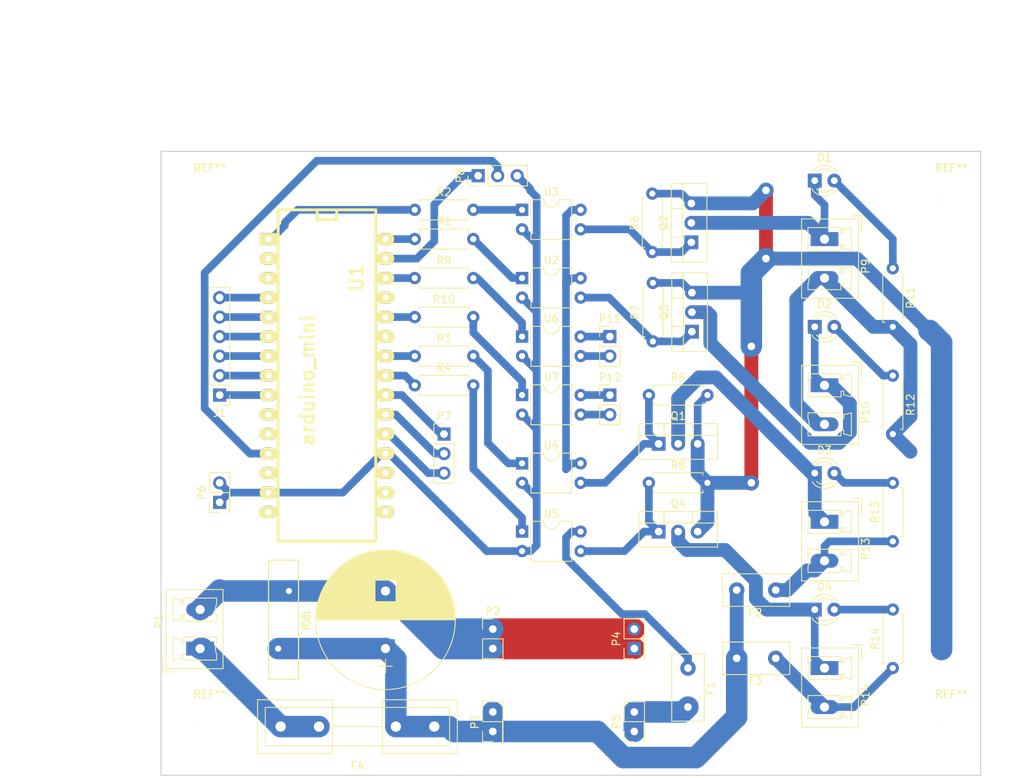
<source format=kicad_pcb>
(kicad_pcb (version 4) (host pcbnew 4.0.7)

  (general
    (links 94)
    (no_connects 13)
    (area 21.514999 40.564999 128.345001 121.995001)
    (thickness 1.6)
    (drawings 14)
    (tracks 250)
    (zones 0)
    (modules 54)
    (nets 48)
  )

  (page A4)
  (layers
    (0 F.Cu signal)
    (31 B.Cu signal)
    (32 B.Adhes user)
    (33 F.Adhes user)
    (34 B.Paste user)
    (35 F.Paste user)
    (36 B.SilkS user)
    (37 F.SilkS user)
    (38 B.Mask user)
    (39 F.Mask user)
    (40 Dwgs.User user hide)
    (41 Cmts.User user)
    (42 Eco1.User user)
    (43 Eco2.User user)
    (44 Edge.Cuts user)
    (45 Margin user)
    (46 B.CrtYd user)
    (47 F.CrtYd user)
    (48 B.Fab user)
    (49 F.Fab user)
  )

  (setup
    (last_trace_width 1.8)
    (user_trace_width 0.25)
    (user_trace_width 1)
    (user_trace_width 1.8)
    (user_trace_width 2.8)
    (trace_clearance 0.6)
    (zone_clearance 0.508)
    (zone_45_only no)
    (trace_min 0.2)
    (segment_width 0.2)
    (edge_width 0.15)
    (via_size 2)
    (via_drill 1)
    (via_min_size 0.4)
    (via_min_drill 0.3)
    (uvia_size 0.3)
    (uvia_drill 0.1)
    (uvias_allowed no)
    (uvia_min_size 0.2)
    (uvia_min_drill 0.1)
    (pcb_text_width 0.3)
    (pcb_text_size 1.5 1.5)
    (mod_edge_width 0.15)
    (mod_text_size 1 1)
    (mod_text_width 0.15)
    (pad_size 1.524 1.524)
    (pad_drill 0.762)
    (pad_to_mask_clearance 0.2)
    (aux_axis_origin 21.59 40.64)
    (grid_origin 21.59 40.64)
    (visible_elements FFFFFF7F)
    (pcbplotparams
      (layerselection 0x01000_80000000)
      (usegerberextensions false)
      (excludeedgelayer true)
      (linewidth 0.100000)
      (plotframeref false)
      (viasonmask false)
      (mode 1)
      (useauxorigin true)
      (hpglpennumber 1)
      (hpglpenspeed 20)
      (hpglpendiameter 15)
      (hpglpenoverlay 2)
      (psnegative false)
      (psa4output false)
      (plotreference true)
      (plotvalue true)
      (plotinvisibletext false)
      (padsonsilk false)
      (subtractmaskfromsilk false)
      (outputformat 1)
      (mirror false)
      (drillshape 0)
      (scaleselection 1)
      (outputdirectory Gerber/))
  )

  (net 0 "")
  (net 1 "Net-(Q1-Pad1)")
  (net 2 "Net-(R1-Pad2)")
  (net 3 +5)
  (net 4 "Net-(R3-Pad2)")
  (net 5 "Net-(P8-Pad1)")
  (net 6 "Net-(R10-Pad2)")
  (net 7 24v)
  (net 8 "Net-(D1-Pad2)")
  (net 9 "Net-(D1-Pad1)")
  (net 10 "Net-(D2-Pad1)")
  (net 11 "Net-(D2-Pad2)")
  (net 12 "Net-(D3-Pad1)")
  (net 13 "Net-(D3-Pad2)")
  (net 14 "Net-(D4-Pad1)")
  (net 15 "Net-(D4-Pad2)")
  (net 16 "Net-(P11-Pad1)")
  (net 17 "Net-(Q4-Pad1)")
  (net 18 "Net-(R2-Pad2)")
  (net 19 "Net-(R4-Pad2)")
  (net 20 "Net-(R10-Pad1)")
  (net 21 "Net-(F1-Pad2)")
  (net 22 "Net-(F2-Pad1)")
  (net 23 "Net-(F3-Pad1)")
  (net 24 "Net-(J1-Pad1)")
  (net 25 "Net-(J1-Pad2)")
  (net 26 "Net-(J1-Pad3)")
  (net 27 "Net-(J1-Pad4)")
  (net 28 "Net-(J1-Pad5)")
  (net 29 "Net-(J1-Pad6)")
  (net 30 MCUGND)
  (net 31 "Net-(P7-Pad1)")
  (net 32 "Net-(P7-Pad2)")
  (net 33 "Net-(P7-Pad3)")
  (net 34 "Net-(R1-Pad1)")
  (net 35 "Net-(R2-Pad1)")
  (net 36 "Net-(R3-Pad1)")
  (net 37 "Net-(R4-Pad1)")
  (net 38 "Net-(Q2-Pad1)")
  (net 39 "Net-(Q3-Pad1)")
  (net 40 "Net-(R9-Pad1)")
  (net 41 "Net-(R9-Pad2)")
  (net 42 "Net-(P11-Pad2)")
  (net 43 "Net-(P12-Pad2)")
  (net 44 "Net-(P12-Pad1)")
  (net 45 PGND)
  (net 46 "Net-(F4-Pad2)")
  (net 47 12V)

  (net_class Default "This is the default net class."
    (clearance 0.6)
    (trace_width 1)
    (via_dia 2)
    (via_drill 1)
    (uvia_dia 0.3)
    (uvia_drill 0.1)
    (add_net +5)
    (add_net 12V)
    (add_net 24v)
    (add_net MCUGND)
    (add_net "Net-(D1-Pad1)")
    (add_net "Net-(D1-Pad2)")
    (add_net "Net-(D2-Pad1)")
    (add_net "Net-(D2-Pad2)")
    (add_net "Net-(D3-Pad1)")
    (add_net "Net-(D3-Pad2)")
    (add_net "Net-(D4-Pad1)")
    (add_net "Net-(D4-Pad2)")
    (add_net "Net-(F1-Pad2)")
    (add_net "Net-(F2-Pad1)")
    (add_net "Net-(F3-Pad1)")
    (add_net "Net-(F4-Pad2)")
    (add_net "Net-(J1-Pad1)")
    (add_net "Net-(J1-Pad2)")
    (add_net "Net-(J1-Pad3)")
    (add_net "Net-(J1-Pad4)")
    (add_net "Net-(J1-Pad5)")
    (add_net "Net-(J1-Pad6)")
    (add_net "Net-(P11-Pad1)")
    (add_net "Net-(P11-Pad2)")
    (add_net "Net-(P12-Pad1)")
    (add_net "Net-(P12-Pad2)")
    (add_net "Net-(P7-Pad1)")
    (add_net "Net-(P7-Pad2)")
    (add_net "Net-(P7-Pad3)")
    (add_net "Net-(P8-Pad1)")
    (add_net "Net-(Q1-Pad1)")
    (add_net "Net-(Q2-Pad1)")
    (add_net "Net-(Q3-Pad1)")
    (add_net "Net-(Q4-Pad1)")
    (add_net "Net-(R1-Pad1)")
    (add_net "Net-(R1-Pad2)")
    (add_net "Net-(R10-Pad1)")
    (add_net "Net-(R10-Pad2)")
    (add_net "Net-(R2-Pad1)")
    (add_net "Net-(R2-Pad2)")
    (add_net "Net-(R3-Pad1)")
    (add_net "Net-(R3-Pad2)")
    (add_net "Net-(R4-Pad1)")
    (add_net "Net-(R4-Pad2)")
    (add_net "Net-(R9-Pad1)")
    (add_net "Net-(R9-Pad2)")
    (add_net PGND)
  )

  (net_class Thin ""
    (clearance 0.6)
    (trace_width 1)
    (via_dia 2)
    (via_drill 1)
    (uvia_dia 0.3)
    (uvia_drill 0.1)
  )

  (module Pin_Headers:Pin_Header_Straight_2x01_Pitch2.54mm (layer F.Cu) (tedit 59650532) (tstamp 5B5D94EB)
    (at 64.77 116.205 90)
    (descr "Through hole straight pin header, 2x01, 2.54mm pitch, double rows")
    (tags "Through hole pin header THT 2x01 2.54mm double row")
    (path /5B5D8830)
    (fp_text reference P3 (at 1.27 -2.33 90) (layer F.SilkS)
      (effects (font (size 1 1) (thickness 0.15)))
    )
    (fp_text value MODin+ (at 1.27 2.33 90) (layer F.Fab)
      (effects (font (size 1 1) (thickness 0.15)))
    )
    (fp_line (start 0 -1.27) (end 3.81 -1.27) (layer F.Fab) (width 0.1))
    (fp_line (start 3.81 -1.27) (end 3.81 1.27) (layer F.Fab) (width 0.1))
    (fp_line (start 3.81 1.27) (end -1.27 1.27) (layer F.Fab) (width 0.1))
    (fp_line (start -1.27 1.27) (end -1.27 0) (layer F.Fab) (width 0.1))
    (fp_line (start -1.27 0) (end 0 -1.27) (layer F.Fab) (width 0.1))
    (fp_line (start -1.33 1.33) (end 3.87 1.33) (layer F.SilkS) (width 0.12))
    (fp_line (start -1.33 1.27) (end -1.33 1.33) (layer F.SilkS) (width 0.12))
    (fp_line (start 3.87 -1.33) (end 3.87 1.33) (layer F.SilkS) (width 0.12))
    (fp_line (start -1.33 1.27) (end 1.27 1.27) (layer F.SilkS) (width 0.12))
    (fp_line (start 1.27 1.27) (end 1.27 -1.33) (layer F.SilkS) (width 0.12))
    (fp_line (start 1.27 -1.33) (end 3.87 -1.33) (layer F.SilkS) (width 0.12))
    (fp_line (start -1.33 0) (end -1.33 -1.33) (layer F.SilkS) (width 0.12))
    (fp_line (start -1.33 -1.33) (end 0 -1.33) (layer F.SilkS) (width 0.12))
    (fp_line (start -1.8 -1.8) (end -1.8 1.8) (layer F.CrtYd) (width 0.05))
    (fp_line (start -1.8 1.8) (end 4.35 1.8) (layer F.CrtYd) (width 0.05))
    (fp_line (start 4.35 1.8) (end 4.35 -1.8) (layer F.CrtYd) (width 0.05))
    (fp_line (start 4.35 -1.8) (end -1.8 -1.8) (layer F.CrtYd) (width 0.05))
    (fp_text user %R (at 1.27 0 180) (layer F.Fab)
      (effects (font (size 1 1) (thickness 0.15)))
    )
    (pad 1 thru_hole rect (at 0 0 90) (size 1.7 1.7) (drill 1) (layers *.Cu *.Mask)
      (net 7 24v))
    (pad 2 thru_hole oval (at 2.54 0 90) (size 1.7 1.7) (drill 1) (layers *.Cu *.Mask)
      (net 7 24v))
    (model ${KISYS3DMOD}/Pin_Headers.3dshapes/Pin_Header_Straight_2x01_Pitch2.54mm.wrl
      (at (xyz 0 0 0))
      (scale (xyz 1 1 1))
      (rotate (xyz 0 0 0))
    )
  )

  (module Housings_DIP:DIP-4_W7.62mm (layer F.Cu) (tedit 59C78D6B) (tstamp 5B5D95A9)
    (at 68.58 48.26)
    (descr "4-lead though-hole mounted DIP package, row spacing 7.62 mm (300 mils)")
    (tags "THT DIP DIL PDIP 2.54mm 7.62mm 300mil")
    (path /5B5E2DA7)
    (fp_text reference U3 (at 3.81 -2.33) (layer F.SilkS)
      (effects (font (size 1 1) (thickness 0.15)))
    )
    (fp_text value LTV-817 (at 3.81 4.87) (layer F.Fab)
      (effects (font (size 1 1) (thickness 0.15)))
    )
    (fp_arc (start 3.81 -1.33) (end 2.81 -1.33) (angle -180) (layer F.SilkS) (width 0.12))
    (fp_line (start 1.635 -1.27) (end 6.985 -1.27) (layer F.Fab) (width 0.1))
    (fp_line (start 6.985 -1.27) (end 6.985 3.81) (layer F.Fab) (width 0.1))
    (fp_line (start 6.985 3.81) (end 0.635 3.81) (layer F.Fab) (width 0.1))
    (fp_line (start 0.635 3.81) (end 0.635 -0.27) (layer F.Fab) (width 0.1))
    (fp_line (start 0.635 -0.27) (end 1.635 -1.27) (layer F.Fab) (width 0.1))
    (fp_line (start 2.81 -1.33) (end 1.16 -1.33) (layer F.SilkS) (width 0.12))
    (fp_line (start 1.16 -1.33) (end 1.16 3.87) (layer F.SilkS) (width 0.12))
    (fp_line (start 1.16 3.87) (end 6.46 3.87) (layer F.SilkS) (width 0.12))
    (fp_line (start 6.46 3.87) (end 6.46 -1.33) (layer F.SilkS) (width 0.12))
    (fp_line (start 6.46 -1.33) (end 4.81 -1.33) (layer F.SilkS) (width 0.12))
    (fp_line (start -1.1 -1.55) (end -1.1 4.1) (layer F.CrtYd) (width 0.05))
    (fp_line (start -1.1 4.1) (end 8.7 4.1) (layer F.CrtYd) (width 0.05))
    (fp_line (start 8.7 4.1) (end 8.7 -1.55) (layer F.CrtYd) (width 0.05))
    (fp_line (start 8.7 -1.55) (end -1.1 -1.55) (layer F.CrtYd) (width 0.05))
    (fp_text user %R (at 3.81 1.27) (layer F.Fab)
      (effects (font (size 1 1) (thickness 0.15)))
    )
    (pad 1 thru_hole rect (at 0 0) (size 1.6 1.6) (drill 0.8) (layers *.Cu *.Mask)
      (net 18 "Net-(R2-Pad2)"))
    (pad 3 thru_hole oval (at 7.62 2.54) (size 1.6 1.6) (drill 0.8) (layers *.Cu *.Mask)
      (net 38 "Net-(Q2-Pad1)"))
    (pad 2 thru_hole oval (at 0 2.54) (size 1.6 1.6) (drill 0.8) (layers *.Cu *.Mask)
      (net 30 MCUGND))
    (pad 4 thru_hole oval (at 7.62 0) (size 1.6 1.6) (drill 0.8) (layers *.Cu *.Mask)
      (net 47 12V))
    (model ${KISYS3DMOD}/Housings_DIP.3dshapes/DIP-4_W7.62mm.wrl
      (at (xyz 0 0 0))
      (scale (xyz 1 1 1))
      (rotate (xyz 0 0 0))
    )
  )

  (module Housings_DIP:DIP-4_W7.62mm (layer F.Cu) (tedit 59C78D6B) (tstamp 5B5D95B1)
    (at 68.58 81.28)
    (descr "4-lead though-hole mounted DIP package, row spacing 7.62 mm (300 mils)")
    (tags "THT DIP DIL PDIP 2.54mm 7.62mm 300mil")
    (path /5B5E3604)
    (fp_text reference U4 (at 3.81 -2.33) (layer F.SilkS)
      (effects (font (size 1 1) (thickness 0.15)))
    )
    (fp_text value LTV-817 (at 3.81 4.87) (layer F.Fab)
      (effects (font (size 1 1) (thickness 0.15)))
    )
    (fp_arc (start 3.81 -1.33) (end 2.81 -1.33) (angle -180) (layer F.SilkS) (width 0.12))
    (fp_line (start 1.635 -1.27) (end 6.985 -1.27) (layer F.Fab) (width 0.1))
    (fp_line (start 6.985 -1.27) (end 6.985 3.81) (layer F.Fab) (width 0.1))
    (fp_line (start 6.985 3.81) (end 0.635 3.81) (layer F.Fab) (width 0.1))
    (fp_line (start 0.635 3.81) (end 0.635 -0.27) (layer F.Fab) (width 0.1))
    (fp_line (start 0.635 -0.27) (end 1.635 -1.27) (layer F.Fab) (width 0.1))
    (fp_line (start 2.81 -1.33) (end 1.16 -1.33) (layer F.SilkS) (width 0.12))
    (fp_line (start 1.16 -1.33) (end 1.16 3.87) (layer F.SilkS) (width 0.12))
    (fp_line (start 1.16 3.87) (end 6.46 3.87) (layer F.SilkS) (width 0.12))
    (fp_line (start 6.46 3.87) (end 6.46 -1.33) (layer F.SilkS) (width 0.12))
    (fp_line (start 6.46 -1.33) (end 4.81 -1.33) (layer F.SilkS) (width 0.12))
    (fp_line (start -1.1 -1.55) (end -1.1 4.1) (layer F.CrtYd) (width 0.05))
    (fp_line (start -1.1 4.1) (end 8.7 4.1) (layer F.CrtYd) (width 0.05))
    (fp_line (start 8.7 4.1) (end 8.7 -1.55) (layer F.CrtYd) (width 0.05))
    (fp_line (start 8.7 -1.55) (end -1.1 -1.55) (layer F.CrtYd) (width 0.05))
    (fp_text user %R (at 3.81 1.27) (layer F.Fab)
      (effects (font (size 1 1) (thickness 0.15)))
    )
    (pad 1 thru_hole rect (at 0 0) (size 1.6 1.6) (drill 0.8) (layers *.Cu *.Mask)
      (net 4 "Net-(R3-Pad2)"))
    (pad 3 thru_hole oval (at 7.62 2.54) (size 1.6 1.6) (drill 0.8) (layers *.Cu *.Mask)
      (net 1 "Net-(Q1-Pad1)"))
    (pad 2 thru_hole oval (at 0 2.54) (size 1.6 1.6) (drill 0.8) (layers *.Cu *.Mask)
      (net 30 MCUGND))
    (pad 4 thru_hole oval (at 7.62 0) (size 1.6 1.6) (drill 0.8) (layers *.Cu *.Mask)
      (net 47 12V))
    (model ${KISYS3DMOD}/Housings_DIP.3dshapes/DIP-4_W7.62mm.wrl
      (at (xyz 0 0 0))
      (scale (xyz 1 1 1))
      (rotate (xyz 0 0 0))
    )
  )

  (module Varistors:RV_Disc_D15.5_W3.9_P7.5 (layer F.Cu) (tedit 5529CAF8) (tstamp 5B6DD09B)
    (at 36.83 105.41 90)
    (tags "varistor SIOV")
    (path /5B6DED32)
    (fp_text reference RV1 (at 3.75 3.65 90) (layer F.SilkS)
      (effects (font (size 1 1) (thickness 0.15)))
    )
    (fp_text value Varistor (at 3.9116 -3.166201 90) (layer F.Fab)
      (effects (font (size 1 1) (thickness 0.15)))
    )
    (fp_line (start -4.25 2.9) (end 11.75 2.9) (layer F.CrtYd) (width 0.05))
    (fp_line (start -4.25 -1.5) (end 11.75 -1.5) (layer F.CrtYd) (width 0.05))
    (fp_line (start 11.75 -1.5) (end 11.75 2.9) (layer F.CrtYd) (width 0.05))
    (fp_line (start -4.25 -1.5) (end -4.25 2.9) (layer F.CrtYd) (width 0.05))
    (fp_line (start -4 2.65) (end 11.5 2.65) (layer F.SilkS) (width 0.15))
    (fp_line (start -4 -1.25) (end 11.5 -1.25) (layer F.SilkS) (width 0.15))
    (fp_line (start 11.5 -1.25) (end 11.5 2.65) (layer F.SilkS) (width 0.15))
    (fp_line (start -4 -1.25) (end -4 2.65) (layer F.SilkS) (width 0.15))
    (pad 1 thru_hole circle (at 0 0 90) (size 1.8 1.8) (drill 0.8) (layers *.Cu *.Mask)
      (net 7 24v))
    (pad 2 thru_hole circle (at 7.5 1.4 90) (size 1.8 1.8) (drill 0.8) (layers *.Cu *.Mask)
      (net 45 PGND))
  )

  (module Fuse_Holders_and_Fuses:Fuse_TE5_Littlefuse-395Series (layer F.Cu) (tedit 5880C2E0) (tstamp 5B5D94C9)
    (at 101.6 97.79 180)
    (descr "Fuse, TE5, Littlefuse/Wickmann, No. 460, No560,")
    (tags "Fuse TE5 Littlefuse/Wickmann No. 460 No560 ")
    (path /5B5CBAE9)
    (fp_text reference F2 (at 2.65 -2.95 180) (layer F.SilkS)
      (effects (font (size 1 1) (thickness 0.15)))
    )
    (fp_text value Polyfuse1a (at 2.35 3.1 180) (layer F.Fab)
      (effects (font (size 1 1) (thickness 0.15)))
    )
    (fp_line (start -1.71 2) (end 6.79 2) (layer F.Fab) (width 0.1))
    (fp_line (start 6.79 2) (end 6.79 -2) (layer F.Fab) (width 0.1))
    (fp_line (start 6.79 -2) (end -1.71 -2) (layer F.Fab) (width 0.1))
    (fp_line (start -1.71 -2) (end -1.71 2) (layer F.Fab) (width 0.1))
    (fp_line (start -1.96 -2.25) (end 7.04 -2.25) (layer F.CrtYd) (width 0.05))
    (fp_line (start -1.96 -2.25) (end -1.96 2.25) (layer F.CrtYd) (width 0.05))
    (fp_line (start 7.04 2.25) (end 7.04 -2.25) (layer F.CrtYd) (width 0.05))
    (fp_line (start 7.04 2.25) (end -1.96 2.25) (layer F.CrtYd) (width 0.05))
    (fp_line (start -1.83 -2.12) (end 6.91 -2.12) (layer F.SilkS) (width 0.12))
    (fp_line (start -1.83 -2.12) (end -1.83 2.12) (layer F.SilkS) (width 0.12))
    (fp_line (start 6.91 2.12) (end 6.91 -2.12) (layer F.SilkS) (width 0.12))
    (fp_line (start 6.91 2.12) (end -1.83 2.12) (layer F.SilkS) (width 0.12))
    (pad 1 thru_hole circle (at 0 0 180) (size 2 2) (drill 1) (layers *.Cu *.Mask)
      (net 22 "Net-(F2-Pad1)"))
    (pad 2 thru_hole circle (at 5.08 0.01 180) (size 2 2) (drill 1) (layers *.Cu *.Mask)
      (net 7 24v))
  )

  (module Fuse_Holders_and_Fuses:Fuseholder5x20_horiz_open_inline_Type-I (layer F.Cu) (tedit 5880C3AD) (tstamp 5B6DD095)
    (at 57.15 115.57 180)
    (descr "Fuseholder, 5x20, open, horizontal, Type-I, Inline,")
    (tags "Fuseholder 5x20 open horizontal Type-I Inline Sicherungshalter offen ")
    (path /5B6DD108)
    (fp_text reference F4 (at 10 -5.08 180) (layer F.SilkS)
      (effects (font (size 1 1) (thickness 0.15)))
    )
    (fp_text value Fuse (at 11.27 5.08 180) (layer F.Fab)
      (effects (font (size 1 1) (thickness 0.15)))
    )
    (fp_line (start 5 0) (end 15 0) (layer F.Fab) (width 0.1))
    (fp_line (start -2 -2.5) (end 22 -2.5) (layer F.Fab) (width 0.1))
    (fp_line (start 22 -2.5) (end 22 2.5) (layer F.Fab) (width 0.1))
    (fp_line (start 22 2.5) (end -2 2.5) (layer F.Fab) (width 0.1))
    (fp_line (start -2 2.5) (end -2 -2.5) (layer F.Fab) (width 0.1))
    (fp_line (start 13.35 -3.4) (end 13.35 3.4) (layer F.Fab) (width 0.1))
    (fp_line (start 13.35 3.4) (end 22.9 3.4) (layer F.Fab) (width 0.1))
    (fp_line (start 22.9 3.4) (end 22.9 -3.4) (layer F.Fab) (width 0.1))
    (fp_line (start 22.9 -3.4) (end 13.35 -3.4) (layer F.Fab) (width 0.1))
    (fp_line (start -2.95 -3.4) (end 6.65 -3.4) (layer F.Fab) (width 0.1))
    (fp_line (start 6.65 -3.4) (end 6.65 3.4) (layer F.Fab) (width 0.1))
    (fp_line (start 6.65 3.4) (end -2.9 3.4) (layer F.Fab) (width 0.1))
    (fp_line (start -2.9 3.4) (end -2.9 -3.4) (layer F.Fab) (width 0.1))
    (fp_line (start 13.25 0) (end 6.75 0) (layer F.SilkS) (width 0.12))
    (fp_line (start 13.25 -3.5) (end 13.25 3.5) (layer F.SilkS) (width 0.12))
    (fp_line (start 22 3.5) (end 13.25 3.5) (layer F.SilkS) (width 0.12))
    (fp_line (start 22 -3.5) (end 13.25 -3.5) (layer F.SilkS) (width 0.12))
    (fp_line (start -0.75 2.5) (end -2 2.5) (layer F.SilkS) (width 0.12))
    (fp_line (start -0.5 -2.5) (end -2 -2.5) (layer F.SilkS) (width 0.12))
    (fp_line (start 11.5 2.5) (end -0.75 2.5) (layer F.SilkS) (width 0.12))
    (fp_line (start 11.25 -2.5) (end -0.5 -2.5) (layer F.SilkS) (width 0.12))
    (fp_line (start 22 2.5) (end 11.5 2.5) (layer F.SilkS) (width 0.12))
    (fp_line (start 22 -2.5) (end 11.25 -2.5) (layer F.SilkS) (width 0.12))
    (fp_line (start 22 -2.5) (end 22 2.5) (layer F.SilkS) (width 0.12))
    (fp_line (start 23 -3.5) (end 22 -3.5) (layer F.SilkS) (width 0.12))
    (fp_line (start 23 -3.5) (end 23 3.5) (layer F.SilkS) (width 0.12))
    (fp_line (start 23 3.5) (end 22 3.5) (layer F.SilkS) (width 0.12))
    (fp_line (start -2 -2.5) (end -2 2.5) (layer F.SilkS) (width 0.12))
    (fp_line (start 6.75 -3.5) (end -3 -3.5) (layer F.SilkS) (width 0.12))
    (fp_line (start -3 -3.5) (end -3 3.5) (layer F.SilkS) (width 0.12))
    (fp_line (start 6.75 3.5) (end -3 3.5) (layer F.SilkS) (width 0.12))
    (fp_line (start 6.75 -3.5) (end 6.75 3.5) (layer F.SilkS) (width 0.12))
    (fp_line (start -3.2 -3.65) (end 23.15 -3.65) (layer F.CrtYd) (width 0.05))
    (fp_line (start -3.2 -3.65) (end -3.2 3.65) (layer F.CrtYd) (width 0.05))
    (fp_line (start 23.15 3.65) (end 23.15 -3.65) (layer F.CrtYd) (width 0.05))
    (fp_line (start 23.15 3.65) (end -3.2 3.65) (layer F.CrtYd) (width 0.05))
    (pad 2 thru_hole circle (at 15 0 180) (size 2.35 2.35) (drill 1.35) (layers *.Cu *.Mask)
      (net 46 "Net-(F4-Pad2)"))
    (pad 2 thru_hole circle (at 20 0 180) (size 2.35 2.35) (drill 1.35) (layers *.Cu *.Mask)
      (net 46 "Net-(F4-Pad2)"))
    (pad 1 thru_hole circle (at 5 0 180) (size 2.35 2.35) (drill 1.35) (layers *.Cu *.Mask)
      (net 7 24v))
    (pad 1 thru_hole circle (at 0 0 180) (size 2.35 2.35) (drill 1.35) (layers *.Cu *.Mask)
      (net 7 24v))
  )

  (module Fuse_Holders_and_Fuses:Fuse_TE5_Littlefuse-395Series (layer F.Cu) (tedit 5880C2E0) (tstamp 5B5D94C3)
    (at 90.18 107.95 270)
    (descr "Fuse, TE5, Littlefuse/Wickmann, No. 460, No560,")
    (tags "Fuse TE5 Littlefuse/Wickmann No. 460 No560 ")
    (path /5B5C7950)
    (fp_text reference F1 (at 2.65 -2.95 270) (layer F.SilkS)
      (effects (font (size 1 1) (thickness 0.15)))
    )
    (fp_text value Polyfuse1a (at 2.35 3.1 270) (layer F.Fab)
      (effects (font (size 1 1) (thickness 0.15)))
    )
    (fp_line (start -1.71 2) (end 6.79 2) (layer F.Fab) (width 0.1))
    (fp_line (start 6.79 2) (end 6.79 -2) (layer F.Fab) (width 0.1))
    (fp_line (start 6.79 -2) (end -1.71 -2) (layer F.Fab) (width 0.1))
    (fp_line (start -1.71 -2) (end -1.71 2) (layer F.Fab) (width 0.1))
    (fp_line (start -1.96 -2.25) (end 7.04 -2.25) (layer F.CrtYd) (width 0.05))
    (fp_line (start -1.96 -2.25) (end -1.96 2.25) (layer F.CrtYd) (width 0.05))
    (fp_line (start 7.04 2.25) (end 7.04 -2.25) (layer F.CrtYd) (width 0.05))
    (fp_line (start 7.04 2.25) (end -1.96 2.25) (layer F.CrtYd) (width 0.05))
    (fp_line (start -1.83 -2.12) (end 6.91 -2.12) (layer F.SilkS) (width 0.12))
    (fp_line (start -1.83 -2.12) (end -1.83 2.12) (layer F.SilkS) (width 0.12))
    (fp_line (start 6.91 2.12) (end 6.91 -2.12) (layer F.SilkS) (width 0.12))
    (fp_line (start 6.91 2.12) (end -1.83 2.12) (layer F.SilkS) (width 0.12))
    (pad 1 thru_hole circle (at 0 0 270) (size 2 2) (drill 1) (layers *.Cu *.Mask)
      (net 47 12V))
    (pad 2 thru_hole circle (at 5.08 0.01 270) (size 2 2) (drill 1) (layers *.Cu *.Mask)
      (net 21 "Net-(F1-Pad2)"))
  )

  (module Resistors_ThroughHole:R_Axial_DIN0207_L6.3mm_D2.5mm_P7.62mm_Horizontal (layer F.Cu) (tedit 5874F706) (tstamp 5B5D9553)
    (at 85.09 83.82)
    (descr "Resistor, Axial_DIN0207 series, Axial, Horizontal, pin pitch=7.62mm, 0.25W = 1/4W, length*diameter=6.3*2.5mm^2, http://cdn-reichelt.de/documents/datenblatt/B400/1_4W%23YAG.pdf")
    (tags "Resistor Axial_DIN0207 series Axial Horizontal pin pitch 7.62mm 0.25W = 1/4W length 6.3mm diameter 2.5mm")
    (path /580AAD75)
    (fp_text reference R8 (at 3.81 -2.31) (layer F.SilkS)
      (effects (font (size 1 1) (thickness 0.15)))
    )
    (fp_text value 10K (at 3.81 2.31) (layer F.Fab)
      (effects (font (size 1 1) (thickness 0.15)))
    )
    (fp_line (start 0.66 -1.25) (end 0.66 1.25) (layer F.Fab) (width 0.1))
    (fp_line (start 0.66 1.25) (end 6.96 1.25) (layer F.Fab) (width 0.1))
    (fp_line (start 6.96 1.25) (end 6.96 -1.25) (layer F.Fab) (width 0.1))
    (fp_line (start 6.96 -1.25) (end 0.66 -1.25) (layer F.Fab) (width 0.1))
    (fp_line (start 0 0) (end 0.66 0) (layer F.Fab) (width 0.1))
    (fp_line (start 7.62 0) (end 6.96 0) (layer F.Fab) (width 0.1))
    (fp_line (start 0.6 -0.98) (end 0.6 -1.31) (layer F.SilkS) (width 0.12))
    (fp_line (start 0.6 -1.31) (end 7.02 -1.31) (layer F.SilkS) (width 0.12))
    (fp_line (start 7.02 -1.31) (end 7.02 -0.98) (layer F.SilkS) (width 0.12))
    (fp_line (start 0.6 0.98) (end 0.6 1.31) (layer F.SilkS) (width 0.12))
    (fp_line (start 0.6 1.31) (end 7.02 1.31) (layer F.SilkS) (width 0.12))
    (fp_line (start 7.02 1.31) (end 7.02 0.98) (layer F.SilkS) (width 0.12))
    (fp_line (start -1.05 -1.6) (end -1.05 1.6) (layer F.CrtYd) (width 0.05))
    (fp_line (start -1.05 1.6) (end 8.7 1.6) (layer F.CrtYd) (width 0.05))
    (fp_line (start 8.7 1.6) (end 8.7 -1.6) (layer F.CrtYd) (width 0.05))
    (fp_line (start 8.7 -1.6) (end -1.05 -1.6) (layer F.CrtYd) (width 0.05))
    (pad 1 thru_hole circle (at 0 0) (size 1.6 1.6) (drill 0.8) (layers *.Cu *.Mask)
      (net 17 "Net-(Q4-Pad1)"))
    (pad 2 thru_hole oval (at 7.62 0) (size 1.6 1.6) (drill 0.8) (layers *.Cu *.Mask)
      (net 45 PGND))
    (model ${KISYS3DMOD}/Resistors_THT.3dshapes/R_Axial_DIN0207_L6.3mm_D2.5mm_P7.62mm_Horizontal.wrl
      (at (xyz 0 0 0))
      (scale (xyz 0.393701 0.393701 0.393701))
      (rotate (xyz 0 0 0))
    )
  )

  (module TO_SOT_Packages_THT:TO-220-3_Vertical (layer F.Cu) (tedit 58CE52AD) (tstamp 5B5D9CCE)
    (at 90.687083 64.126579 90)
    (descr "TO-220-3, Vertical, RM 2.54mm")
    (tags "TO-220-3 Vertical RM 2.54mm")
    (path /57E9A211)
    (fp_text reference Q3 (at 2.54 -3.62 90) (layer F.SilkS)
      (effects (font (size 1 1) (thickness 0.15)))
    )
    (fp_text value Q_NMOS_GDS (at 2.54 3.92 90) (layer F.Fab)
      (effects (font (size 1 1) (thickness 0.15)))
    )
    (fp_text user %R (at 2.54 -3.62 90) (layer F.Fab)
      (effects (font (size 1 1) (thickness 0.15)))
    )
    (fp_line (start -2.46 -2.5) (end -2.46 1.9) (layer F.Fab) (width 0.1))
    (fp_line (start -2.46 1.9) (end 7.54 1.9) (layer F.Fab) (width 0.1))
    (fp_line (start 7.54 1.9) (end 7.54 -2.5) (layer F.Fab) (width 0.1))
    (fp_line (start 7.54 -2.5) (end -2.46 -2.5) (layer F.Fab) (width 0.1))
    (fp_line (start -2.46 -1.23) (end 7.54 -1.23) (layer F.Fab) (width 0.1))
    (fp_line (start 0.69 -2.5) (end 0.69 -1.23) (layer F.Fab) (width 0.1))
    (fp_line (start 4.39 -2.5) (end 4.39 -1.23) (layer F.Fab) (width 0.1))
    (fp_line (start -2.58 -2.62) (end 7.66 -2.62) (layer F.SilkS) (width 0.12))
    (fp_line (start -2.58 2.021) (end 7.66 2.021) (layer F.SilkS) (width 0.12))
    (fp_line (start -2.58 -2.62) (end -2.58 2.021) (layer F.SilkS) (width 0.12))
    (fp_line (start 7.66 -2.62) (end 7.66 2.021) (layer F.SilkS) (width 0.12))
    (fp_line (start -2.58 -1.11) (end 7.66 -1.11) (layer F.SilkS) (width 0.12))
    (fp_line (start 0.69 -2.62) (end 0.69 -1.11) (layer F.SilkS) (width 0.12))
    (fp_line (start 4.391 -2.62) (end 4.391 -1.11) (layer F.SilkS) (width 0.12))
    (fp_line (start -2.71 -2.75) (end -2.71 2.16) (layer F.CrtYd) (width 0.05))
    (fp_line (start -2.71 2.16) (end 7.79 2.16) (layer F.CrtYd) (width 0.05))
    (fp_line (start 7.79 2.16) (end 7.79 -2.75) (layer F.CrtYd) (width 0.05))
    (fp_line (start 7.79 -2.75) (end -2.71 -2.75) (layer F.CrtYd) (width 0.05))
    (pad 1 thru_hole rect (at 0 0 90) (size 1.8 1.8) (drill 1) (layers *.Cu *.Mask)
      (net 39 "Net-(Q3-Pad1)"))
    (pad 2 thru_hole oval (at 2.54 0 90) (size 1.8 1.8) (drill 1) (layers *.Cu *.Mask)
      (net 10 "Net-(D2-Pad1)"))
    (pad 3 thru_hole oval (at 5.08 0 90) (size 1.8 1.8) (drill 1) (layers *.Cu *.Mask)
      (net 45 PGND))
    (model ${KISYS3DMOD}/TO_SOT_Packages_THT.3dshapes/TO-220-3_Vertical.wrl
      (at (xyz 0.1 0 0))
      (scale (xyz 0.393701 0.393701 0.393701))
      (rotate (xyz 0 0 0))
    )
  )

  (module Pin_Headers:Pin_Header_Straight_1x03_Pitch2.54mm (layer F.Cu) (tedit 59650532) (tstamp 5B5D950B)
    (at 62.865 43.815 90)
    (descr "Through hole straight pin header, 1x03, 2.54mm pitch, single row")
    (tags "Through hole pin header THT 1x03 2.54mm single row")
    (path /580A4E2D)
    (fp_text reference P8 (at 0 -2.33 90) (layer F.SilkS)
      (effects (font (size 1 1) (thickness 0.15)))
    )
    (fp_text value RF433 (at 0 7.41 90) (layer F.Fab)
      (effects (font (size 1 1) (thickness 0.15)))
    )
    (fp_line (start -0.635 -1.27) (end 1.27 -1.27) (layer F.Fab) (width 0.1))
    (fp_line (start 1.27 -1.27) (end 1.27 6.35) (layer F.Fab) (width 0.1))
    (fp_line (start 1.27 6.35) (end -1.27 6.35) (layer F.Fab) (width 0.1))
    (fp_line (start -1.27 6.35) (end -1.27 -0.635) (layer F.Fab) (width 0.1))
    (fp_line (start -1.27 -0.635) (end -0.635 -1.27) (layer F.Fab) (width 0.1))
    (fp_line (start -1.33 6.41) (end 1.33 6.41) (layer F.SilkS) (width 0.12))
    (fp_line (start -1.33 1.27) (end -1.33 6.41) (layer F.SilkS) (width 0.12))
    (fp_line (start 1.33 1.27) (end 1.33 6.41) (layer F.SilkS) (width 0.12))
    (fp_line (start -1.33 1.27) (end 1.33 1.27) (layer F.SilkS) (width 0.12))
    (fp_line (start -1.33 0) (end -1.33 -1.33) (layer F.SilkS) (width 0.12))
    (fp_line (start -1.33 -1.33) (end 0 -1.33) (layer F.SilkS) (width 0.12))
    (fp_line (start -1.8 -1.8) (end -1.8 6.85) (layer F.CrtYd) (width 0.05))
    (fp_line (start -1.8 6.85) (end 1.8 6.85) (layer F.CrtYd) (width 0.05))
    (fp_line (start 1.8 6.85) (end 1.8 -1.8) (layer F.CrtYd) (width 0.05))
    (fp_line (start 1.8 -1.8) (end -1.8 -1.8) (layer F.CrtYd) (width 0.05))
    (fp_text user %R (at 0 2.54 180) (layer F.Fab)
      (effects (font (size 1 1) (thickness 0.15)))
    )
    (pad 1 thru_hole rect (at 0 0 90) (size 1.7 1.7) (drill 1) (layers *.Cu *.Mask)
      (net 5 "Net-(P8-Pad1)"))
    (pad 2 thru_hole oval (at 0 2.54 90) (size 1.7 1.7) (drill 1) (layers *.Cu *.Mask)
      (net 3 +5))
    (pad 3 thru_hole oval (at 0 5.08 90) (size 1.7 1.7) (drill 1) (layers *.Cu *.Mask)
      (net 30 MCUGND))
    (model ${KISYS3DMOD}/Pin_Headers.3dshapes/Pin_Header_Straight_1x03_Pitch2.54mm.wrl
      (at (xyz 0 0 0))
      (scale (xyz 1 1 1))
      (rotate (xyz 0 0 0))
    )
  )

  (module Mounting_Holes:MountingHole_3.2mm_M3 (layer F.Cu) (tedit 56D1B4CB) (tstamp 5803CC57)
    (at 124.46 46.99)
    (descr "Mounting Hole 3.2mm, no annular, M3")
    (tags "mounting hole 3.2mm no annular m3")
    (fp_text reference REF** (at 0 -4.2) (layer F.SilkS)
      (effects (font (size 1 1) (thickness 0.15)))
    )
    (fp_text value MountingHole_3.2mm_M3 (at 0 4.2) (layer F.Fab)
      (effects (font (size 1 1) (thickness 0.15)))
    )
    (fp_circle (center 0 0) (end 3.2 0) (layer Cmts.User) (width 0.15))
    (fp_circle (center 0 0) (end 3.45 0) (layer F.CrtYd) (width 0.05))
    (pad 1 np_thru_hole circle (at 0 0) (size 3.2 3.2) (drill 3.2) (layers *.Cu *.Mask F.SilkS))
  )

  (module Mounting_Holes:MountingHole_3.2mm_M3 (layer F.Cu) (tedit 56D1B4CB) (tstamp 5803CC50)
    (at 124.46 115.57)
    (descr "Mounting Hole 3.2mm, no annular, M3")
    (tags "mounting hole 3.2mm no annular m3")
    (fp_text reference REF** (at 0 -4.2) (layer F.SilkS)
      (effects (font (size 1 1) (thickness 0.15)))
    )
    (fp_text value MountingHole_3.2mm_M3 (at 0 4.2) (layer F.Fab)
      (effects (font (size 1 1) (thickness 0.15)))
    )
    (fp_circle (center 0 0) (end 3.2 0) (layer Cmts.User) (width 0.15))
    (fp_circle (center 0 0) (end 3.45 0) (layer F.CrtYd) (width 0.05))
    (pad 1 np_thru_hole circle (at 0 0) (size 3.2 3.2) (drill 3.2) (layers *.Cu *.Mask F.SilkS))
  )

  (module Mounting_Holes:MountingHole_3.2mm_M3 (layer F.Cu) (tedit 56D1B4CB) (tstamp 5803CC2A)
    (at 27.94 115.57)
    (descr "Mounting Hole 3.2mm, no annular, M3")
    (tags "mounting hole 3.2mm no annular m3")
    (fp_text reference REF** (at 0 -4.2) (layer F.SilkS)
      (effects (font (size 1 1) (thickness 0.15)))
    )
    (fp_text value MountingHole_3.2mm_M3 (at 0 4.2) (layer F.Fab)
      (effects (font (size 1 1) (thickness 0.15)))
    )
    (fp_circle (center 0 0) (end 3.2 0) (layer Cmts.User) (width 0.15))
    (fp_circle (center 0 0) (end 3.45 0) (layer F.CrtYd) (width 0.05))
    (pad 1 np_thru_hole circle (at 0 0) (size 3.2 3.2) (drill 3.2) (layers *.Cu *.Mask F.SilkS))
  )

  (module Mounting_Holes:MountingHole_3.2mm_M3 (layer F.Cu) (tedit 56D1B4CB) (tstamp 5803CC1D)
    (at 27.94 46.99)
    (descr "Mounting Hole 3.2mm, no annular, M3")
    (tags "mounting hole 3.2mm no annular m3")
    (fp_text reference REF** (at 0 -4.2) (layer F.SilkS)
      (effects (font (size 1 1) (thickness 0.15)))
    )
    (fp_text value MountingHole_3.2mm_M3 (at 0 4.2) (layer F.Fab)
      (effects (font (size 1 1) (thickness 0.15)))
    )
    (fp_circle (center 0 0) (end 3.2 0) (layer Cmts.User) (width 0.15))
    (fp_circle (center 0 0) (end 3.45 0) (layer F.CrtYd) (width 0.05))
    (pad 1 np_thru_hole circle (at 0 0) (size 3.2 3.2) (drill 3.2) (layers *.Cu *.Mask F.SilkS))
  )

  (module LEDs:LED_D3.0mm (layer F.Cu) (tedit 587A3A7B) (tstamp 5B5D94AB)
    (at 106.68 44.45)
    (descr "LED, diameter 3.0mm, 2 pins")
    (tags "LED diameter 3.0mm 2 pins")
    (path /580AC119)
    (fp_text reference D1 (at 1.27 -2.96) (layer F.SilkS)
      (effects (font (size 1 1) (thickness 0.15)))
    )
    (fp_text value LED (at 1.27 2.96) (layer F.Fab)
      (effects (font (size 1 1) (thickness 0.15)))
    )
    (fp_arc (start 1.27 0) (end -0.23 -1.16619) (angle 284.3) (layer F.Fab) (width 0.1))
    (fp_arc (start 1.27 0) (end -0.29 -1.235516) (angle 108.8) (layer F.SilkS) (width 0.12))
    (fp_arc (start 1.27 0) (end -0.29 1.235516) (angle -108.8) (layer F.SilkS) (width 0.12))
    (fp_arc (start 1.27 0) (end 0.229039 -1.08) (angle 87.9) (layer F.SilkS) (width 0.12))
    (fp_arc (start 1.27 0) (end 0.229039 1.08) (angle -87.9) (layer F.SilkS) (width 0.12))
    (fp_circle (center 1.27 0) (end 2.77 0) (layer F.Fab) (width 0.1))
    (fp_line (start -0.23 -1.16619) (end -0.23 1.16619) (layer F.Fab) (width 0.1))
    (fp_line (start -0.29 -1.236) (end -0.29 -1.08) (layer F.SilkS) (width 0.12))
    (fp_line (start -0.29 1.08) (end -0.29 1.236) (layer F.SilkS) (width 0.12))
    (fp_line (start -1.15 -2.25) (end -1.15 2.25) (layer F.CrtYd) (width 0.05))
    (fp_line (start -1.15 2.25) (end 3.7 2.25) (layer F.CrtYd) (width 0.05))
    (fp_line (start 3.7 2.25) (end 3.7 -2.25) (layer F.CrtYd) (width 0.05))
    (fp_line (start 3.7 -2.25) (end -1.15 -2.25) (layer F.CrtYd) (width 0.05))
    (pad 1 thru_hole rect (at 0 0) (size 1.8 1.8) (drill 0.9) (layers *.Cu *.Mask)
      (net 9 "Net-(D1-Pad1)"))
    (pad 2 thru_hole circle (at 2.54 0) (size 1.8 1.8) (drill 0.9) (layers *.Cu *.Mask)
      (net 8 "Net-(D1-Pad2)"))
    (model ${KISYS3DMOD}/LEDs.3dshapes/LED_D3.0mm.wrl
      (at (xyz 0 0 0))
      (scale (xyz 0.393701 0.393701 0.393701))
      (rotate (xyz 0 0 0))
    )
  )

  (module LEDs:LED_D3.0mm (layer F.Cu) (tedit 587A3A7B) (tstamp 5B5D94B1)
    (at 106.68 63.5)
    (descr "LED, diameter 3.0mm, 2 pins")
    (tags "LED diameter 3.0mm 2 pins")
    (path /580ACD13)
    (fp_text reference D2 (at 1.27 -2.96) (layer F.SilkS)
      (effects (font (size 1 1) (thickness 0.15)))
    )
    (fp_text value LED (at 1.27 2.96) (layer F.Fab)
      (effects (font (size 1 1) (thickness 0.15)))
    )
    (fp_arc (start 1.27 0) (end -0.23 -1.16619) (angle 284.3) (layer F.Fab) (width 0.1))
    (fp_arc (start 1.27 0) (end -0.29 -1.235516) (angle 108.8) (layer F.SilkS) (width 0.12))
    (fp_arc (start 1.27 0) (end -0.29 1.235516) (angle -108.8) (layer F.SilkS) (width 0.12))
    (fp_arc (start 1.27 0) (end 0.229039 -1.08) (angle 87.9) (layer F.SilkS) (width 0.12))
    (fp_arc (start 1.27 0) (end 0.229039 1.08) (angle -87.9) (layer F.SilkS) (width 0.12))
    (fp_circle (center 1.27 0) (end 2.77 0) (layer F.Fab) (width 0.1))
    (fp_line (start -0.23 -1.16619) (end -0.23 1.16619) (layer F.Fab) (width 0.1))
    (fp_line (start -0.29 -1.236) (end -0.29 -1.08) (layer F.SilkS) (width 0.12))
    (fp_line (start -0.29 1.08) (end -0.29 1.236) (layer F.SilkS) (width 0.12))
    (fp_line (start -1.15 -2.25) (end -1.15 2.25) (layer F.CrtYd) (width 0.05))
    (fp_line (start -1.15 2.25) (end 3.7 2.25) (layer F.CrtYd) (width 0.05))
    (fp_line (start 3.7 2.25) (end 3.7 -2.25) (layer F.CrtYd) (width 0.05))
    (fp_line (start 3.7 -2.25) (end -1.15 -2.25) (layer F.CrtYd) (width 0.05))
    (pad 1 thru_hole rect (at 0 0) (size 1.8 1.8) (drill 0.9) (layers *.Cu *.Mask)
      (net 10 "Net-(D2-Pad1)"))
    (pad 2 thru_hole circle (at 2.54 0) (size 1.8 1.8) (drill 0.9) (layers *.Cu *.Mask)
      (net 11 "Net-(D2-Pad2)"))
    (model ${KISYS3DMOD}/LEDs.3dshapes/LED_D3.0mm.wrl
      (at (xyz 0 0 0))
      (scale (xyz 0.393701 0.393701 0.393701))
      (rotate (xyz 0 0 0))
    )
  )

  (module LEDs:LED_D3.0mm (layer F.Cu) (tedit 587A3A7B) (tstamp 5B5D94B7)
    (at 106.68 82.55)
    (descr "LED, diameter 3.0mm, 2 pins")
    (tags "LED diameter 3.0mm 2 pins")
    (path /5B5CD767)
    (fp_text reference D3 (at 1.27 -2.96) (layer F.SilkS)
      (effects (font (size 1 1) (thickness 0.15)))
    )
    (fp_text value LED (at 1.27 2.96) (layer F.Fab)
      (effects (font (size 1 1) (thickness 0.15)))
    )
    (fp_arc (start 1.27 0) (end -0.23 -1.16619) (angle 284.3) (layer F.Fab) (width 0.1))
    (fp_arc (start 1.27 0) (end -0.29 -1.235516) (angle 108.8) (layer F.SilkS) (width 0.12))
    (fp_arc (start 1.27 0) (end -0.29 1.235516) (angle -108.8) (layer F.SilkS) (width 0.12))
    (fp_arc (start 1.27 0) (end 0.229039 -1.08) (angle 87.9) (layer F.SilkS) (width 0.12))
    (fp_arc (start 1.27 0) (end 0.229039 1.08) (angle -87.9) (layer F.SilkS) (width 0.12))
    (fp_circle (center 1.27 0) (end 2.77 0) (layer F.Fab) (width 0.1))
    (fp_line (start -0.23 -1.16619) (end -0.23 1.16619) (layer F.Fab) (width 0.1))
    (fp_line (start -0.29 -1.236) (end -0.29 -1.08) (layer F.SilkS) (width 0.12))
    (fp_line (start -0.29 1.08) (end -0.29 1.236) (layer F.SilkS) (width 0.12))
    (fp_line (start -1.15 -2.25) (end -1.15 2.25) (layer F.CrtYd) (width 0.05))
    (fp_line (start -1.15 2.25) (end 3.7 2.25) (layer F.CrtYd) (width 0.05))
    (fp_line (start 3.7 2.25) (end 3.7 -2.25) (layer F.CrtYd) (width 0.05))
    (fp_line (start 3.7 -2.25) (end -1.15 -2.25) (layer F.CrtYd) (width 0.05))
    (pad 1 thru_hole rect (at 0 0) (size 1.8 1.8) (drill 0.9) (layers *.Cu *.Mask)
      (net 12 "Net-(D3-Pad1)"))
    (pad 2 thru_hole circle (at 2.54 0) (size 1.8 1.8) (drill 0.9) (layers *.Cu *.Mask)
      (net 13 "Net-(D3-Pad2)"))
    (model ${KISYS3DMOD}/LEDs.3dshapes/LED_D3.0mm.wrl
      (at (xyz 0 0 0))
      (scale (xyz 0.393701 0.393701 0.393701))
      (rotate (xyz 0 0 0))
    )
  )

  (module LEDs:LED_D3.0mm (layer F.Cu) (tedit 587A3A7B) (tstamp 5B5D94BD)
    (at 106.68 100.33)
    (descr "LED, diameter 3.0mm, 2 pins")
    (tags "LED diameter 3.0mm 2 pins")
    (path /5B5CD904)
    (fp_text reference D4 (at 1.27 -2.96) (layer F.SilkS)
      (effects (font (size 1 1) (thickness 0.15)))
    )
    (fp_text value LED (at 1.27 2.96) (layer F.Fab)
      (effects (font (size 1 1) (thickness 0.15)))
    )
    (fp_arc (start 1.27 0) (end -0.23 -1.16619) (angle 284.3) (layer F.Fab) (width 0.1))
    (fp_arc (start 1.27 0) (end -0.29 -1.235516) (angle 108.8) (layer F.SilkS) (width 0.12))
    (fp_arc (start 1.27 0) (end -0.29 1.235516) (angle -108.8) (layer F.SilkS) (width 0.12))
    (fp_arc (start 1.27 0) (end 0.229039 -1.08) (angle 87.9) (layer F.SilkS) (width 0.12))
    (fp_arc (start 1.27 0) (end 0.229039 1.08) (angle -87.9) (layer F.SilkS) (width 0.12))
    (fp_circle (center 1.27 0) (end 2.77 0) (layer F.Fab) (width 0.1))
    (fp_line (start -0.23 -1.16619) (end -0.23 1.16619) (layer F.Fab) (width 0.1))
    (fp_line (start -0.29 -1.236) (end -0.29 -1.08) (layer F.SilkS) (width 0.12))
    (fp_line (start -0.29 1.08) (end -0.29 1.236) (layer F.SilkS) (width 0.12))
    (fp_line (start -1.15 -2.25) (end -1.15 2.25) (layer F.CrtYd) (width 0.05))
    (fp_line (start -1.15 2.25) (end 3.7 2.25) (layer F.CrtYd) (width 0.05))
    (fp_line (start 3.7 2.25) (end 3.7 -2.25) (layer F.CrtYd) (width 0.05))
    (fp_line (start 3.7 -2.25) (end -1.15 -2.25) (layer F.CrtYd) (width 0.05))
    (pad 1 thru_hole rect (at 0 0) (size 1.8 1.8) (drill 0.9) (layers *.Cu *.Mask)
      (net 14 "Net-(D4-Pad1)"))
    (pad 2 thru_hole circle (at 2.54 0) (size 1.8 1.8) (drill 0.9) (layers *.Cu *.Mask)
      (net 15 "Net-(D4-Pad2)"))
    (model ${KISYS3DMOD}/LEDs.3dshapes/LED_D3.0mm.wrl
      (at (xyz 0 0 0))
      (scale (xyz 0.393701 0.393701 0.393701))
      (rotate (xyz 0 0 0))
    )
  )

  (module Fuse_Holders_and_Fuses:Fuse_TE5_Littlefuse-395Series (layer F.Cu) (tedit 5880C2E0) (tstamp 5B5D94CF)
    (at 101.6 106.68 180)
    (descr "Fuse, TE5, Littlefuse/Wickmann, No. 460, No560,")
    (tags "Fuse TE5 Littlefuse/Wickmann No. 460 No560 ")
    (path /5B5DF393)
    (fp_text reference F3 (at 2.65 -2.95 180) (layer F.SilkS)
      (effects (font (size 1 1) (thickness 0.15)))
    )
    (fp_text value Polyfuse1a (at 2.54 3.82 180) (layer F.Fab)
      (effects (font (size 1 1) (thickness 0.15)))
    )
    (fp_line (start -1.71 2) (end 6.79 2) (layer F.Fab) (width 0.1))
    (fp_line (start 6.79 2) (end 6.79 -2) (layer F.Fab) (width 0.1))
    (fp_line (start 6.79 -2) (end -1.71 -2) (layer F.Fab) (width 0.1))
    (fp_line (start -1.71 -2) (end -1.71 2) (layer F.Fab) (width 0.1))
    (fp_line (start -1.96 -2.25) (end 7.04 -2.25) (layer F.CrtYd) (width 0.05))
    (fp_line (start -1.96 -2.25) (end -1.96 2.25) (layer F.CrtYd) (width 0.05))
    (fp_line (start 7.04 2.25) (end 7.04 -2.25) (layer F.CrtYd) (width 0.05))
    (fp_line (start 7.04 2.25) (end -1.96 2.25) (layer F.CrtYd) (width 0.05))
    (fp_line (start -1.83 -2.12) (end 6.91 -2.12) (layer F.SilkS) (width 0.12))
    (fp_line (start -1.83 -2.12) (end -1.83 2.12) (layer F.SilkS) (width 0.12))
    (fp_line (start 6.91 2.12) (end 6.91 -2.12) (layer F.SilkS) (width 0.12))
    (fp_line (start 6.91 2.12) (end -1.83 2.12) (layer F.SilkS) (width 0.12))
    (pad 1 thru_hole circle (at 0 0 180) (size 2 2) (drill 1) (layers *.Cu *.Mask)
      (net 23 "Net-(F3-Pad1)"))
    (pad 2 thru_hole circle (at 5.08 0.01 180) (size 2 2) (drill 1) (layers *.Cu *.Mask)
      (net 7 24v))
  )

  (module Pin_Headers:Pin_Header_Straight_1x06_Pitch2.54mm (layer F.Cu) (tedit 59650532) (tstamp 5B5D94D9)
    (at 29.21 72.39 180)
    (descr "Through hole straight pin header, 1x06, 2.54mm pitch, single row")
    (tags "Through hole pin header THT 1x06 2.54mm single row")
    (path /5B5CE8BD)
    (fp_text reference J1 (at 0 -2.33 180) (layer F.SilkS)
      (effects (font (size 1 1) (thickness 0.15)))
    )
    (fp_text value Switches (at 0 15.03 180) (layer F.Fab)
      (effects (font (size 1 1) (thickness 0.15)))
    )
    (fp_line (start -0.635 -1.27) (end 1.27 -1.27) (layer F.Fab) (width 0.1))
    (fp_line (start 1.27 -1.27) (end 1.27 13.97) (layer F.Fab) (width 0.1))
    (fp_line (start 1.27 13.97) (end -1.27 13.97) (layer F.Fab) (width 0.1))
    (fp_line (start -1.27 13.97) (end -1.27 -0.635) (layer F.Fab) (width 0.1))
    (fp_line (start -1.27 -0.635) (end -0.635 -1.27) (layer F.Fab) (width 0.1))
    (fp_line (start -1.33 14.03) (end 1.33 14.03) (layer F.SilkS) (width 0.12))
    (fp_line (start -1.33 1.27) (end -1.33 14.03) (layer F.SilkS) (width 0.12))
    (fp_line (start 1.33 1.27) (end 1.33 14.03) (layer F.SilkS) (width 0.12))
    (fp_line (start -1.33 1.27) (end 1.33 1.27) (layer F.SilkS) (width 0.12))
    (fp_line (start -1.33 0) (end -1.33 -1.33) (layer F.SilkS) (width 0.12))
    (fp_line (start -1.33 -1.33) (end 0 -1.33) (layer F.SilkS) (width 0.12))
    (fp_line (start -1.8 -1.8) (end -1.8 14.5) (layer F.CrtYd) (width 0.05))
    (fp_line (start -1.8 14.5) (end 1.8 14.5) (layer F.CrtYd) (width 0.05))
    (fp_line (start 1.8 14.5) (end 1.8 -1.8) (layer F.CrtYd) (width 0.05))
    (fp_line (start 1.8 -1.8) (end -1.8 -1.8) (layer F.CrtYd) (width 0.05))
    (fp_text user %R (at 0 6.35 270) (layer F.Fab)
      (effects (font (size 1 1) (thickness 0.15)))
    )
    (pad 1 thru_hole rect (at 0 0 180) (size 1.7 1.7) (drill 1) (layers *.Cu *.Mask)
      (net 24 "Net-(J1-Pad1)"))
    (pad 2 thru_hole oval (at 0 2.54 180) (size 1.7 1.7) (drill 1) (layers *.Cu *.Mask)
      (net 25 "Net-(J1-Pad2)"))
    (pad 3 thru_hole oval (at 0 5.08 180) (size 1.7 1.7) (drill 1) (layers *.Cu *.Mask)
      (net 26 "Net-(J1-Pad3)"))
    (pad 4 thru_hole oval (at 0 7.62 180) (size 1.7 1.7) (drill 1) (layers *.Cu *.Mask)
      (net 27 "Net-(J1-Pad4)"))
    (pad 5 thru_hole oval (at 0 10.16 180) (size 1.7 1.7) (drill 1) (layers *.Cu *.Mask)
      (net 28 "Net-(J1-Pad5)"))
    (pad 6 thru_hole oval (at 0 12.7 180) (size 1.7 1.7) (drill 1) (layers *.Cu *.Mask)
      (net 29 "Net-(J1-Pad6)"))
    (model ${KISYS3DMOD}/Pin_Headers.3dshapes/Pin_Header_Straight_1x06_Pitch2.54mm.wrl
      (at (xyz 0 0 0))
      (scale (xyz 1 1 1))
      (rotate (xyz 0 0 0))
    )
  )

  (module Connectors_Phoenix:PhoenixContact_MCV-G_02x5.08mm_Vertical (layer F.Cu) (tedit 59566E60) (tstamp 5B5D94DF)
    (at 26.67 105.41 90)
    (descr "Generic Phoenix Contact connector footprint for series: MCV-G; number of pins: 02; pin pitch: 5.08mm; Vertical || order number: 1836299 8A 320V")
    (tags "phoenix_contact connector MCV_01x02_G_5.08mm")
    (path /5B5DB2C4)
    (fp_text reference P1 (at 3.54 -5.35 90) (layer F.SilkS)
      (effects (font (size 1 1) (thickness 0.15)))
    )
    (fp_text value Vin (at 2.54 3.9 90) (layer F.Fab)
      (effects (font (size 1 1) (thickness 0.15)))
    )
    (fp_arc (start 0 3.85) (end -0.75 2.15) (angle 47.6) (layer F.SilkS) (width 0.12))
    (fp_arc (start 5.08 3.85) (end 4.33 2.15) (angle 47.6) (layer F.SilkS) (width 0.12))
    (fp_line (start -2.62 -4.43) (end -2.62 2.98) (layer F.SilkS) (width 0.12))
    (fp_line (start -2.62 2.98) (end 7.7 2.98) (layer F.SilkS) (width 0.12))
    (fp_line (start 7.7 2.98) (end 7.7 -4.43) (layer F.SilkS) (width 0.12))
    (fp_line (start 7.7 -4.43) (end -2.62 -4.43) (layer F.SilkS) (width 0.12))
    (fp_line (start -2.54 -4.35) (end -2.54 2.9) (layer F.Fab) (width 0.1))
    (fp_line (start -2.54 2.9) (end 7.62 2.9) (layer F.Fab) (width 0.1))
    (fp_line (start 7.62 2.9) (end 7.62 -4.35) (layer F.Fab) (width 0.1))
    (fp_line (start 7.62 -4.35) (end -2.54 -4.35) (layer F.Fab) (width 0.1))
    (fp_line (start -0.75 2.15) (end -1.5 2.15) (layer F.SilkS) (width 0.12))
    (fp_line (start -1.5 2.15) (end -1.5 -2.15) (layer F.SilkS) (width 0.12))
    (fp_line (start -1.5 -2.15) (end -0.75 -2.15) (layer F.SilkS) (width 0.12))
    (fp_line (start -0.75 -2.15) (end -0.75 -2.5) (layer F.SilkS) (width 0.12))
    (fp_line (start -0.75 -2.5) (end -1.25 -2.5) (layer F.SilkS) (width 0.12))
    (fp_line (start -1.25 -2.5) (end -1.5 -3.5) (layer F.SilkS) (width 0.12))
    (fp_line (start -1.5 -3.5) (end 1.5 -3.5) (layer F.SilkS) (width 0.12))
    (fp_line (start 1.5 -3.5) (end 1.25 -2.5) (layer F.SilkS) (width 0.12))
    (fp_line (start 1.25 -2.5) (end 0.75 -2.5) (layer F.SilkS) (width 0.12))
    (fp_line (start 0.75 -2.5) (end 0.75 -2.15) (layer F.SilkS) (width 0.12))
    (fp_line (start 0.75 -2.15) (end 1.5 -2.15) (layer F.SilkS) (width 0.12))
    (fp_line (start 1.5 -2.15) (end 1.5 2.15) (layer F.SilkS) (width 0.12))
    (fp_line (start 1.5 2.15) (end 0.75 2.15) (layer F.SilkS) (width 0.12))
    (fp_line (start 4.33 2.15) (end 3.58 2.15) (layer F.SilkS) (width 0.12))
    (fp_line (start 3.58 2.15) (end 3.58 -2.15) (layer F.SilkS) (width 0.12))
    (fp_line (start 3.58 -2.15) (end 4.33 -2.15) (layer F.SilkS) (width 0.12))
    (fp_line (start 4.33 -2.15) (end 4.33 -2.5) (layer F.SilkS) (width 0.12))
    (fp_line (start 4.33 -2.5) (end 3.83 -2.5) (layer F.SilkS) (width 0.12))
    (fp_line (start 3.83 -2.5) (end 3.58 -3.5) (layer F.SilkS) (width 0.12))
    (fp_line (start 3.58 -3.5) (end 6.58 -3.5) (layer F.SilkS) (width 0.12))
    (fp_line (start 6.58 -3.5) (end 6.33 -2.5) (layer F.SilkS) (width 0.12))
    (fp_line (start 6.33 -2.5) (end 5.83 -2.5) (layer F.SilkS) (width 0.12))
    (fp_line (start 5.83 -2.5) (end 5.83 -2.15) (layer F.SilkS) (width 0.12))
    (fp_line (start 5.83 -2.15) (end 6.58 -2.15) (layer F.SilkS) (width 0.12))
    (fp_line (start 6.58 -2.15) (end 6.58 2.15) (layer F.SilkS) (width 0.12))
    (fp_line (start 6.58 2.15) (end 5.83 2.15) (layer F.SilkS) (width 0.12))
    (fp_line (start -3.04 -4.85) (end -3.04 3.4) (layer F.CrtYd) (width 0.05))
    (fp_line (start -3.04 3.4) (end 8.12 3.4) (layer F.CrtYd) (width 0.05))
    (fp_line (start 8.12 3.4) (end 8.12 -4.85) (layer F.CrtYd) (width 0.05))
    (fp_line (start 8.12 -4.85) (end -3.04 -4.85) (layer F.CrtYd) (width 0.05))
    (fp_line (start -3.04 -3.6) (end -3.04 -4.85) (layer F.SilkS) (width 0.12))
    (fp_line (start -3.04 -4.85) (end -1.04 -4.85) (layer F.SilkS) (width 0.12))
    (fp_line (start -3.04 -3.6) (end -3.04 -4.85) (layer F.Fab) (width 0.1))
    (fp_line (start -3.04 -4.85) (end -1.04 -4.85) (layer F.Fab) (width 0.1))
    (fp_text user %R (at 2.54 -3 90) (layer F.Fab)
      (effects (font (size 1 1) (thickness 0.15)))
    )
    (pad 1 thru_hole rect (at 0 0 90) (size 1.8 3.6) (drill 1.2) (layers *.Cu *.Mask)
      (net 46 "Net-(F4-Pad2)"))
    (pad 2 thru_hole oval (at 5.08 0 90) (size 1.8 3.6) (drill 1.2) (layers *.Cu *.Mask)
      (net 45 PGND))
    (model ${KISYS3DMOD}/Connectors_Phoenix.3dshapes/PhoenixContact_MCV-G_02x5.08mm_Vertical.wrl
      (at (xyz 0 0 0))
      (scale (xyz 1 1 1))
      (rotate (xyz 0 0 0))
    )
  )

  (module Pin_Headers:Pin_Header_Straight_1x02_Pitch2.54mm (layer F.Cu) (tedit 59650532) (tstamp 5B5D94E5)
    (at 64.77 102.87)
    (descr "Through hole straight pin header, 1x02, 2.54mm pitch, single row")
    (tags "Through hole pin header THT 1x02 2.54mm single row")
    (path /5B5D8FD2)
    (fp_text reference P2 (at 0 -2.33) (layer F.SilkS)
      (effects (font (size 1 1) (thickness 0.15)))
    )
    (fp_text value MODin- (at 0 6.35) (layer F.Fab)
      (effects (font (size 1 1) (thickness 0.15)))
    )
    (fp_line (start -0.635 -1.27) (end 1.27 -1.27) (layer F.Fab) (width 0.1))
    (fp_line (start 1.27 -1.27) (end 1.27 3.81) (layer F.Fab) (width 0.1))
    (fp_line (start 1.27 3.81) (end -1.27 3.81) (layer F.Fab) (width 0.1))
    (fp_line (start -1.27 3.81) (end -1.27 -0.635) (layer F.Fab) (width 0.1))
    (fp_line (start -1.27 -0.635) (end -0.635 -1.27) (layer F.Fab) (width 0.1))
    (fp_line (start -1.33 3.87) (end 1.33 3.87) (layer F.SilkS) (width 0.12))
    (fp_line (start -1.33 1.27) (end -1.33 3.87) (layer F.SilkS) (width 0.12))
    (fp_line (start 1.33 1.27) (end 1.33 3.87) (layer F.SilkS) (width 0.12))
    (fp_line (start -1.33 1.27) (end 1.33 1.27) (layer F.SilkS) (width 0.12))
    (fp_line (start -1.33 0) (end -1.33 -1.33) (layer F.SilkS) (width 0.12))
    (fp_line (start -1.33 -1.33) (end 0 -1.33) (layer F.SilkS) (width 0.12))
    (fp_line (start -1.8 -1.8) (end -1.8 4.35) (layer F.CrtYd) (width 0.05))
    (fp_line (start -1.8 4.35) (end 1.8 4.35) (layer F.CrtYd) (width 0.05))
    (fp_line (start 1.8 4.35) (end 1.8 -1.8) (layer F.CrtYd) (width 0.05))
    (fp_line (start 1.8 -1.8) (end -1.8 -1.8) (layer F.CrtYd) (width 0.05))
    (fp_text user %R (at -0.635 1.27 90) (layer F.Fab)
      (effects (font (size 1 1) (thickness 0.15)))
    )
    (pad 1 thru_hole rect (at 0 0) (size 1.7 1.7) (drill 1) (layers *.Cu *.Mask)
      (net 45 PGND))
    (pad 2 thru_hole oval (at 0 2.54) (size 1.7 1.7) (drill 1) (layers *.Cu *.Mask)
      (net 45 PGND))
    (model ${KISYS3DMOD}/Pin_Headers.3dshapes/Pin_Header_Straight_1x02_Pitch2.54mm.wrl
      (at (xyz 0 0 0))
      (scale (xyz 1 1 1))
      (rotate (xyz 0 0 0))
    )
  )

  (module Pin_Headers:Pin_Header_Straight_2x01_Pitch2.54mm (layer F.Cu) (tedit 59650532) (tstamp 5B5D94F1)
    (at 83.185 105.41 90)
    (descr "Through hole straight pin header, 2x01, 2.54mm pitch, double rows")
    (tags "Through hole pin header THT 2x01 2.54mm double row")
    (path /5B5D8449)
    (fp_text reference P4 (at 1.27 -2.33 90) (layer F.SilkS)
      (effects (font (size 1 1) (thickness 0.15)))
    )
    (fp_text value MODout- (at 1.27 2.33 90) (layer F.Fab)
      (effects (font (size 1 1) (thickness 0.15)))
    )
    (fp_line (start 0 -1.27) (end 3.81 -1.27) (layer F.Fab) (width 0.1))
    (fp_line (start 3.81 -1.27) (end 3.81 1.27) (layer F.Fab) (width 0.1))
    (fp_line (start 3.81 1.27) (end -1.27 1.27) (layer F.Fab) (width 0.1))
    (fp_line (start -1.27 1.27) (end -1.27 0) (layer F.Fab) (width 0.1))
    (fp_line (start -1.27 0) (end 0 -1.27) (layer F.Fab) (width 0.1))
    (fp_line (start -1.33 1.33) (end 3.87 1.33) (layer F.SilkS) (width 0.12))
    (fp_line (start -1.33 1.27) (end -1.33 1.33) (layer F.SilkS) (width 0.12))
    (fp_line (start 3.87 -1.33) (end 3.87 1.33) (layer F.SilkS) (width 0.12))
    (fp_line (start -1.33 1.27) (end 1.27 1.27) (layer F.SilkS) (width 0.12))
    (fp_line (start 1.27 1.27) (end 1.27 -1.33) (layer F.SilkS) (width 0.12))
    (fp_line (start 1.27 -1.33) (end 3.87 -1.33) (layer F.SilkS) (width 0.12))
    (fp_line (start -1.33 0) (end -1.33 -1.33) (layer F.SilkS) (width 0.12))
    (fp_line (start -1.33 -1.33) (end 0 -1.33) (layer F.SilkS) (width 0.12))
    (fp_line (start -1.8 -1.8) (end -1.8 1.8) (layer F.CrtYd) (width 0.05))
    (fp_line (start -1.8 1.8) (end 4.35 1.8) (layer F.CrtYd) (width 0.05))
    (fp_line (start 4.35 1.8) (end 4.35 -1.8) (layer F.CrtYd) (width 0.05))
    (fp_line (start 4.35 -1.8) (end -1.8 -1.8) (layer F.CrtYd) (width 0.05))
    (fp_text user %R (at 1.27 0 180) (layer F.Fab)
      (effects (font (size 1 1) (thickness 0.15)))
    )
    (pad 1 thru_hole rect (at 0 0 90) (size 1.7 1.7) (drill 1) (layers *.Cu *.Mask)
      (net 45 PGND))
    (pad 2 thru_hole oval (at 2.54 0 90) (size 1.7 1.7) (drill 1) (layers *.Cu *.Mask)
      (net 45 PGND))
    (model ${KISYS3DMOD}/Pin_Headers.3dshapes/Pin_Header_Straight_2x01_Pitch2.54mm.wrl
      (at (xyz 0 0 0))
      (scale (xyz 1 1 1))
      (rotate (xyz 0 0 0))
    )
  )

  (module Pin_Headers:Pin_Header_Straight_2x01_Pitch2.54mm (layer F.Cu) (tedit 59650532) (tstamp 5B5D94F7)
    (at 83.185 116.205 90)
    (descr "Through hole straight pin header, 2x01, 2.54mm pitch, double rows")
    (tags "Through hole pin header THT 2x01 2.54mm double row")
    (path /5B5D8EFB)
    (fp_text reference P5 (at 1.27 -2.33 90) (layer F.SilkS)
      (effects (font (size 1 1) (thickness 0.15)))
    )
    (fp_text value MODout+ (at -2.54 4.87 90) (layer F.Fab)
      (effects (font (size 1 1) (thickness 0.15)))
    )
    (fp_line (start 0 -1.27) (end 3.81 -1.27) (layer F.Fab) (width 0.1))
    (fp_line (start 3.81 -1.27) (end 3.81 1.27) (layer F.Fab) (width 0.1))
    (fp_line (start 3.81 1.27) (end -1.27 1.27) (layer F.Fab) (width 0.1))
    (fp_line (start -1.27 1.27) (end -1.27 0) (layer F.Fab) (width 0.1))
    (fp_line (start -1.27 0) (end 0 -1.27) (layer F.Fab) (width 0.1))
    (fp_line (start -1.33 1.33) (end 3.87 1.33) (layer F.SilkS) (width 0.12))
    (fp_line (start -1.33 1.27) (end -1.33 1.33) (layer F.SilkS) (width 0.12))
    (fp_line (start 3.87 -1.33) (end 3.87 1.33) (layer F.SilkS) (width 0.12))
    (fp_line (start -1.33 1.27) (end 1.27 1.27) (layer F.SilkS) (width 0.12))
    (fp_line (start 1.27 1.27) (end 1.27 -1.33) (layer F.SilkS) (width 0.12))
    (fp_line (start 1.27 -1.33) (end 3.87 -1.33) (layer F.SilkS) (width 0.12))
    (fp_line (start -1.33 0) (end -1.33 -1.33) (layer F.SilkS) (width 0.12))
    (fp_line (start -1.33 -1.33) (end 0 -1.33) (layer F.SilkS) (width 0.12))
    (fp_line (start -1.8 -1.8) (end -1.8 1.8) (layer F.CrtYd) (width 0.05))
    (fp_line (start -1.8 1.8) (end 4.35 1.8) (layer F.CrtYd) (width 0.05))
    (fp_line (start 4.35 1.8) (end 4.35 -1.8) (layer F.CrtYd) (width 0.05))
    (fp_line (start 4.35 -1.8) (end -1.8 -1.8) (layer F.CrtYd) (width 0.05))
    (fp_text user %R (at 1.27 0 180) (layer F.Fab)
      (effects (font (size 1 1) (thickness 0.15)))
    )
    (pad 1 thru_hole rect (at 0 0 90) (size 1.7 1.7) (drill 1) (layers *.Cu *.Mask)
      (net 21 "Net-(F1-Pad2)"))
    (pad 2 thru_hole oval (at 2.54 0 90) (size 1.7 1.7) (drill 1) (layers *.Cu *.Mask)
      (net 21 "Net-(F1-Pad2)"))
    (model ${KISYS3DMOD}/Pin_Headers.3dshapes/Pin_Header_Straight_2x01_Pitch2.54mm.wrl
      (at (xyz 0 0 0))
      (scale (xyz 1 1 1))
      (rotate (xyz 0 0 0))
    )
  )

  (module Pin_Headers:Pin_Header_Straight_2x01_Pitch2.54mm (layer F.Cu) (tedit 59650532) (tstamp 5B5D94FD)
    (at 29.21 86.36 90)
    (descr "Through hole straight pin header, 2x01, 2.54mm pitch, double rows")
    (tags "Through hole pin header THT 2x01 2.54mm double row")
    (path /580B06D2)
    (fp_text reference P6 (at 1.27 -2.33 90) (layer F.SilkS)
      (effects (font (size 1 1) (thickness 0.15)))
    )
    (fp_text value SWgnd (at 1.27 2.33 90) (layer F.Fab)
      (effects (font (size 1 1) (thickness 0.15)))
    )
    (fp_line (start 0 -1.27) (end 3.81 -1.27) (layer F.Fab) (width 0.1))
    (fp_line (start 3.81 -1.27) (end 3.81 1.27) (layer F.Fab) (width 0.1))
    (fp_line (start 3.81 1.27) (end -1.27 1.27) (layer F.Fab) (width 0.1))
    (fp_line (start -1.27 1.27) (end -1.27 0) (layer F.Fab) (width 0.1))
    (fp_line (start -1.27 0) (end 0 -1.27) (layer F.Fab) (width 0.1))
    (fp_line (start -1.33 1.33) (end 3.87 1.33) (layer F.SilkS) (width 0.12))
    (fp_line (start -1.33 1.27) (end -1.33 1.33) (layer F.SilkS) (width 0.12))
    (fp_line (start 3.87 -1.33) (end 3.87 1.33) (layer F.SilkS) (width 0.12))
    (fp_line (start -1.33 1.27) (end 1.27 1.27) (layer F.SilkS) (width 0.12))
    (fp_line (start 1.27 1.27) (end 1.27 -1.33) (layer F.SilkS) (width 0.12))
    (fp_line (start 1.27 -1.33) (end 3.87 -1.33) (layer F.SilkS) (width 0.12))
    (fp_line (start -1.33 0) (end -1.33 -1.33) (layer F.SilkS) (width 0.12))
    (fp_line (start -1.33 -1.33) (end 0 -1.33) (layer F.SilkS) (width 0.12))
    (fp_line (start -1.8 -1.8) (end -1.8 1.8) (layer F.CrtYd) (width 0.05))
    (fp_line (start -1.8 1.8) (end 4.35 1.8) (layer F.CrtYd) (width 0.05))
    (fp_line (start 4.35 1.8) (end 4.35 -1.8) (layer F.CrtYd) (width 0.05))
    (fp_line (start 4.35 -1.8) (end -1.8 -1.8) (layer F.CrtYd) (width 0.05))
    (fp_text user %R (at 0 0.084999 180) (layer F.Fab)
      (effects (font (size 1 1) (thickness 0.15)))
    )
    (pad 1 thru_hole rect (at 0 0 90) (size 1.7 1.7) (drill 1) (layers *.Cu *.Mask)
      (net 30 MCUGND))
    (pad 2 thru_hole oval (at 2.54 0 90) (size 1.7 1.7) (drill 1) (layers *.Cu *.Mask)
      (net 30 MCUGND))
    (model ${KISYS3DMOD}/Pin_Headers.3dshapes/Pin_Header_Straight_2x01_Pitch2.54mm.wrl
      (at (xyz 0 0 0))
      (scale (xyz 1 1 1))
      (rotate (xyz 0 0 0))
    )
  )

  (module Pin_Headers:Pin_Header_Straight_1x03_Pitch2.54mm (layer F.Cu) (tedit 59650532) (tstamp 5B5D9504)
    (at 58.42 77.47)
    (descr "Through hole straight pin header, 1x03, 2.54mm pitch, single row")
    (tags "Through hole pin header THT 1x03 2.54mm single row")
    (path /5B5CF149)
    (fp_text reference P7 (at 0 -2.33) (layer F.SilkS)
      (effects (font (size 1 1) (thickness 0.15)))
    )
    (fp_text value Leds (at 0 7.41) (layer F.Fab)
      (effects (font (size 1 1) (thickness 0.15)))
    )
    (fp_line (start -0.635 -1.27) (end 1.27 -1.27) (layer F.Fab) (width 0.1))
    (fp_line (start 1.27 -1.27) (end 1.27 6.35) (layer F.Fab) (width 0.1))
    (fp_line (start 1.27 6.35) (end -1.27 6.35) (layer F.Fab) (width 0.1))
    (fp_line (start -1.27 6.35) (end -1.27 -0.635) (layer F.Fab) (width 0.1))
    (fp_line (start -1.27 -0.635) (end -0.635 -1.27) (layer F.Fab) (width 0.1))
    (fp_line (start -1.33 6.41) (end 1.33 6.41) (layer F.SilkS) (width 0.12))
    (fp_line (start -1.33 1.27) (end -1.33 6.41) (layer F.SilkS) (width 0.12))
    (fp_line (start 1.33 1.27) (end 1.33 6.41) (layer F.SilkS) (width 0.12))
    (fp_line (start -1.33 1.27) (end 1.33 1.27) (layer F.SilkS) (width 0.12))
    (fp_line (start -1.33 0) (end -1.33 -1.33) (layer F.SilkS) (width 0.12))
    (fp_line (start -1.33 -1.33) (end 0 -1.33) (layer F.SilkS) (width 0.12))
    (fp_line (start -1.8 -1.8) (end -1.8 6.85) (layer F.CrtYd) (width 0.05))
    (fp_line (start -1.8 6.85) (end 1.8 6.85) (layer F.CrtYd) (width 0.05))
    (fp_line (start 1.8 6.85) (end 1.8 -1.8) (layer F.CrtYd) (width 0.05))
    (fp_line (start 1.8 -1.8) (end -1.8 -1.8) (layer F.CrtYd) (width 0.05))
    (fp_text user %R (at 0 2.54 90) (layer F.Fab)
      (effects (font (size 1 1) (thickness 0.15)))
    )
    (pad 1 thru_hole rect (at 0 0) (size 1.7 1.7) (drill 1) (layers *.Cu *.Mask)
      (net 31 "Net-(P7-Pad1)"))
    (pad 2 thru_hole oval (at 0 2.54) (size 1.7 1.7) (drill 1) (layers *.Cu *.Mask)
      (net 32 "Net-(P7-Pad2)"))
    (pad 3 thru_hole oval (at 0 5.08) (size 1.7 1.7) (drill 1) (layers *.Cu *.Mask)
      (net 33 "Net-(P7-Pad3)"))
    (model ${KISYS3DMOD}/Pin_Headers.3dshapes/Pin_Header_Straight_1x03_Pitch2.54mm.wrl
      (at (xyz 0 0 0))
      (scale (xyz 1 1 1))
      (rotate (xyz 0 0 0))
    )
  )

  (module Connectors_Phoenix:PhoenixContact_MCV-G_02x5.08mm_Vertical (layer F.Cu) (tedit 59566E60) (tstamp 5B5D9511)
    (at 107.95 52.07 270)
    (descr "Generic Phoenix Contact connector footprint for series: MCV-G; number of pins: 02; pin pitch: 5.08mm; Vertical || order number: 1836299 8A 320V")
    (tags "phoenix_contact connector MCV_01x02_G_5.08mm")
    (path /5B5D7B3C)
    (fp_text reference P9 (at 3.54 -5.35 270) (layer F.SilkS)
      (effects (font (size 1 1) (thickness 0.15)))
    )
    (fp_text value CH1 (at 2.54 3.9 270) (layer F.Fab)
      (effects (font (size 1 1) (thickness 0.15)))
    )
    (fp_arc (start 0 3.85) (end -0.75 2.15) (angle 47.6) (layer F.SilkS) (width 0.12))
    (fp_arc (start 5.08 3.85) (end 4.33 2.15) (angle 47.6) (layer F.SilkS) (width 0.12))
    (fp_line (start -2.62 -4.43) (end -2.62 2.98) (layer F.SilkS) (width 0.12))
    (fp_line (start -2.62 2.98) (end 7.7 2.98) (layer F.SilkS) (width 0.12))
    (fp_line (start 7.7 2.98) (end 7.7 -4.43) (layer F.SilkS) (width 0.12))
    (fp_line (start 7.7 -4.43) (end -2.62 -4.43) (layer F.SilkS) (width 0.12))
    (fp_line (start -2.54 -4.35) (end -2.54 2.9) (layer F.Fab) (width 0.1))
    (fp_line (start -2.54 2.9) (end 7.62 2.9) (layer F.Fab) (width 0.1))
    (fp_line (start 7.62 2.9) (end 7.62 -4.35) (layer F.Fab) (width 0.1))
    (fp_line (start 7.62 -4.35) (end -2.54 -4.35) (layer F.Fab) (width 0.1))
    (fp_line (start -0.75 2.15) (end -1.5 2.15) (layer F.SilkS) (width 0.12))
    (fp_line (start -1.5 2.15) (end -1.5 -2.15) (layer F.SilkS) (width 0.12))
    (fp_line (start -1.5 -2.15) (end -0.75 -2.15) (layer F.SilkS) (width 0.12))
    (fp_line (start -0.75 -2.15) (end -0.75 -2.5) (layer F.SilkS) (width 0.12))
    (fp_line (start -0.75 -2.5) (end -1.25 -2.5) (layer F.SilkS) (width 0.12))
    (fp_line (start -1.25 -2.5) (end -1.5 -3.5) (layer F.SilkS) (width 0.12))
    (fp_line (start -1.5 -3.5) (end 1.5 -3.5) (layer F.SilkS) (width 0.12))
    (fp_line (start 1.5 -3.5) (end 1.25 -2.5) (layer F.SilkS) (width 0.12))
    (fp_line (start 1.25 -2.5) (end 0.75 -2.5) (layer F.SilkS) (width 0.12))
    (fp_line (start 0.75 -2.5) (end 0.75 -2.15) (layer F.SilkS) (width 0.12))
    (fp_line (start 0.75 -2.15) (end 1.5 -2.15) (layer F.SilkS) (width 0.12))
    (fp_line (start 1.5 -2.15) (end 1.5 2.15) (layer F.SilkS) (width 0.12))
    (fp_line (start 1.5 2.15) (end 0.75 2.15) (layer F.SilkS) (width 0.12))
    (fp_line (start 4.33 2.15) (end 3.58 2.15) (layer F.SilkS) (width 0.12))
    (fp_line (start 3.58 2.15) (end 3.58 -2.15) (layer F.SilkS) (width 0.12))
    (fp_line (start 3.58 -2.15) (end 4.33 -2.15) (layer F.SilkS) (width 0.12))
    (fp_line (start 4.33 -2.15) (end 4.33 -2.5) (layer F.SilkS) (width 0.12))
    (fp_line (start 4.33 -2.5) (end 3.83 -2.5) (layer F.SilkS) (width 0.12))
    (fp_line (start 3.83 -2.5) (end 3.58 -3.5) (layer F.SilkS) (width 0.12))
    (fp_line (start 3.58 -3.5) (end 6.58 -3.5) (layer F.SilkS) (width 0.12))
    (fp_line (start 6.58 -3.5) (end 6.33 -2.5) (layer F.SilkS) (width 0.12))
    (fp_line (start 6.33 -2.5) (end 5.83 -2.5) (layer F.SilkS) (width 0.12))
    (fp_line (start 5.83 -2.5) (end 5.83 -2.15) (layer F.SilkS) (width 0.12))
    (fp_line (start 5.83 -2.15) (end 6.58 -2.15) (layer F.SilkS) (width 0.12))
    (fp_line (start 6.58 -2.15) (end 6.58 2.15) (layer F.SilkS) (width 0.12))
    (fp_line (start 6.58 2.15) (end 5.83 2.15) (layer F.SilkS) (width 0.12))
    (fp_line (start -3.04 -4.85) (end -3.04 3.4) (layer F.CrtYd) (width 0.05))
    (fp_line (start -3.04 3.4) (end 8.12 3.4) (layer F.CrtYd) (width 0.05))
    (fp_line (start 8.12 3.4) (end 8.12 -4.85) (layer F.CrtYd) (width 0.05))
    (fp_line (start 8.12 -4.85) (end -3.04 -4.85) (layer F.CrtYd) (width 0.05))
    (fp_line (start -3.04 -3.6) (end -3.04 -4.85) (layer F.SilkS) (width 0.12))
    (fp_line (start -3.04 -4.85) (end -1.04 -4.85) (layer F.SilkS) (width 0.12))
    (fp_line (start -3.04 -3.6) (end -3.04 -4.85) (layer F.Fab) (width 0.1))
    (fp_line (start -3.04 -4.85) (end -1.04 -4.85) (layer F.Fab) (width 0.1))
    (fp_text user %R (at 2.54 -3 270) (layer F.Fab)
      (effects (font (size 1 1) (thickness 0.15)))
    )
    (pad 1 thru_hole rect (at 0 0 270) (size 1.8 3.6) (drill 1.2) (layers *.Cu *.Mask)
      (net 9 "Net-(D1-Pad1)"))
    (pad 2 thru_hole oval (at 5.08 0 270) (size 1.8 3.6) (drill 1.2) (layers *.Cu *.Mask)
      (net 47 12V))
    (model ${KISYS3DMOD}/Connectors_Phoenix.3dshapes/PhoenixContact_MCV-G_02x5.08mm_Vertical.wrl
      (at (xyz 0 0 0))
      (scale (xyz 1 1 1))
      (rotate (xyz 0 0 0))
    )
  )

  (module Connectors_Phoenix:PhoenixContact_MCV-G_02x5.08mm_Vertical (layer F.Cu) (tedit 59566E60) (tstamp 5B5D9517)
    (at 107.95 71.12 270)
    (descr "Generic Phoenix Contact connector footprint for series: MCV-G; number of pins: 02; pin pitch: 5.08mm; Vertical || order number: 1836299 8A 320V")
    (tags "phoenix_contact connector MCV_01x02_G_5.08mm")
    (path /5B5DBEA4)
    (fp_text reference P10 (at 3.54 -5.35 270) (layer F.SilkS)
      (effects (font (size 1 1) (thickness 0.15)))
    )
    (fp_text value CH2 (at 2.54 3.9 270) (layer F.Fab)
      (effects (font (size 1 1) (thickness 0.15)))
    )
    (fp_arc (start 0 3.85) (end -0.75 2.15) (angle 47.6) (layer F.SilkS) (width 0.12))
    (fp_arc (start 5.08 3.85) (end 4.33 2.15) (angle 47.6) (layer F.SilkS) (width 0.12))
    (fp_line (start -2.62 -4.43) (end -2.62 2.98) (layer F.SilkS) (width 0.12))
    (fp_line (start -2.62 2.98) (end 7.7 2.98) (layer F.SilkS) (width 0.12))
    (fp_line (start 7.7 2.98) (end 7.7 -4.43) (layer F.SilkS) (width 0.12))
    (fp_line (start 7.7 -4.43) (end -2.62 -4.43) (layer F.SilkS) (width 0.12))
    (fp_line (start -2.54 -4.35) (end -2.54 2.9) (layer F.Fab) (width 0.1))
    (fp_line (start -2.54 2.9) (end 7.62 2.9) (layer F.Fab) (width 0.1))
    (fp_line (start 7.62 2.9) (end 7.62 -4.35) (layer F.Fab) (width 0.1))
    (fp_line (start 7.62 -4.35) (end -2.54 -4.35) (layer F.Fab) (width 0.1))
    (fp_line (start -0.75 2.15) (end -1.5 2.15) (layer F.SilkS) (width 0.12))
    (fp_line (start -1.5 2.15) (end -1.5 -2.15) (layer F.SilkS) (width 0.12))
    (fp_line (start -1.5 -2.15) (end -0.75 -2.15) (layer F.SilkS) (width 0.12))
    (fp_line (start -0.75 -2.15) (end -0.75 -2.5) (layer F.SilkS) (width 0.12))
    (fp_line (start -0.75 -2.5) (end -1.25 -2.5) (layer F.SilkS) (width 0.12))
    (fp_line (start -1.25 -2.5) (end -1.5 -3.5) (layer F.SilkS) (width 0.12))
    (fp_line (start -1.5 -3.5) (end 1.5 -3.5) (layer F.SilkS) (width 0.12))
    (fp_line (start 1.5 -3.5) (end 1.25 -2.5) (layer F.SilkS) (width 0.12))
    (fp_line (start 1.25 -2.5) (end 0.75 -2.5) (layer F.SilkS) (width 0.12))
    (fp_line (start 0.75 -2.5) (end 0.75 -2.15) (layer F.SilkS) (width 0.12))
    (fp_line (start 0.75 -2.15) (end 1.5 -2.15) (layer F.SilkS) (width 0.12))
    (fp_line (start 1.5 -2.15) (end 1.5 2.15) (layer F.SilkS) (width 0.12))
    (fp_line (start 1.5 2.15) (end 0.75 2.15) (layer F.SilkS) (width 0.12))
    (fp_line (start 4.33 2.15) (end 3.58 2.15) (layer F.SilkS) (width 0.12))
    (fp_line (start 3.58 2.15) (end 3.58 -2.15) (layer F.SilkS) (width 0.12))
    (fp_line (start 3.58 -2.15) (end 4.33 -2.15) (layer F.SilkS) (width 0.12))
    (fp_line (start 4.33 -2.15) (end 4.33 -2.5) (layer F.SilkS) (width 0.12))
    (fp_line (start 4.33 -2.5) (end 3.83 -2.5) (layer F.SilkS) (width 0.12))
    (fp_line (start 3.83 -2.5) (end 3.58 -3.5) (layer F.SilkS) (width 0.12))
    (fp_line (start 3.58 -3.5) (end 6.58 -3.5) (layer F.SilkS) (width 0.12))
    (fp_line (start 6.58 -3.5) (end 6.33 -2.5) (layer F.SilkS) (width 0.12))
    (fp_line (start 6.33 -2.5) (end 5.83 -2.5) (layer F.SilkS) (width 0.12))
    (fp_line (start 5.83 -2.5) (end 5.83 -2.15) (layer F.SilkS) (width 0.12))
    (fp_line (start 5.83 -2.15) (end 6.58 -2.15) (layer F.SilkS) (width 0.12))
    (fp_line (start 6.58 -2.15) (end 6.58 2.15) (layer F.SilkS) (width 0.12))
    (fp_line (start 6.58 2.15) (end 5.83 2.15) (layer F.SilkS) (width 0.12))
    (fp_line (start -3.04 -4.85) (end -3.04 3.4) (layer F.CrtYd) (width 0.05))
    (fp_line (start -3.04 3.4) (end 8.12 3.4) (layer F.CrtYd) (width 0.05))
    (fp_line (start 8.12 3.4) (end 8.12 -4.85) (layer F.CrtYd) (width 0.05))
    (fp_line (start 8.12 -4.85) (end -3.04 -4.85) (layer F.CrtYd) (width 0.05))
    (fp_line (start -3.04 -3.6) (end -3.04 -4.85) (layer F.SilkS) (width 0.12))
    (fp_line (start -3.04 -4.85) (end -1.04 -4.85) (layer F.SilkS) (width 0.12))
    (fp_line (start -3.04 -3.6) (end -3.04 -4.85) (layer F.Fab) (width 0.1))
    (fp_line (start -3.04 -4.85) (end -1.04 -4.85) (layer F.Fab) (width 0.1))
    (fp_text user %R (at 2.54 -3 270) (layer F.Fab)
      (effects (font (size 1 1) (thickness 0.15)))
    )
    (pad 1 thru_hole rect (at 0 0 270) (size 1.8 3.6) (drill 1.2) (layers *.Cu *.Mask)
      (net 10 "Net-(D2-Pad1)"))
    (pad 2 thru_hole oval (at 5.08 0 270) (size 1.8 3.6) (drill 1.2) (layers *.Cu *.Mask)
      (net 47 12V))
    (model ${KISYS3DMOD}/Connectors_Phoenix.3dshapes/PhoenixContact_MCV-G_02x5.08mm_Vertical.wrl
      (at (xyz 0 0 0))
      (scale (xyz 1 1 1))
      (rotate (xyz 0 0 0))
    )
  )

  (module Connectors_Phoenix:PhoenixContact_MCV-G_02x5.08mm_Vertical (layer F.Cu) (tedit 59566E60) (tstamp 5B5D951D)
    (at 107.95 88.9 270)
    (descr "Generic Phoenix Contact connector footprint for series: MCV-G; number of pins: 02; pin pitch: 5.08mm; Vertical || order number: 1836299 8A 320V")
    (tags "phoenix_contact connector MCV_01x02_G_5.08mm")
    (path /5B5DE604)
    (fp_text reference P13 (at 3.54 -5.35 270) (layer F.SilkS)
      (effects (font (size 1 1) (thickness 0.15)))
    )
    (fp_text value CH3 (at 2.54 3.9 270) (layer F.Fab)
      (effects (font (size 1 1) (thickness 0.15)))
    )
    (fp_arc (start 0 3.85) (end -0.75 2.15) (angle 47.6) (layer F.SilkS) (width 0.12))
    (fp_arc (start 5.08 3.85) (end 4.33 2.15) (angle 47.6) (layer F.SilkS) (width 0.12))
    (fp_line (start -2.62 -4.43) (end -2.62 2.98) (layer F.SilkS) (width 0.12))
    (fp_line (start -2.62 2.98) (end 7.7 2.98) (layer F.SilkS) (width 0.12))
    (fp_line (start 7.7 2.98) (end 7.7 -4.43) (layer F.SilkS) (width 0.12))
    (fp_line (start 7.7 -4.43) (end -2.62 -4.43) (layer F.SilkS) (width 0.12))
    (fp_line (start -2.54 -4.35) (end -2.54 2.9) (layer F.Fab) (width 0.1))
    (fp_line (start -2.54 2.9) (end 7.62 2.9) (layer F.Fab) (width 0.1))
    (fp_line (start 7.62 2.9) (end 7.62 -4.35) (layer F.Fab) (width 0.1))
    (fp_line (start 7.62 -4.35) (end -2.54 -4.35) (layer F.Fab) (width 0.1))
    (fp_line (start -0.75 2.15) (end -1.5 2.15) (layer F.SilkS) (width 0.12))
    (fp_line (start -1.5 2.15) (end -1.5 -2.15) (layer F.SilkS) (width 0.12))
    (fp_line (start -1.5 -2.15) (end -0.75 -2.15) (layer F.SilkS) (width 0.12))
    (fp_line (start -0.75 -2.15) (end -0.75 -2.5) (layer F.SilkS) (width 0.12))
    (fp_line (start -0.75 -2.5) (end -1.25 -2.5) (layer F.SilkS) (width 0.12))
    (fp_line (start -1.25 -2.5) (end -1.5 -3.5) (layer F.SilkS) (width 0.12))
    (fp_line (start -1.5 -3.5) (end 1.5 -3.5) (layer F.SilkS) (width 0.12))
    (fp_line (start 1.5 -3.5) (end 1.25 -2.5) (layer F.SilkS) (width 0.12))
    (fp_line (start 1.25 -2.5) (end 0.75 -2.5) (layer F.SilkS) (width 0.12))
    (fp_line (start 0.75 -2.5) (end 0.75 -2.15) (layer F.SilkS) (width 0.12))
    (fp_line (start 0.75 -2.15) (end 1.5 -2.15) (layer F.SilkS) (width 0.12))
    (fp_line (start 1.5 -2.15) (end 1.5 2.15) (layer F.SilkS) (width 0.12))
    (fp_line (start 1.5 2.15) (end 0.75 2.15) (layer F.SilkS) (width 0.12))
    (fp_line (start 4.33 2.15) (end 3.58 2.15) (layer F.SilkS) (width 0.12))
    (fp_line (start 3.58 2.15) (end 3.58 -2.15) (layer F.SilkS) (width 0.12))
    (fp_line (start 3.58 -2.15) (end 4.33 -2.15) (layer F.SilkS) (width 0.12))
    (fp_line (start 4.33 -2.15) (end 4.33 -2.5) (layer F.SilkS) (width 0.12))
    (fp_line (start 4.33 -2.5) (end 3.83 -2.5) (layer F.SilkS) (width 0.12))
    (fp_line (start 3.83 -2.5) (end 3.58 -3.5) (layer F.SilkS) (width 0.12))
    (fp_line (start 3.58 -3.5) (end 6.58 -3.5) (layer F.SilkS) (width 0.12))
    (fp_line (start 6.58 -3.5) (end 6.33 -2.5) (layer F.SilkS) (width 0.12))
    (fp_line (start 6.33 -2.5) (end 5.83 -2.5) (layer F.SilkS) (width 0.12))
    (fp_line (start 5.83 -2.5) (end 5.83 -2.15) (layer F.SilkS) (width 0.12))
    (fp_line (start 5.83 -2.15) (end 6.58 -2.15) (layer F.SilkS) (width 0.12))
    (fp_line (start 6.58 -2.15) (end 6.58 2.15) (layer F.SilkS) (width 0.12))
    (fp_line (start 6.58 2.15) (end 5.83 2.15) (layer F.SilkS) (width 0.12))
    (fp_line (start -3.04 -4.85) (end -3.04 3.4) (layer F.CrtYd) (width 0.05))
    (fp_line (start -3.04 3.4) (end 8.12 3.4) (layer F.CrtYd) (width 0.05))
    (fp_line (start 8.12 3.4) (end 8.12 -4.85) (layer F.CrtYd) (width 0.05))
    (fp_line (start 8.12 -4.85) (end -3.04 -4.85) (layer F.CrtYd) (width 0.05))
    (fp_line (start -3.04 -3.6) (end -3.04 -4.85) (layer F.SilkS) (width 0.12))
    (fp_line (start -3.04 -4.85) (end -1.04 -4.85) (layer F.SilkS) (width 0.12))
    (fp_line (start -3.04 -3.6) (end -3.04 -4.85) (layer F.Fab) (width 0.1))
    (fp_line (start -3.04 -4.85) (end -1.04 -4.85) (layer F.Fab) (width 0.1))
    (fp_text user %R (at 2.54 -3 270) (layer F.Fab)
      (effects (font (size 1 1) (thickness 0.15)))
    )
    (pad 1 thru_hole rect (at 0 0 270) (size 1.8 3.6) (drill 1.2) (layers *.Cu *.Mask)
      (net 12 "Net-(D3-Pad1)"))
    (pad 2 thru_hole oval (at 5.08 0 270) (size 1.8 3.6) (drill 1.2) (layers *.Cu *.Mask)
      (net 22 "Net-(F2-Pad1)"))
    (model ${KISYS3DMOD}/Connectors_Phoenix.3dshapes/PhoenixContact_MCV-G_02x5.08mm_Vertical.wrl
      (at (xyz 0 0 0))
      (scale (xyz 1 1 1))
      (rotate (xyz 0 0 0))
    )
  )

  (module Connectors_Phoenix:PhoenixContact_MCV-G_02x5.08mm_Vertical (layer F.Cu) (tedit 59566E60) (tstamp 5B5D9523)
    (at 107.95 107.95 270)
    (descr "Generic Phoenix Contact connector footprint for series: MCV-G; number of pins: 02; pin pitch: 5.08mm; Vertical || order number: 1836299 8A 320V")
    (tags "phoenix_contact connector MCV_01x02_G_5.08mm")
    (path /5B5DF3FA)
    (fp_text reference P14 (at 3.54 -5.35 270) (layer F.SilkS)
      (effects (font (size 1 1) (thickness 0.15)))
    )
    (fp_text value CH4 (at 2.54 3.9 270) (layer F.Fab)
      (effects (font (size 1 1) (thickness 0.15)))
    )
    (fp_arc (start 0 3.85) (end -0.75 2.15) (angle 47.6) (layer F.SilkS) (width 0.12))
    (fp_arc (start 5.08 3.85) (end 4.33 2.15) (angle 47.6) (layer F.SilkS) (width 0.12))
    (fp_line (start -2.62 -4.43) (end -2.62 2.98) (layer F.SilkS) (width 0.12))
    (fp_line (start -2.62 2.98) (end 7.7 2.98) (layer F.SilkS) (width 0.12))
    (fp_line (start 7.7 2.98) (end 7.7 -4.43) (layer F.SilkS) (width 0.12))
    (fp_line (start 7.7 -4.43) (end -2.62 -4.43) (layer F.SilkS) (width 0.12))
    (fp_line (start -2.54 -4.35) (end -2.54 2.9) (layer F.Fab) (width 0.1))
    (fp_line (start -2.54 2.9) (end 7.62 2.9) (layer F.Fab) (width 0.1))
    (fp_line (start 7.62 2.9) (end 7.62 -4.35) (layer F.Fab) (width 0.1))
    (fp_line (start 7.62 -4.35) (end -2.54 -4.35) (layer F.Fab) (width 0.1))
    (fp_line (start -0.75 2.15) (end -1.5 2.15) (layer F.SilkS) (width 0.12))
    (fp_line (start -1.5 2.15) (end -1.5 -2.15) (layer F.SilkS) (width 0.12))
    (fp_line (start -1.5 -2.15) (end -0.75 -2.15) (layer F.SilkS) (width 0.12))
    (fp_line (start -0.75 -2.15) (end -0.75 -2.5) (layer F.SilkS) (width 0.12))
    (fp_line (start -0.75 -2.5) (end -1.25 -2.5) (layer F.SilkS) (width 0.12))
    (fp_line (start -1.25 -2.5) (end -1.5 -3.5) (layer F.SilkS) (width 0.12))
    (fp_line (start -1.5 -3.5) (end 1.5 -3.5) (layer F.SilkS) (width 0.12))
    (fp_line (start 1.5 -3.5) (end 1.25 -2.5) (layer F.SilkS) (width 0.12))
    (fp_line (start 1.25 -2.5) (end 0.75 -2.5) (layer F.SilkS) (width 0.12))
    (fp_line (start 0.75 -2.5) (end 0.75 -2.15) (layer F.SilkS) (width 0.12))
    (fp_line (start 0.75 -2.15) (end 1.5 -2.15) (layer F.SilkS) (width 0.12))
    (fp_line (start 1.5 -2.15) (end 1.5 2.15) (layer F.SilkS) (width 0.12))
    (fp_line (start 1.5 2.15) (end 0.75 2.15) (layer F.SilkS) (width 0.12))
    (fp_line (start 4.33 2.15) (end 3.58 2.15) (layer F.SilkS) (width 0.12))
    (fp_line (start 3.58 2.15) (end 3.58 -2.15) (layer F.SilkS) (width 0.12))
    (fp_line (start 3.58 -2.15) (end 4.33 -2.15) (layer F.SilkS) (width 0.12))
    (fp_line (start 4.33 -2.15) (end 4.33 -2.5) (layer F.SilkS) (width 0.12))
    (fp_line (start 4.33 -2.5) (end 3.83 -2.5) (layer F.SilkS) (width 0.12))
    (fp_line (start 3.83 -2.5) (end 3.58 -3.5) (layer F.SilkS) (width 0.12))
    (fp_line (start 3.58 -3.5) (end 6.58 -3.5) (layer F.SilkS) (width 0.12))
    (fp_line (start 6.58 -3.5) (end 6.33 -2.5) (layer F.SilkS) (width 0.12))
    (fp_line (start 6.33 -2.5) (end 5.83 -2.5) (layer F.SilkS) (width 0.12))
    (fp_line (start 5.83 -2.5) (end 5.83 -2.15) (layer F.SilkS) (width 0.12))
    (fp_line (start 5.83 -2.15) (end 6.58 -2.15) (layer F.SilkS) (width 0.12))
    (fp_line (start 6.58 -2.15) (end 6.58 2.15) (layer F.SilkS) (width 0.12))
    (fp_line (start 6.58 2.15) (end 5.83 2.15) (layer F.SilkS) (width 0.12))
    (fp_line (start -3.04 -4.85) (end -3.04 3.4) (layer F.CrtYd) (width 0.05))
    (fp_line (start -3.04 3.4) (end 8.12 3.4) (layer F.CrtYd) (width 0.05))
    (fp_line (start 8.12 3.4) (end 8.12 -4.85) (layer F.CrtYd) (width 0.05))
    (fp_line (start 8.12 -4.85) (end -3.04 -4.85) (layer F.CrtYd) (width 0.05))
    (fp_line (start -3.04 -3.6) (end -3.04 -4.85) (layer F.SilkS) (width 0.12))
    (fp_line (start -3.04 -4.85) (end -1.04 -4.85) (layer F.SilkS) (width 0.12))
    (fp_line (start -3.04 -3.6) (end -3.04 -4.85) (layer F.Fab) (width 0.1))
    (fp_line (start -3.04 -4.85) (end -1.04 -4.85) (layer F.Fab) (width 0.1))
    (fp_text user %R (at 2.54 -2.54 270) (layer F.Fab)
      (effects (font (size 1 1) (thickness 0.15)))
    )
    (pad 1 thru_hole rect (at 0 0 270) (size 1.8 3.6) (drill 1.2) (layers *.Cu *.Mask)
      (net 14 "Net-(D4-Pad1)"))
    (pad 2 thru_hole oval (at 5.08 0 270) (size 1.8 3.6) (drill 1.2) (layers *.Cu *.Mask)
      (net 23 "Net-(F3-Pad1)"))
    (model ${KISYS3DMOD}/Connectors_Phoenix.3dshapes/PhoenixContact_MCV-G_02x5.08mm_Vertical.wrl
      (at (xyz 0 0 0))
      (scale (xyz 1 1 1))
      (rotate (xyz 0 0 0))
    )
  )

  (module Resistors_ThroughHole:R_Axial_DIN0207_L6.3mm_D2.5mm_P7.62mm_Horizontal (layer F.Cu) (tedit 5874F706) (tstamp 5B5D9529)
    (at 54.61 52.07)
    (descr "Resistor, Axial_DIN0207 series, Axial, Horizontal, pin pitch=7.62mm, 0.25W = 1/4W, length*diameter=6.3*2.5mm^2, http://cdn-reichelt.de/documents/datenblatt/B400/1_4W%23YAG.pdf")
    (tags "Resistor Axial_DIN0207 series Axial Horizontal pin pitch 7.62mm 0.25W = 1/4W length 6.3mm diameter 2.5mm")
    (path /5B5C262A)
    (fp_text reference R1 (at 3.81 -2.31) (layer F.SilkS)
      (effects (font (size 1 1) (thickness 0.15)))
    )
    (fp_text value 1K (at 3.81 2.31) (layer F.Fab)
      (effects (font (size 1 1) (thickness 0.15)))
    )
    (fp_line (start 0.66 -1.25) (end 0.66 1.25) (layer F.Fab) (width 0.1))
    (fp_line (start 0.66 1.25) (end 6.96 1.25) (layer F.Fab) (width 0.1))
    (fp_line (start 6.96 1.25) (end 6.96 -1.25) (layer F.Fab) (width 0.1))
    (fp_line (start 6.96 -1.25) (end 0.66 -1.25) (layer F.Fab) (width 0.1))
    (fp_line (start 0 0) (end 0.66 0) (layer F.Fab) (width 0.1))
    (fp_line (start 7.62 0) (end 6.96 0) (layer F.Fab) (width 0.1))
    (fp_line (start 0.6 -0.98) (end 0.6 -1.31) (layer F.SilkS) (width 0.12))
    (fp_line (start 0.6 -1.31) (end 7.02 -1.31) (layer F.SilkS) (width 0.12))
    (fp_line (start 7.02 -1.31) (end 7.02 -0.98) (layer F.SilkS) (width 0.12))
    (fp_line (start 0.6 0.98) (end 0.6 1.31) (layer F.SilkS) (width 0.12))
    (fp_line (start 0.6 1.31) (end 7.02 1.31) (layer F.SilkS) (width 0.12))
    (fp_line (start 7.02 1.31) (end 7.02 0.98) (layer F.SilkS) (width 0.12))
    (fp_line (start -1.05 -1.6) (end -1.05 1.6) (layer F.CrtYd) (width 0.05))
    (fp_line (start -1.05 1.6) (end 8.7 1.6) (layer F.CrtYd) (width 0.05))
    (fp_line (start 8.7 1.6) (end 8.7 -1.6) (layer F.CrtYd) (width 0.05))
    (fp_line (start 8.7 -1.6) (end -1.05 -1.6) (layer F.CrtYd) (width 0.05))
    (pad 1 thru_hole circle (at 0 0) (size 1.6 1.6) (drill 0.8) (layers *.Cu *.Mask)
      (net 34 "Net-(R1-Pad1)"))
    (pad 2 thru_hole oval (at 7.62 0) (size 1.6 1.6) (drill 0.8) (layers *.Cu *.Mask)
      (net 2 "Net-(R1-Pad2)"))
    (model ${KISYS3DMOD}/Resistors_THT.3dshapes/R_Axial_DIN0207_L6.3mm_D2.5mm_P7.62mm_Horizontal.wrl
      (at (xyz 0 0 0))
      (scale (xyz 0.393701 0.393701 0.393701))
      (rotate (xyz 0 0 0))
    )
  )

  (module Resistors_ThroughHole:R_Axial_DIN0207_L6.3mm_D2.5mm_P7.62mm_Horizontal (layer F.Cu) (tedit 5874F706) (tstamp 5B5D952F)
    (at 54.61 48.26)
    (descr "Resistor, Axial_DIN0207 series, Axial, Horizontal, pin pitch=7.62mm, 0.25W = 1/4W, length*diameter=6.3*2.5mm^2, http://cdn-reichelt.de/documents/datenblatt/B400/1_4W%23YAG.pdf")
    (tags "Resistor Axial_DIN0207 series Axial Horizontal pin pitch 7.62mm 0.25W = 1/4W length 6.3mm diameter 2.5mm")
    (path /5B5C2762)
    (fp_text reference R2 (at 3.81 -2.31) (layer F.SilkS)
      (effects (font (size 1 1) (thickness 0.15)))
    )
    (fp_text value 1K (at 3.81 2.31) (layer F.Fab)
      (effects (font (size 1 1) (thickness 0.15)))
    )
    (fp_line (start 0.66 -1.25) (end 0.66 1.25) (layer F.Fab) (width 0.1))
    (fp_line (start 0.66 1.25) (end 6.96 1.25) (layer F.Fab) (width 0.1))
    (fp_line (start 6.96 1.25) (end 6.96 -1.25) (layer F.Fab) (width 0.1))
    (fp_line (start 6.96 -1.25) (end 0.66 -1.25) (layer F.Fab) (width 0.1))
    (fp_line (start 0 0) (end 0.66 0) (layer F.Fab) (width 0.1))
    (fp_line (start 7.62 0) (end 6.96 0) (layer F.Fab) (width 0.1))
    (fp_line (start 0.6 -0.98) (end 0.6 -1.31) (layer F.SilkS) (width 0.12))
    (fp_line (start 0.6 -1.31) (end 7.02 -1.31) (layer F.SilkS) (width 0.12))
    (fp_line (start 7.02 -1.31) (end 7.02 -0.98) (layer F.SilkS) (width 0.12))
    (fp_line (start 0.6 0.98) (end 0.6 1.31) (layer F.SilkS) (width 0.12))
    (fp_line (start 0.6 1.31) (end 7.02 1.31) (layer F.SilkS) (width 0.12))
    (fp_line (start 7.02 1.31) (end 7.02 0.98) (layer F.SilkS) (width 0.12))
    (fp_line (start -1.05 -1.6) (end -1.05 1.6) (layer F.CrtYd) (width 0.05))
    (fp_line (start -1.05 1.6) (end 8.7 1.6) (layer F.CrtYd) (width 0.05))
    (fp_line (start 8.7 1.6) (end 8.7 -1.6) (layer F.CrtYd) (width 0.05))
    (fp_line (start 8.7 -1.6) (end -1.05 -1.6) (layer F.CrtYd) (width 0.05))
    (pad 1 thru_hole circle (at 0 0) (size 1.6 1.6) (drill 0.8) (layers *.Cu *.Mask)
      (net 35 "Net-(R2-Pad1)"))
    (pad 2 thru_hole oval (at 7.62 0) (size 1.6 1.6) (drill 0.8) (layers *.Cu *.Mask)
      (net 18 "Net-(R2-Pad2)"))
    (model ${KISYS3DMOD}/Resistors_THT.3dshapes/R_Axial_DIN0207_L6.3mm_D2.5mm_P7.62mm_Horizontal.wrl
      (at (xyz 0 0 0))
      (scale (xyz 0.393701 0.393701 0.393701))
      (rotate (xyz 0 0 0))
    )
  )

  (module Resistors_ThroughHole:R_Axial_DIN0207_L6.3mm_D2.5mm_P7.62mm_Horizontal (layer F.Cu) (tedit 5874F706) (tstamp 5B5D9535)
    (at 54.61 67.31)
    (descr "Resistor, Axial_DIN0207 series, Axial, Horizontal, pin pitch=7.62mm, 0.25W = 1/4W, length*diameter=6.3*2.5mm^2, http://cdn-reichelt.de/documents/datenblatt/B400/1_4W%23YAG.pdf")
    (tags "Resistor Axial_DIN0207 series Axial Horizontal pin pitch 7.62mm 0.25W = 1/4W length 6.3mm diameter 2.5mm")
    (path /5B5C4529)
    (fp_text reference R3 (at 3.81 -2.31) (layer F.SilkS)
      (effects (font (size 1 1) (thickness 0.15)))
    )
    (fp_text value 1K (at 3.81 2.31) (layer F.Fab)
      (effects (font (size 1 1) (thickness 0.15)))
    )
    (fp_line (start 0.66 -1.25) (end 0.66 1.25) (layer F.Fab) (width 0.1))
    (fp_line (start 0.66 1.25) (end 6.96 1.25) (layer F.Fab) (width 0.1))
    (fp_line (start 6.96 1.25) (end 6.96 -1.25) (layer F.Fab) (width 0.1))
    (fp_line (start 6.96 -1.25) (end 0.66 -1.25) (layer F.Fab) (width 0.1))
    (fp_line (start 0 0) (end 0.66 0) (layer F.Fab) (width 0.1))
    (fp_line (start 7.62 0) (end 6.96 0) (layer F.Fab) (width 0.1))
    (fp_line (start 0.6 -0.98) (end 0.6 -1.31) (layer F.SilkS) (width 0.12))
    (fp_line (start 0.6 -1.31) (end 7.02 -1.31) (layer F.SilkS) (width 0.12))
    (fp_line (start 7.02 -1.31) (end 7.02 -0.98) (layer F.SilkS) (width 0.12))
    (fp_line (start 0.6 0.98) (end 0.6 1.31) (layer F.SilkS) (width 0.12))
    (fp_line (start 0.6 1.31) (end 7.02 1.31) (layer F.SilkS) (width 0.12))
    (fp_line (start 7.02 1.31) (end 7.02 0.98) (layer F.SilkS) (width 0.12))
    (fp_line (start -1.05 -1.6) (end -1.05 1.6) (layer F.CrtYd) (width 0.05))
    (fp_line (start -1.05 1.6) (end 8.7 1.6) (layer F.CrtYd) (width 0.05))
    (fp_line (start 8.7 1.6) (end 8.7 -1.6) (layer F.CrtYd) (width 0.05))
    (fp_line (start 8.7 -1.6) (end -1.05 -1.6) (layer F.CrtYd) (width 0.05))
    (pad 1 thru_hole circle (at 0 0) (size 1.6 1.6) (drill 0.8) (layers *.Cu *.Mask)
      (net 36 "Net-(R3-Pad1)"))
    (pad 2 thru_hole oval (at 7.62 0) (size 1.6 1.6) (drill 0.8) (layers *.Cu *.Mask)
      (net 4 "Net-(R3-Pad2)"))
    (model ${KISYS3DMOD}/Resistors_THT.3dshapes/R_Axial_DIN0207_L6.3mm_D2.5mm_P7.62mm_Horizontal.wrl
      (at (xyz 0 0 0))
      (scale (xyz 0.393701 0.393701 0.393701))
      (rotate (xyz 0 0 0))
    )
  )

  (module Resistors_ThroughHole:R_Axial_DIN0207_L6.3mm_D2.5mm_P7.62mm_Horizontal (layer F.Cu) (tedit 5874F706) (tstamp 5B5D953B)
    (at 54.61 71.12)
    (descr "Resistor, Axial_DIN0207 series, Axial, Horizontal, pin pitch=7.62mm, 0.25W = 1/4W, length*diameter=6.3*2.5mm^2, http://cdn-reichelt.de/documents/datenblatt/B400/1_4W%23YAG.pdf")
    (tags "Resistor Axial_DIN0207 series Axial Horizontal pin pitch 7.62mm 0.25W = 1/4W length 6.3mm diameter 2.5mm")
    (path /5B5C48CD)
    (fp_text reference R4 (at 3.81 -2.31) (layer F.SilkS)
      (effects (font (size 1 1) (thickness 0.15)))
    )
    (fp_text value 1K (at 3.81 2.31) (layer F.Fab)
      (effects (font (size 1 1) (thickness 0.15)))
    )
    (fp_line (start 0.66 -1.25) (end 0.66 1.25) (layer F.Fab) (width 0.1))
    (fp_line (start 0.66 1.25) (end 6.96 1.25) (layer F.Fab) (width 0.1))
    (fp_line (start 6.96 1.25) (end 6.96 -1.25) (layer F.Fab) (width 0.1))
    (fp_line (start 6.96 -1.25) (end 0.66 -1.25) (layer F.Fab) (width 0.1))
    (fp_line (start 0 0) (end 0.66 0) (layer F.Fab) (width 0.1))
    (fp_line (start 7.62 0) (end 6.96 0) (layer F.Fab) (width 0.1))
    (fp_line (start 0.6 -0.98) (end 0.6 -1.31) (layer F.SilkS) (width 0.12))
    (fp_line (start 0.6 -1.31) (end 7.02 -1.31) (layer F.SilkS) (width 0.12))
    (fp_line (start 7.02 -1.31) (end 7.02 -0.98) (layer F.SilkS) (width 0.12))
    (fp_line (start 0.6 0.98) (end 0.6 1.31) (layer F.SilkS) (width 0.12))
    (fp_line (start 0.6 1.31) (end 7.02 1.31) (layer F.SilkS) (width 0.12))
    (fp_line (start 7.02 1.31) (end 7.02 0.98) (layer F.SilkS) (width 0.12))
    (fp_line (start -1.05 -1.6) (end -1.05 1.6) (layer F.CrtYd) (width 0.05))
    (fp_line (start -1.05 1.6) (end 8.7 1.6) (layer F.CrtYd) (width 0.05))
    (fp_line (start 8.7 1.6) (end 8.7 -1.6) (layer F.CrtYd) (width 0.05))
    (fp_line (start 8.7 -1.6) (end -1.05 -1.6) (layer F.CrtYd) (width 0.05))
    (pad 1 thru_hole circle (at 0 0) (size 1.6 1.6) (drill 0.8) (layers *.Cu *.Mask)
      (net 37 "Net-(R4-Pad1)"))
    (pad 2 thru_hole oval (at 7.62 0) (size 1.6 1.6) (drill 0.8) (layers *.Cu *.Mask)
      (net 19 "Net-(R4-Pad2)"))
    (model ${KISYS3DMOD}/Resistors_THT.3dshapes/R_Axial_DIN0207_L6.3mm_D2.5mm_P7.62mm_Horizontal.wrl
      (at (xyz 0 0 0))
      (scale (xyz 0.393701 0.393701 0.393701))
      (rotate (xyz 0 0 0))
    )
  )

  (module Resistors_ThroughHole:R_Axial_DIN0207_L6.3mm_D2.5mm_P7.62mm_Horizontal (layer F.Cu) (tedit 5874F706) (tstamp 5B5D9541)
    (at 85.09 72.39)
    (descr "Resistor, Axial_DIN0207 series, Axial, Horizontal, pin pitch=7.62mm, 0.25W = 1/4W, length*diameter=6.3*2.5mm^2, http://cdn-reichelt.de/documents/datenblatt/B400/1_4W%23YAG.pdf")
    (tags "Resistor Axial_DIN0207 series Axial Horizontal pin pitch 7.62mm 0.25W = 1/4W length 6.3mm diameter 2.5mm")
    (path /5B5BD454)
    (fp_text reference R5 (at 3.81 -2.31) (layer F.SilkS)
      (effects (font (size 1 1) (thickness 0.15)))
    )
    (fp_text value 10K (at 3.81 2.31) (layer F.Fab)
      (effects (font (size 1 1) (thickness 0.15)))
    )
    (fp_line (start 0.66 -1.25) (end 0.66 1.25) (layer F.Fab) (width 0.1))
    (fp_line (start 0.66 1.25) (end 6.96 1.25) (layer F.Fab) (width 0.1))
    (fp_line (start 6.96 1.25) (end 6.96 -1.25) (layer F.Fab) (width 0.1))
    (fp_line (start 6.96 -1.25) (end 0.66 -1.25) (layer F.Fab) (width 0.1))
    (fp_line (start 0 0) (end 0.66 0) (layer F.Fab) (width 0.1))
    (fp_line (start 7.62 0) (end 6.96 0) (layer F.Fab) (width 0.1))
    (fp_line (start 0.6 -0.98) (end 0.6 -1.31) (layer F.SilkS) (width 0.12))
    (fp_line (start 0.6 -1.31) (end 7.02 -1.31) (layer F.SilkS) (width 0.12))
    (fp_line (start 7.02 -1.31) (end 7.02 -0.98) (layer F.SilkS) (width 0.12))
    (fp_line (start 0.6 0.98) (end 0.6 1.31) (layer F.SilkS) (width 0.12))
    (fp_line (start 0.6 1.31) (end 7.02 1.31) (layer F.SilkS) (width 0.12))
    (fp_line (start 7.02 1.31) (end 7.02 0.98) (layer F.SilkS) (width 0.12))
    (fp_line (start -1.05 -1.6) (end -1.05 1.6) (layer F.CrtYd) (width 0.05))
    (fp_line (start -1.05 1.6) (end 8.7 1.6) (layer F.CrtYd) (width 0.05))
    (fp_line (start 8.7 1.6) (end 8.7 -1.6) (layer F.CrtYd) (width 0.05))
    (fp_line (start 8.7 -1.6) (end -1.05 -1.6) (layer F.CrtYd) (width 0.05))
    (pad 1 thru_hole circle (at 0 0) (size 1.6 1.6) (drill 0.8) (layers *.Cu *.Mask)
      (net 1 "Net-(Q1-Pad1)"))
    (pad 2 thru_hole oval (at 7.62 0) (size 1.6 1.6) (drill 0.8) (layers *.Cu *.Mask)
      (net 45 PGND))
    (model ${KISYS3DMOD}/Resistors_THT.3dshapes/R_Axial_DIN0207_L6.3mm_D2.5mm_P7.62mm_Horizontal.wrl
      (at (xyz 0 0 0))
      (scale (xyz 0.393701 0.393701 0.393701))
      (rotate (xyz 0 0 0))
    )
  )

  (module Resistors_ThroughHole:R_Axial_DIN0207_L6.3mm_D2.5mm_P7.62mm_Horizontal (layer F.Cu) (tedit 5874F706) (tstamp 5B5D9547)
    (at 85.532336 53.767298 90)
    (descr "Resistor, Axial_DIN0207 series, Axial, Horizontal, pin pitch=7.62mm, 0.25W = 1/4W, length*diameter=6.3*2.5mm^2, http://cdn-reichelt.de/documents/datenblatt/B400/1_4W%23YAG.pdf")
    (tags "Resistor Axial_DIN0207 series Axial Horizontal pin pitch 7.62mm 0.25W = 1/4W length 6.3mm diameter 2.5mm")
    (path /57E9A887)
    (fp_text reference R6 (at 3.81 -2.31 90) (layer F.SilkS)
      (effects (font (size 1 1) (thickness 0.15)))
    )
    (fp_text value 10K (at 3.81 2.31 90) (layer F.Fab)
      (effects (font (size 1 1) (thickness 0.15)))
    )
    (fp_line (start 0.66 -1.25) (end 0.66 1.25) (layer F.Fab) (width 0.1))
    (fp_line (start 0.66 1.25) (end 6.96 1.25) (layer F.Fab) (width 0.1))
    (fp_line (start 6.96 1.25) (end 6.96 -1.25) (layer F.Fab) (width 0.1))
    (fp_line (start 6.96 -1.25) (end 0.66 -1.25) (layer F.Fab) (width 0.1))
    (fp_line (start 0 0) (end 0.66 0) (layer F.Fab) (width 0.1))
    (fp_line (start 7.62 0) (end 6.96 0) (layer F.Fab) (width 0.1))
    (fp_line (start 0.6 -0.98) (end 0.6 -1.31) (layer F.SilkS) (width 0.12))
    (fp_line (start 0.6 -1.31) (end 7.02 -1.31) (layer F.SilkS) (width 0.12))
    (fp_line (start 7.02 -1.31) (end 7.02 -0.98) (layer F.SilkS) (width 0.12))
    (fp_line (start 0.6 0.98) (end 0.6 1.31) (layer F.SilkS) (width 0.12))
    (fp_line (start 0.6 1.31) (end 7.02 1.31) (layer F.SilkS) (width 0.12))
    (fp_line (start 7.02 1.31) (end 7.02 0.98) (layer F.SilkS) (width 0.12))
    (fp_line (start -1.05 -1.6) (end -1.05 1.6) (layer F.CrtYd) (width 0.05))
    (fp_line (start -1.05 1.6) (end 8.7 1.6) (layer F.CrtYd) (width 0.05))
    (fp_line (start 8.7 1.6) (end 8.7 -1.6) (layer F.CrtYd) (width 0.05))
    (fp_line (start 8.7 -1.6) (end -1.05 -1.6) (layer F.CrtYd) (width 0.05))
    (pad 1 thru_hole circle (at 0 0 90) (size 1.6 1.6) (drill 0.8) (layers *.Cu *.Mask)
      (net 38 "Net-(Q2-Pad1)"))
    (pad 2 thru_hole oval (at 7.62 0 90) (size 1.6 1.6) (drill 0.8) (layers *.Cu *.Mask)
      (net 45 PGND))
    (model ${KISYS3DMOD}/Resistors_THT.3dshapes/R_Axial_DIN0207_L6.3mm_D2.5mm_P7.62mm_Horizontal.wrl
      (at (xyz 0 0 0))
      (scale (xyz 0.393701 0.393701 0.393701))
      (rotate (xyz 0 0 0))
    )
  )

  (module Resistors_ThroughHole:R_Axial_DIN0207_L6.3mm_D2.5mm_P7.62mm_Horizontal (layer F.Cu) (tedit 5874F706) (tstamp 5B5D954D)
    (at 85.607083 65.396579 90)
    (descr "Resistor, Axial_DIN0207 series, Axial, Horizontal, pin pitch=7.62mm, 0.25W = 1/4W, length*diameter=6.3*2.5mm^2, http://cdn-reichelt.de/documents/datenblatt/B400/1_4W%23YAG.pdf")
    (tags "Resistor Axial_DIN0207 series Axial Horizontal pin pitch 7.62mm 0.25W = 1/4W length 6.3mm diameter 2.5mm")
    (path /57E9ABE4)
    (fp_text reference R7 (at 3.81 -2.31 90) (layer F.SilkS)
      (effects (font (size 1 1) (thickness 0.15)))
    )
    (fp_text value 10K (at 3.81 2.31 90) (layer F.Fab)
      (effects (font (size 1 1) (thickness 0.15)))
    )
    (fp_line (start 0.66 -1.25) (end 0.66 1.25) (layer F.Fab) (width 0.1))
    (fp_line (start 0.66 1.25) (end 6.96 1.25) (layer F.Fab) (width 0.1))
    (fp_line (start 6.96 1.25) (end 6.96 -1.25) (layer F.Fab) (width 0.1))
    (fp_line (start 6.96 -1.25) (end 0.66 -1.25) (layer F.Fab) (width 0.1))
    (fp_line (start 0 0) (end 0.66 0) (layer F.Fab) (width 0.1))
    (fp_line (start 7.62 0) (end 6.96 0) (layer F.Fab) (width 0.1))
    (fp_line (start 0.6 -0.98) (end 0.6 -1.31) (layer F.SilkS) (width 0.12))
    (fp_line (start 0.6 -1.31) (end 7.02 -1.31) (layer F.SilkS) (width 0.12))
    (fp_line (start 7.02 -1.31) (end 7.02 -0.98) (layer F.SilkS) (width 0.12))
    (fp_line (start 0.6 0.98) (end 0.6 1.31) (layer F.SilkS) (width 0.12))
    (fp_line (start 0.6 1.31) (end 7.02 1.31) (layer F.SilkS) (width 0.12))
    (fp_line (start 7.02 1.31) (end 7.02 0.98) (layer F.SilkS) (width 0.12))
    (fp_line (start -1.05 -1.6) (end -1.05 1.6) (layer F.CrtYd) (width 0.05))
    (fp_line (start -1.05 1.6) (end 8.7 1.6) (layer F.CrtYd) (width 0.05))
    (fp_line (start 8.7 1.6) (end 8.7 -1.6) (layer F.CrtYd) (width 0.05))
    (fp_line (start 8.7 -1.6) (end -1.05 -1.6) (layer F.CrtYd) (width 0.05))
    (pad 1 thru_hole circle (at 0 0 90) (size 1.6 1.6) (drill 0.8) (layers *.Cu *.Mask)
      (net 39 "Net-(Q3-Pad1)"))
    (pad 2 thru_hole oval (at 7.62 0 90) (size 1.6 1.6) (drill 0.8) (layers *.Cu *.Mask)
      (net 45 PGND))
    (model ${KISYS3DMOD}/Resistors_THT.3dshapes/R_Axial_DIN0207_L6.3mm_D2.5mm_P7.62mm_Horizontal.wrl
      (at (xyz 0 0 0))
      (scale (xyz 0.393701 0.393701 0.393701))
      (rotate (xyz 0 0 0))
    )
  )

  (module Resistors_ThroughHole:R_Axial_DIN0207_L6.3mm_D2.5mm_P7.62mm_Horizontal (layer F.Cu) (tedit 5874F706) (tstamp 5B5D9559)
    (at 54.61 57.15)
    (descr "Resistor, Axial_DIN0207 series, Axial, Horizontal, pin pitch=7.62mm, 0.25W = 1/4W, length*diameter=6.3*2.5mm^2, http://cdn-reichelt.de/documents/datenblatt/B400/1_4W%23YAG.pdf")
    (tags "Resistor Axial_DIN0207 series Axial Horizontal pin pitch 7.62mm 0.25W = 1/4W length 6.3mm diameter 2.5mm")
    (path /57E9967D)
    (fp_text reference R9 (at 3.81 -2.31) (layer F.SilkS)
      (effects (font (size 1 1) (thickness 0.15)))
    )
    (fp_text value 1K (at 3.81 2.31) (layer F.Fab)
      (effects (font (size 1 1) (thickness 0.15)))
    )
    (fp_line (start 0.66 -1.25) (end 0.66 1.25) (layer F.Fab) (width 0.1))
    (fp_line (start 0.66 1.25) (end 6.96 1.25) (layer F.Fab) (width 0.1))
    (fp_line (start 6.96 1.25) (end 6.96 -1.25) (layer F.Fab) (width 0.1))
    (fp_line (start 6.96 -1.25) (end 0.66 -1.25) (layer F.Fab) (width 0.1))
    (fp_line (start 0 0) (end 0.66 0) (layer F.Fab) (width 0.1))
    (fp_line (start 7.62 0) (end 6.96 0) (layer F.Fab) (width 0.1))
    (fp_line (start 0.6 -0.98) (end 0.6 -1.31) (layer F.SilkS) (width 0.12))
    (fp_line (start 0.6 -1.31) (end 7.02 -1.31) (layer F.SilkS) (width 0.12))
    (fp_line (start 7.02 -1.31) (end 7.02 -0.98) (layer F.SilkS) (width 0.12))
    (fp_line (start 0.6 0.98) (end 0.6 1.31) (layer F.SilkS) (width 0.12))
    (fp_line (start 0.6 1.31) (end 7.02 1.31) (layer F.SilkS) (width 0.12))
    (fp_line (start 7.02 1.31) (end 7.02 0.98) (layer F.SilkS) (width 0.12))
    (fp_line (start -1.05 -1.6) (end -1.05 1.6) (layer F.CrtYd) (width 0.05))
    (fp_line (start -1.05 1.6) (end 8.7 1.6) (layer F.CrtYd) (width 0.05))
    (fp_line (start 8.7 1.6) (end 8.7 -1.6) (layer F.CrtYd) (width 0.05))
    (fp_line (start 8.7 -1.6) (end -1.05 -1.6) (layer F.CrtYd) (width 0.05))
    (pad 1 thru_hole circle (at 0 0) (size 1.6 1.6) (drill 0.8) (layers *.Cu *.Mask)
      (net 40 "Net-(R9-Pad1)"))
    (pad 2 thru_hole oval (at 7.62 0) (size 1.6 1.6) (drill 0.8) (layers *.Cu *.Mask)
      (net 41 "Net-(R9-Pad2)"))
    (model ${KISYS3DMOD}/Resistors_THT.3dshapes/R_Axial_DIN0207_L6.3mm_D2.5mm_P7.62mm_Horizontal.wrl
      (at (xyz 0 0 0))
      (scale (xyz 0.393701 0.393701 0.393701))
      (rotate (xyz 0 0 0))
    )
  )

  (module Resistors_ThroughHole:R_Axial_DIN0207_L6.3mm_D2.5mm_P7.62mm_Horizontal (layer F.Cu) (tedit 5874F706) (tstamp 5B5D955F)
    (at 54.61 62.23)
    (descr "Resistor, Axial_DIN0207 series, Axial, Horizontal, pin pitch=7.62mm, 0.25W = 1/4W, length*diameter=6.3*2.5mm^2, http://cdn-reichelt.de/documents/datenblatt/B400/1_4W%23YAG.pdf")
    (tags "Resistor Axial_DIN0207 series Axial Horizontal pin pitch 7.62mm 0.25W = 1/4W length 6.3mm diameter 2.5mm")
    (path /5B5CA61D)
    (fp_text reference R10 (at 3.81 -2.31) (layer F.SilkS)
      (effects (font (size 1 1) (thickness 0.15)))
    )
    (fp_text value 1K (at 3.81 2.31) (layer F.Fab)
      (effects (font (size 1 1) (thickness 0.15)))
    )
    (fp_line (start 0.66 -1.25) (end 0.66 1.25) (layer F.Fab) (width 0.1))
    (fp_line (start 0.66 1.25) (end 6.96 1.25) (layer F.Fab) (width 0.1))
    (fp_line (start 6.96 1.25) (end 6.96 -1.25) (layer F.Fab) (width 0.1))
    (fp_line (start 6.96 -1.25) (end 0.66 -1.25) (layer F.Fab) (width 0.1))
    (fp_line (start 0 0) (end 0.66 0) (layer F.Fab) (width 0.1))
    (fp_line (start 7.62 0) (end 6.96 0) (layer F.Fab) (width 0.1))
    (fp_line (start 0.6 -0.98) (end 0.6 -1.31) (layer F.SilkS) (width 0.12))
    (fp_line (start 0.6 -1.31) (end 7.02 -1.31) (layer F.SilkS) (width 0.12))
    (fp_line (start 7.02 -1.31) (end 7.02 -0.98) (layer F.SilkS) (width 0.12))
    (fp_line (start 0.6 0.98) (end 0.6 1.31) (layer F.SilkS) (width 0.12))
    (fp_line (start 0.6 1.31) (end 7.02 1.31) (layer F.SilkS) (width 0.12))
    (fp_line (start 7.02 1.31) (end 7.02 0.98) (layer F.SilkS) (width 0.12))
    (fp_line (start -1.05 -1.6) (end -1.05 1.6) (layer F.CrtYd) (width 0.05))
    (fp_line (start -1.05 1.6) (end 8.7 1.6) (layer F.CrtYd) (width 0.05))
    (fp_line (start 8.7 1.6) (end 8.7 -1.6) (layer F.CrtYd) (width 0.05))
    (fp_line (start 8.7 -1.6) (end -1.05 -1.6) (layer F.CrtYd) (width 0.05))
    (pad 1 thru_hole circle (at 0 0) (size 1.6 1.6) (drill 0.8) (layers *.Cu *.Mask)
      (net 20 "Net-(R10-Pad1)"))
    (pad 2 thru_hole oval (at 7.62 0) (size 1.6 1.6) (drill 0.8) (layers *.Cu *.Mask)
      (net 6 "Net-(R10-Pad2)"))
    (model ${KISYS3DMOD}/Resistors_THT.3dshapes/R_Axial_DIN0207_L6.3mm_D2.5mm_P7.62mm_Horizontal.wrl
      (at (xyz 0 0 0))
      (scale (xyz 0.393701 0.393701 0.393701))
      (rotate (xyz 0 0 0))
    )
  )

  (module Resistors_ThroughHole:R_Axial_DIN0207_L6.3mm_D2.5mm_P7.62mm_Horizontal (layer F.Cu) (tedit 5874F706) (tstamp 5B5D9565)
    (at 116.84 55.88 270)
    (descr "Resistor, Axial_DIN0207 series, Axial, Horizontal, pin pitch=7.62mm, 0.25W = 1/4W, length*diameter=6.3*2.5mm^2, http://cdn-reichelt.de/documents/datenblatt/B400/1_4W%23YAG.pdf")
    (tags "Resistor Axial_DIN0207 series Axial Horizontal pin pitch 7.62mm 0.25W = 1/4W length 6.3mm diameter 2.5mm")
    (path /580ABDC0)
    (fp_text reference R11 (at 3.81 -2.31 270) (layer F.SilkS)
      (effects (font (size 1 1) (thickness 0.15)))
    )
    (fp_text value 1K (at 3.81 2.31 270) (layer F.Fab)
      (effects (font (size 1 1) (thickness 0.15)))
    )
    (fp_line (start 0.66 -1.25) (end 0.66 1.25) (layer F.Fab) (width 0.1))
    (fp_line (start 0.66 1.25) (end 6.96 1.25) (layer F.Fab) (width 0.1))
    (fp_line (start 6.96 1.25) (end 6.96 -1.25) (layer F.Fab) (width 0.1))
    (fp_line (start 6.96 -1.25) (end 0.66 -1.25) (layer F.Fab) (width 0.1))
    (fp_line (start 0 0) (end 0.66 0) (layer F.Fab) (width 0.1))
    (fp_line (start 7.62 0) (end 6.96 0) (layer F.Fab) (width 0.1))
    (fp_line (start 0.6 -0.98) (end 0.6 -1.31) (layer F.SilkS) (width 0.12))
    (fp_line (start 0.6 -1.31) (end 7.02 -1.31) (layer F.SilkS) (width 0.12))
    (fp_line (start 7.02 -1.31) (end 7.02 -0.98) (layer F.SilkS) (width 0.12))
    (fp_line (start 0.6 0.98) (end 0.6 1.31) (layer F.SilkS) (width 0.12))
    (fp_line (start 0.6 1.31) (end 7.02 1.31) (layer F.SilkS) (width 0.12))
    (fp_line (start 7.02 1.31) (end 7.02 0.98) (layer F.SilkS) (width 0.12))
    (fp_line (start -1.05 -1.6) (end -1.05 1.6) (layer F.CrtYd) (width 0.05))
    (fp_line (start -1.05 1.6) (end 8.7 1.6) (layer F.CrtYd) (width 0.05))
    (fp_line (start 8.7 1.6) (end 8.7 -1.6) (layer F.CrtYd) (width 0.05))
    (fp_line (start 8.7 -1.6) (end -1.05 -1.6) (layer F.CrtYd) (width 0.05))
    (pad 1 thru_hole circle (at 0 0 270) (size 1.6 1.6) (drill 0.8) (layers *.Cu *.Mask)
      (net 8 "Net-(D1-Pad2)"))
    (pad 2 thru_hole oval (at 7.62 0 270) (size 1.6 1.6) (drill 0.8) (layers *.Cu *.Mask)
      (net 47 12V))
    (model ${KISYS3DMOD}/Resistors_THT.3dshapes/R_Axial_DIN0207_L6.3mm_D2.5mm_P7.62mm_Horizontal.wrl
      (at (xyz 0 0 0))
      (scale (xyz 0.393701 0.393701 0.393701))
      (rotate (xyz 0 0 0))
    )
  )

  (module Resistors_ThroughHole:R_Axial_DIN0207_L6.3mm_D2.5mm_P7.62mm_Horizontal (layer F.Cu) (tedit 5874F706) (tstamp 5B5D956B)
    (at 116.84 69.85 270)
    (descr "Resistor, Axial_DIN0207 series, Axial, Horizontal, pin pitch=7.62mm, 0.25W = 1/4W, length*diameter=6.3*2.5mm^2, http://cdn-reichelt.de/documents/datenblatt/B400/1_4W%23YAG.pdf")
    (tags "Resistor Axial_DIN0207 series Axial Horizontal pin pitch 7.62mm 0.25W = 1/4W length 6.3mm diameter 2.5mm")
    (path /580ACD0D)
    (fp_text reference R12 (at 3.81 -2.31 270) (layer F.SilkS)
      (effects (font (size 1 1) (thickness 0.15)))
    )
    (fp_text value 1K (at 3.81 2.31 270) (layer F.Fab)
      (effects (font (size 1 1) (thickness 0.15)))
    )
    (fp_line (start 0.66 -1.25) (end 0.66 1.25) (layer F.Fab) (width 0.1))
    (fp_line (start 0.66 1.25) (end 6.96 1.25) (layer F.Fab) (width 0.1))
    (fp_line (start 6.96 1.25) (end 6.96 -1.25) (layer F.Fab) (width 0.1))
    (fp_line (start 6.96 -1.25) (end 0.66 -1.25) (layer F.Fab) (width 0.1))
    (fp_line (start 0 0) (end 0.66 0) (layer F.Fab) (width 0.1))
    (fp_line (start 7.62 0) (end 6.96 0) (layer F.Fab) (width 0.1))
    (fp_line (start 0.6 -0.98) (end 0.6 -1.31) (layer F.SilkS) (width 0.12))
    (fp_line (start 0.6 -1.31) (end 7.02 -1.31) (layer F.SilkS) (width 0.12))
    (fp_line (start 7.02 -1.31) (end 7.02 -0.98) (layer F.SilkS) (width 0.12))
    (fp_line (start 0.6 0.98) (end 0.6 1.31) (layer F.SilkS) (width 0.12))
    (fp_line (start 0.6 1.31) (end 7.02 1.31) (layer F.SilkS) (width 0.12))
    (fp_line (start 7.02 1.31) (end 7.02 0.98) (layer F.SilkS) (width 0.12))
    (fp_line (start -1.05 -1.6) (end -1.05 1.6) (layer F.CrtYd) (width 0.05))
    (fp_line (start -1.05 1.6) (end 8.7 1.6) (layer F.CrtYd) (width 0.05))
    (fp_line (start 8.7 1.6) (end 8.7 -1.6) (layer F.CrtYd) (width 0.05))
    (fp_line (start 8.7 -1.6) (end -1.05 -1.6) (layer F.CrtYd) (width 0.05))
    (pad 1 thru_hole circle (at 0 0 270) (size 1.6 1.6) (drill 0.8) (layers *.Cu *.Mask)
      (net 11 "Net-(D2-Pad2)"))
    (pad 2 thru_hole oval (at 7.62 0 270) (size 1.6 1.6) (drill 0.8) (layers *.Cu *.Mask)
      (net 47 12V))
    (model ${KISYS3DMOD}/Resistors_THT.3dshapes/R_Axial_DIN0207_L6.3mm_D2.5mm_P7.62mm_Horizontal.wrl
      (at (xyz 0 0 0))
      (scale (xyz 0.393701 0.393701 0.393701))
      (rotate (xyz 0 0 0))
    )
  )

  (module Resistors_ThroughHole:R_Axial_DIN0207_L6.3mm_D2.5mm_P7.62mm_Horizontal (layer F.Cu) (tedit 5874F706) (tstamp 5B5D9571)
    (at 116.84 91.44 90)
    (descr "Resistor, Axial_DIN0207 series, Axial, Horizontal, pin pitch=7.62mm, 0.25W = 1/4W, length*diameter=6.3*2.5mm^2, http://cdn-reichelt.de/documents/datenblatt/B400/1_4W%23YAG.pdf")
    (tags "Resistor Axial_DIN0207 series Axial Horizontal pin pitch 7.62mm 0.25W = 1/4W length 6.3mm diameter 2.5mm")
    (path /5B5CD171)
    (fp_text reference R13 (at 3.81 -2.31 90) (layer F.SilkS)
      (effects (font (size 1 1) (thickness 0.15)))
    )
    (fp_text value 2K (at 4.445 3.429 90) (layer F.Fab)
      (effects (font (size 1 1) (thickness 0.15)))
    )
    (fp_line (start 0.66 -1.25) (end 0.66 1.25) (layer F.Fab) (width 0.1))
    (fp_line (start 0.66 1.25) (end 6.96 1.25) (layer F.Fab) (width 0.1))
    (fp_line (start 6.96 1.25) (end 6.96 -1.25) (layer F.Fab) (width 0.1))
    (fp_line (start 6.96 -1.25) (end 0.66 -1.25) (layer F.Fab) (width 0.1))
    (fp_line (start 0 0) (end 0.66 0) (layer F.Fab) (width 0.1))
    (fp_line (start 7.62 0) (end 6.96 0) (layer F.Fab) (width 0.1))
    (fp_line (start 0.6 -0.98) (end 0.6 -1.31) (layer F.SilkS) (width 0.12))
    (fp_line (start 0.6 -1.31) (end 7.02 -1.31) (layer F.SilkS) (width 0.12))
    (fp_line (start 7.02 -1.31) (end 7.02 -0.98) (layer F.SilkS) (width 0.12))
    (fp_line (start 0.6 0.98) (end 0.6 1.31) (layer F.SilkS) (width 0.12))
    (fp_line (start 0.6 1.31) (end 7.02 1.31) (layer F.SilkS) (width 0.12))
    (fp_line (start 7.02 1.31) (end 7.02 0.98) (layer F.SilkS) (width 0.12))
    (fp_line (start -1.05 -1.6) (end -1.05 1.6) (layer F.CrtYd) (width 0.05))
    (fp_line (start -1.05 1.6) (end 8.7 1.6) (layer F.CrtYd) (width 0.05))
    (fp_line (start 8.7 1.6) (end 8.7 -1.6) (layer F.CrtYd) (width 0.05))
    (fp_line (start 8.7 -1.6) (end -1.05 -1.6) (layer F.CrtYd) (width 0.05))
    (pad 1 thru_hole circle (at 0 0 90) (size 1.6 1.6) (drill 0.8) (layers *.Cu *.Mask)
      (net 22 "Net-(F2-Pad1)"))
    (pad 2 thru_hole oval (at 7.62 0 90) (size 1.6 1.6) (drill 0.8) (layers *.Cu *.Mask)
      (net 13 "Net-(D3-Pad2)"))
    (model ${KISYS3DMOD}/Resistors_THT.3dshapes/R_Axial_DIN0207_L6.3mm_D2.5mm_P7.62mm_Horizontal.wrl
      (at (xyz 0 0 0))
      (scale (xyz 0.393701 0.393701 0.393701))
      (rotate (xyz 0 0 0))
    )
  )

  (module Resistors_ThroughHole:R_Axial_DIN0207_L6.3mm_D2.5mm_P7.62mm_Horizontal (layer F.Cu) (tedit 5874F706) (tstamp 5B5D9577)
    (at 116.84 107.95 90)
    (descr "Resistor, Axial_DIN0207 series, Axial, Horizontal, pin pitch=7.62mm, 0.25W = 1/4W, length*diameter=6.3*2.5mm^2, http://cdn-reichelt.de/documents/datenblatt/B400/1_4W%23YAG.pdf")
    (tags "Resistor Axial_DIN0207 series Axial Horizontal pin pitch 7.62mm 0.25W = 1/4W length 6.3mm diameter 2.5mm")
    (path /5B5CC808)
    (fp_text reference R14 (at 3.81 -2.31 90) (layer F.SilkS)
      (effects (font (size 1 1) (thickness 0.15)))
    )
    (fp_text value 2K (at 3.81 2.31 90) (layer F.Fab)
      (effects (font (size 1 1) (thickness 0.15)))
    )
    (fp_line (start 0.66 -1.25) (end 0.66 1.25) (layer F.Fab) (width 0.1))
    (fp_line (start 0.66 1.25) (end 6.96 1.25) (layer F.Fab) (width 0.1))
    (fp_line (start 6.96 1.25) (end 6.96 -1.25) (layer F.Fab) (width 0.1))
    (fp_line (start 6.96 -1.25) (end 0.66 -1.25) (layer F.Fab) (width 0.1))
    (fp_line (start 0 0) (end 0.66 0) (layer F.Fab) (width 0.1))
    (fp_line (start 7.62 0) (end 6.96 0) (layer F.Fab) (width 0.1))
    (fp_line (start 0.6 -0.98) (end 0.6 -1.31) (layer F.SilkS) (width 0.12))
    (fp_line (start 0.6 -1.31) (end 7.02 -1.31) (layer F.SilkS) (width 0.12))
    (fp_line (start 7.02 -1.31) (end 7.02 -0.98) (layer F.SilkS) (width 0.12))
    (fp_line (start 0.6 0.98) (end 0.6 1.31) (layer F.SilkS) (width 0.12))
    (fp_line (start 0.6 1.31) (end 7.02 1.31) (layer F.SilkS) (width 0.12))
    (fp_line (start 7.02 1.31) (end 7.02 0.98) (layer F.SilkS) (width 0.12))
    (fp_line (start -1.05 -1.6) (end -1.05 1.6) (layer F.CrtYd) (width 0.05))
    (fp_line (start -1.05 1.6) (end 8.7 1.6) (layer F.CrtYd) (width 0.05))
    (fp_line (start 8.7 1.6) (end 8.7 -1.6) (layer F.CrtYd) (width 0.05))
    (fp_line (start 8.7 -1.6) (end -1.05 -1.6) (layer F.CrtYd) (width 0.05))
    (pad 1 thru_hole circle (at 0 0 90) (size 1.6 1.6) (drill 0.8) (layers *.Cu *.Mask)
      (net 23 "Net-(F3-Pad1)"))
    (pad 2 thru_hole oval (at 7.62 0 90) (size 1.6 1.6) (drill 0.8) (layers *.Cu *.Mask)
      (net 15 "Net-(D4-Pad2)"))
    (model ${KISYS3DMOD}/Resistors_THT.3dshapes/R_Axial_DIN0207_L6.3mm_D2.5mm_P7.62mm_Horizontal.wrl
      (at (xyz 0 0 0))
      (scale (xyz 0.393701 0.393701 0.393701))
      (rotate (xyz 0 0 0))
    )
  )

  (module arduino:arduino_mini (layer F.Cu) (tedit 507C2E55) (tstamp 5B5D9599)
    (at 43.18 71.12 270)
    (descr "30 pins DIL package, elliptical pads, width 600mil (arduino mini)")
    (tags "DIL arduino mini")
    (path /57E98CA3)
    (fp_text reference U1 (at -13.97 -3.81 270) (layer F.SilkS)
      (effects (font (size 1.778 1.778) (thickness 0.3048)))
    )
    (fp_text value arduino_mini (at -0.635 2.54 270) (layer F.SilkS)
      (effects (font (size 1.778 1.778) (thickness 0.3048)))
    )
    (fp_line (start -22.86 -6.35) (end 20.32 -6.35) (layer F.SilkS) (width 0.381))
    (fp_line (start 20.32 -6.35) (end 20.32 6.35) (layer F.SilkS) (width 0.381))
    (fp_line (start 20.32 6.35) (end -22.86 6.35) (layer F.SilkS) (width 0.381))
    (fp_line (start -22.86 6.35) (end -22.86 -6.35) (layer F.SilkS) (width 0.381))
    (fp_line (start -22.86 1.27) (end -21.59 1.27) (layer F.SilkS) (width 0.381))
    (fp_line (start -21.59 1.27) (end -21.59 -1.27) (layer F.SilkS) (width 0.381))
    (fp_line (start -21.59 -1.27) (end -22.86 -1.27) (layer F.SilkS) (width 0.381))
    (pad 1 thru_hole rect (at -19.05 7.62 270) (size 1.5748 2.286) (drill 0.8128) (layers *.Cu *.Mask F.SilkS)
      (net 35 "Net-(R2-Pad1)"))
    (pad 2 thru_hole oval (at -16.51 7.62 270) (size 1.5748 2.286) (drill 0.8128) (layers *.Cu *.Mask F.SilkS))
    (pad 3 thru_hole oval (at -13.97 7.62 270) (size 1.5748 2.286) (drill 0.8128) (layers *.Cu *.Mask F.SilkS))
    (pad 4 thru_hole oval (at -11.43 7.62 270) (size 1.5748 2.286) (drill 0.8128) (layers *.Cu *.Mask F.SilkS)
      (net 29 "Net-(J1-Pad6)"))
    (pad 5 thru_hole oval (at -8.89 7.62 270) (size 1.5748 2.286) (drill 0.8128) (layers *.Cu *.Mask F.SilkS)
      (net 28 "Net-(J1-Pad5)"))
    (pad 6 thru_hole oval (at -6.35 7.62 270) (size 1.5748 2.286) (drill 0.8128) (layers *.Cu *.Mask F.SilkS)
      (net 27 "Net-(J1-Pad4)"))
    (pad 7 thru_hole oval (at -3.81 7.62 270) (size 1.5748 2.286) (drill 0.8128) (layers *.Cu *.Mask F.SilkS)
      (net 26 "Net-(J1-Pad3)"))
    (pad 8 thru_hole oval (at -1.27 7.62 270) (size 1.5748 2.286) (drill 0.8128) (layers *.Cu *.Mask F.SilkS)
      (net 25 "Net-(J1-Pad2)"))
    (pad 9 thru_hole oval (at 1.27 7.62 270) (size 1.5748 2.286) (drill 0.8128) (layers *.Cu *.Mask F.SilkS)
      (net 24 "Net-(J1-Pad1)"))
    (pad 10 thru_hole oval (at 3.81 7.62 270) (size 1.5748 2.286) (drill 0.8128) (layers *.Cu *.Mask F.SilkS))
    (pad 11 thru_hole oval (at 6.35 7.62 270) (size 1.5748 2.286) (drill 0.8128) (layers *.Cu *.Mask F.SilkS))
    (pad 12 thru_hole oval (at 8.89 7.62 270) (size 1.5748 2.286) (drill 0.8128) (layers *.Cu *.Mask F.SilkS)
      (net 3 +5))
    (pad 13 thru_hole oval (at 11.43 7.62 270) (size 1.5748 2.286) (drill 0.8128) (layers *.Cu *.Mask F.SilkS))
    (pad 14 thru_hole oval (at 13.97 7.62 270) (size 1.5748 2.286) (drill 0.8128) (layers *.Cu *.Mask F.SilkS)
      (net 30 MCUGND))
    (pad 15 thru_hole oval (at 16.51 7.62 270) (size 1.5748 2.286) (drill 0.8128) (layers *.Cu *.Mask F.SilkS))
    (pad 16 thru_hole oval (at 16.51 -7.62 270) (size 1.5748 2.286) (drill 0.8128) (layers *.Cu *.Mask F.SilkS))
    (pad 17 thru_hole oval (at 13.97 -7.62 270) (size 1.5748 2.286) (drill 0.8128) (layers *.Cu *.Mask F.SilkS))
    (pad 18 thru_hole oval (at 11.43 -7.62 270) (size 1.5748 2.286) (drill 0.8128) (layers *.Cu *.Mask F.SilkS))
    (pad 19 thru_hole oval (at 8.89 -7.62 270) (size 1.5748 2.286) (drill 0.8128) (layers *.Cu *.Mask F.SilkS)
      (net 30 MCUGND))
    (pad 20 thru_hole oval (at 6.35 -7.62 270) (size 1.5748 2.286) (drill 0.8128) (layers *.Cu *.Mask F.SilkS)
      (net 33 "Net-(P7-Pad3)"))
    (pad 21 thru_hole oval (at 3.81 -7.62 270) (size 1.5748 2.286) (drill 0.8128) (layers *.Cu *.Mask F.SilkS)
      (net 32 "Net-(P7-Pad2)"))
    (pad 22 thru_hole oval (at 1.27 -7.62 270) (size 1.5748 2.286) (drill 0.8128) (layers *.Cu *.Mask F.SilkS)
      (net 31 "Net-(P7-Pad1)"))
    (pad 23 thru_hole oval (at -1.27 -7.62 270) (size 1.5748 2.286) (drill 0.8128) (layers *.Cu *.Mask F.SilkS)
      (net 37 "Net-(R4-Pad1)"))
    (pad 24 thru_hole oval (at -3.81 -7.62 270) (size 1.5748 2.286) (drill 0.8128) (layers *.Cu *.Mask F.SilkS)
      (net 36 "Net-(R3-Pad1)"))
    (pad 25 thru_hole oval (at -6.35 -7.62 270) (size 1.5748 2.286) (drill 0.8128) (layers *.Cu *.Mask F.SilkS))
    (pad 26 thru_hole oval (at -8.89 -7.62 270) (size 1.5748 2.286) (drill 0.8128) (layers *.Cu *.Mask F.SilkS)
      (net 20 "Net-(R10-Pad1)"))
    (pad 27 thru_hole oval (at -11.43 -7.62 270) (size 1.5748 2.286) (drill 0.8128) (layers *.Cu *.Mask F.SilkS))
    (pad 28 thru_hole oval (at -13.97 -7.62 270) (size 1.5748 2.286) (drill 0.8128) (layers *.Cu *.Mask F.SilkS)
      (net 40 "Net-(R9-Pad1)"))
    (pad 29 thru_hole oval (at -16.51 -7.62 270) (size 1.5748 2.286) (drill 0.8128) (layers *.Cu *.Mask F.SilkS)
      (net 5 "Net-(P8-Pad1)"))
    (pad 30 thru_hole oval (at -19.05 -7.62 270) (size 1.5748 2.286) (drill 0.8128) (layers *.Cu *.Mask F.SilkS)
      (net 34 "Net-(R1-Pad1)"))
    (model arduino_nano.wrl
      (at (xyz -0.978 -0.385 0))
      (scale (xyz 0.3937 0.3937 0.3937))
      (rotate (xyz 0 0 0))
    )
  )

  (module Housings_DIP:DIP-4_W7.62mm (layer F.Cu) (tedit 59C78D6B) (tstamp 5B5D95A1)
    (at 68.58 57.15)
    (descr "4-lead though-hole mounted DIP package, row spacing 7.62 mm (300 mils)")
    (tags "THT DIP DIL PDIP 2.54mm 7.62mm 300mil")
    (path /5B5E32F5)
    (fp_text reference U2 (at 3.81 -2.33) (layer F.SilkS)
      (effects (font (size 1 1) (thickness 0.15)))
    )
    (fp_text value LTV-817 (at 3.81 4.87) (layer F.Fab)
      (effects (font (size 1 1) (thickness 0.15)))
    )
    (fp_arc (start 3.81 -1.33) (end 2.81 -1.33) (angle -180) (layer F.SilkS) (width 0.12))
    (fp_line (start 1.635 -1.27) (end 6.985 -1.27) (layer F.Fab) (width 0.1))
    (fp_line (start 6.985 -1.27) (end 6.985 3.81) (layer F.Fab) (width 0.1))
    (fp_line (start 6.985 3.81) (end 0.635 3.81) (layer F.Fab) (width 0.1))
    (fp_line (start 0.635 3.81) (end 0.635 -0.27) (layer F.Fab) (width 0.1))
    (fp_line (start 0.635 -0.27) (end 1.635 -1.27) (layer F.Fab) (width 0.1))
    (fp_line (start 2.81 -1.33) (end 1.16 -1.33) (layer F.SilkS) (width 0.12))
    (fp_line (start 1.16 -1.33) (end 1.16 3.87) (layer F.SilkS) (width 0.12))
    (fp_line (start 1.16 3.87) (end 6.46 3.87) (layer F.SilkS) (width 0.12))
    (fp_line (start 6.46 3.87) (end 6.46 -1.33) (layer F.SilkS) (width 0.12))
    (fp_line (start 6.46 -1.33) (end 4.81 -1.33) (layer F.SilkS) (width 0.12))
    (fp_line (start -1.1 -1.55) (end -1.1 4.1) (layer F.CrtYd) (width 0.05))
    (fp_line (start -1.1 4.1) (end 8.7 4.1) (layer F.CrtYd) (width 0.05))
    (fp_line (start 8.7 4.1) (end 8.7 -1.55) (layer F.CrtYd) (width 0.05))
    (fp_line (start 8.7 -1.55) (end -1.1 -1.55) (layer F.CrtYd) (width 0.05))
    (fp_text user %R (at 3.81 1.27) (layer F.Fab)
      (effects (font (size 1 1) (thickness 0.15)))
    )
    (pad 1 thru_hole rect (at 0 0) (size 1.6 1.6) (drill 0.8) (layers *.Cu *.Mask)
      (net 2 "Net-(R1-Pad2)"))
    (pad 3 thru_hole oval (at 7.62 2.54) (size 1.6 1.6) (drill 0.8) (layers *.Cu *.Mask)
      (net 39 "Net-(Q3-Pad1)"))
    (pad 2 thru_hole oval (at 0 2.54) (size 1.6 1.6) (drill 0.8) (layers *.Cu *.Mask)
      (net 30 MCUGND))
    (pad 4 thru_hole oval (at 7.62 0) (size 1.6 1.6) (drill 0.8) (layers *.Cu *.Mask)
      (net 47 12V))
    (model ${KISYS3DMOD}/Housings_DIP.3dshapes/DIP-4_W7.62mm.wrl
      (at (xyz 0 0 0))
      (scale (xyz 1 1 1))
      (rotate (xyz 0 0 0))
    )
  )

  (module Housings_DIP:DIP-4_W7.62mm (layer F.Cu) (tedit 59C78D6B) (tstamp 5B5D95B9)
    (at 68.58 90.17)
    (descr "4-lead though-hole mounted DIP package, row spacing 7.62 mm (300 mils)")
    (tags "THT DIP DIL PDIP 2.54mm 7.62mm 300mil")
    (path /5B5E36FD)
    (fp_text reference U5 (at 3.81 -2.33) (layer F.SilkS)
      (effects (font (size 1 1) (thickness 0.15)))
    )
    (fp_text value LTV-817 (at 3.81 4.87) (layer F.Fab)
      (effects (font (size 1 1) (thickness 0.15)))
    )
    (fp_arc (start 3.81 -1.33) (end 2.81 -1.33) (angle -180) (layer F.SilkS) (width 0.12))
    (fp_line (start 1.635 -1.27) (end 6.985 -1.27) (layer F.Fab) (width 0.1))
    (fp_line (start 6.985 -1.27) (end 6.985 3.81) (layer F.Fab) (width 0.1))
    (fp_line (start 6.985 3.81) (end 0.635 3.81) (layer F.Fab) (width 0.1))
    (fp_line (start 0.635 3.81) (end 0.635 -0.27) (layer F.Fab) (width 0.1))
    (fp_line (start 0.635 -0.27) (end 1.635 -1.27) (layer F.Fab) (width 0.1))
    (fp_line (start 2.81 -1.33) (end 1.16 -1.33) (layer F.SilkS) (width 0.12))
    (fp_line (start 1.16 -1.33) (end 1.16 3.87) (layer F.SilkS) (width 0.12))
    (fp_line (start 1.16 3.87) (end 6.46 3.87) (layer F.SilkS) (width 0.12))
    (fp_line (start 6.46 3.87) (end 6.46 -1.33) (layer F.SilkS) (width 0.12))
    (fp_line (start 6.46 -1.33) (end 4.81 -1.33) (layer F.SilkS) (width 0.12))
    (fp_line (start -1.1 -1.55) (end -1.1 4.1) (layer F.CrtYd) (width 0.05))
    (fp_line (start -1.1 4.1) (end 8.7 4.1) (layer F.CrtYd) (width 0.05))
    (fp_line (start 8.7 4.1) (end 8.7 -1.55) (layer F.CrtYd) (width 0.05))
    (fp_line (start 8.7 -1.55) (end -1.1 -1.55) (layer F.CrtYd) (width 0.05))
    (fp_text user %R (at 3.81 1.27) (layer F.Fab)
      (effects (font (size 1 1) (thickness 0.15)))
    )
    (pad 1 thru_hole rect (at 0 0) (size 1.6 1.6) (drill 0.8) (layers *.Cu *.Mask)
      (net 19 "Net-(R4-Pad2)"))
    (pad 3 thru_hole oval (at 7.62 2.54) (size 1.6 1.6) (drill 0.8) (layers *.Cu *.Mask)
      (net 17 "Net-(Q4-Pad1)"))
    (pad 2 thru_hole oval (at 0 2.54) (size 1.6 1.6) (drill 0.8) (layers *.Cu *.Mask)
      (net 30 MCUGND))
    (pad 4 thru_hole oval (at 7.62 0) (size 1.6 1.6) (drill 0.8) (layers *.Cu *.Mask)
      (net 47 12V))
    (model ${KISYS3DMOD}/Housings_DIP.3dshapes/DIP-4_W7.62mm.wrl
      (at (xyz 0 0 0))
      (scale (xyz 1 1 1))
      (rotate (xyz 0 0 0))
    )
  )

  (module Housings_DIP:DIP-4_W7.62mm (layer F.Cu) (tedit 59C78D6B) (tstamp 5B5D95C1)
    (at 68.58 64.77)
    (descr "4-lead though-hole mounted DIP package, row spacing 7.62 mm (300 mils)")
    (tags "THT DIP DIL PDIP 2.54mm 7.62mm 300mil")
    (path /5B5E33AD)
    (fp_text reference U6 (at 3.81 -2.33) (layer F.SilkS)
      (effects (font (size 1 1) (thickness 0.15)))
    )
    (fp_text value LTV-817 (at 3.81 4.87) (layer F.Fab)
      (effects (font (size 1 1) (thickness 0.15)))
    )
    (fp_arc (start 3.81 -1.33) (end 2.81 -1.33) (angle -180) (layer F.SilkS) (width 0.12))
    (fp_line (start 1.635 -1.27) (end 6.985 -1.27) (layer F.Fab) (width 0.1))
    (fp_line (start 6.985 -1.27) (end 6.985 3.81) (layer F.Fab) (width 0.1))
    (fp_line (start 6.985 3.81) (end 0.635 3.81) (layer F.Fab) (width 0.1))
    (fp_line (start 0.635 3.81) (end 0.635 -0.27) (layer F.Fab) (width 0.1))
    (fp_line (start 0.635 -0.27) (end 1.635 -1.27) (layer F.Fab) (width 0.1))
    (fp_line (start 2.81 -1.33) (end 1.16 -1.33) (layer F.SilkS) (width 0.12))
    (fp_line (start 1.16 -1.33) (end 1.16 3.87) (layer F.SilkS) (width 0.12))
    (fp_line (start 1.16 3.87) (end 6.46 3.87) (layer F.SilkS) (width 0.12))
    (fp_line (start 6.46 3.87) (end 6.46 -1.33) (layer F.SilkS) (width 0.12))
    (fp_line (start 6.46 -1.33) (end 4.81 -1.33) (layer F.SilkS) (width 0.12))
    (fp_line (start -1.1 -1.55) (end -1.1 4.1) (layer F.CrtYd) (width 0.05))
    (fp_line (start -1.1 4.1) (end 8.7 4.1) (layer F.CrtYd) (width 0.05))
    (fp_line (start 8.7 4.1) (end 8.7 -1.55) (layer F.CrtYd) (width 0.05))
    (fp_line (start 8.7 -1.55) (end -1.1 -1.55) (layer F.CrtYd) (width 0.05))
    (fp_text user %R (at 3.81 1.27) (layer F.Fab)
      (effects (font (size 1 1) (thickness 0.15)))
    )
    (pad 1 thru_hole rect (at 0 0) (size 1.6 1.6) (drill 0.8) (layers *.Cu *.Mask)
      (net 41 "Net-(R9-Pad2)"))
    (pad 3 thru_hole oval (at 7.62 2.54) (size 1.6 1.6) (drill 0.8) (layers *.Cu *.Mask)
      (net 42 "Net-(P11-Pad2)"))
    (pad 2 thru_hole oval (at 0 2.54) (size 1.6 1.6) (drill 0.8) (layers *.Cu *.Mask)
      (net 30 MCUGND))
    (pad 4 thru_hole oval (at 7.62 0) (size 1.6 1.6) (drill 0.8) (layers *.Cu *.Mask)
      (net 16 "Net-(P11-Pad1)"))
    (model ${KISYS3DMOD}/Housings_DIP.3dshapes/DIP-4_W7.62mm.wrl
      (at (xyz 0 0 0))
      (scale (xyz 1 1 1))
      (rotate (xyz 0 0 0))
    )
  )

  (module Housings_DIP:DIP-4_W7.62mm (layer F.Cu) (tedit 59C78D6B) (tstamp 5B5D95C9)
    (at 68.58 72.39)
    (descr "4-lead though-hole mounted DIP package, row spacing 7.62 mm (300 mils)")
    (tags "THT DIP DIL PDIP 2.54mm 7.62mm 300mil")
    (path /5B5E34B0)
    (fp_text reference U7 (at 3.81 -2.33) (layer F.SilkS)
      (effects (font (size 1 1) (thickness 0.15)))
    )
    (fp_text value LTV-817 (at 3.81 4.87) (layer F.Fab)
      (effects (font (size 1 1) (thickness 0.15)))
    )
    (fp_arc (start 3.81 -1.33) (end 2.81 -1.33) (angle -180) (layer F.SilkS) (width 0.12))
    (fp_line (start 1.635 -1.27) (end 6.985 -1.27) (layer F.Fab) (width 0.1))
    (fp_line (start 6.985 -1.27) (end 6.985 3.81) (layer F.Fab) (width 0.1))
    (fp_line (start 6.985 3.81) (end 0.635 3.81) (layer F.Fab) (width 0.1))
    (fp_line (start 0.635 3.81) (end 0.635 -0.27) (layer F.Fab) (width 0.1))
    (fp_line (start 0.635 -0.27) (end 1.635 -1.27) (layer F.Fab) (width 0.1))
    (fp_line (start 2.81 -1.33) (end 1.16 -1.33) (layer F.SilkS) (width 0.12))
    (fp_line (start 1.16 -1.33) (end 1.16 3.87) (layer F.SilkS) (width 0.12))
    (fp_line (start 1.16 3.87) (end 6.46 3.87) (layer F.SilkS) (width 0.12))
    (fp_line (start 6.46 3.87) (end 6.46 -1.33) (layer F.SilkS) (width 0.12))
    (fp_line (start 6.46 -1.33) (end 4.81 -1.33) (layer F.SilkS) (width 0.12))
    (fp_line (start -1.1 -1.55) (end -1.1 4.1) (layer F.CrtYd) (width 0.05))
    (fp_line (start -1.1 4.1) (end 8.7 4.1) (layer F.CrtYd) (width 0.05))
    (fp_line (start 8.7 4.1) (end 8.7 -1.55) (layer F.CrtYd) (width 0.05))
    (fp_line (start 8.7 -1.55) (end -1.1 -1.55) (layer F.CrtYd) (width 0.05))
    (fp_text user %R (at 3.81 1.27) (layer F.Fab)
      (effects (font (size 1 1) (thickness 0.15)))
    )
    (pad 1 thru_hole rect (at 0 0) (size 1.6 1.6) (drill 0.8) (layers *.Cu *.Mask)
      (net 6 "Net-(R10-Pad2)"))
    (pad 3 thru_hole oval (at 7.62 2.54) (size 1.6 1.6) (drill 0.8) (layers *.Cu *.Mask)
      (net 43 "Net-(P12-Pad2)"))
    (pad 2 thru_hole oval (at 0 2.54) (size 1.6 1.6) (drill 0.8) (layers *.Cu *.Mask)
      (net 30 MCUGND))
    (pad 4 thru_hole oval (at 7.62 0) (size 1.6 1.6) (drill 0.8) (layers *.Cu *.Mask)
      (net 44 "Net-(P12-Pad1)"))
    (model ${KISYS3DMOD}/Housings_DIP.3dshapes/DIP-4_W7.62mm.wrl
      (at (xyz 0 0 0))
      (scale (xyz 1 1 1))
      (rotate (xyz 0 0 0))
    )
  )

  (module Capacitors_ThroughHole:CP_Radial_D18.0mm_P7.50mm (layer F.Cu) (tedit 597BC7C2) (tstamp 5B5D98AA)
    (at 50.8 105.41 90)
    (descr "CP, Radial series, Radial, pin pitch=7.50mm, , diameter=18mm, Electrolytic Capacitor")
    (tags "CP Radial series Radial pin pitch 7.50mm  diameter 18mm Electrolytic Capacitor")
    (path /5B5E7042)
    (fp_text reference C1 (at 3.75 -10.31 90) (layer F.SilkS)
      (effects (font (size 1 1) (thickness 0.15)))
    )
    (fp_text value CP (at 3.75 10.31 90) (layer F.Fab)
      (effects (font (size 1 1) (thickness 0.15)))
    )
    (fp_circle (center 3.75 0) (end 12.75 0) (layer F.Fab) (width 0.1))
    (fp_circle (center 3.75 0) (end 12.84 0) (layer F.SilkS) (width 0.12))
    (fp_line (start -3.2 0) (end -1.4 0) (layer F.Fab) (width 0.1))
    (fp_line (start -2.3 -0.9) (end -2.3 0.9) (layer F.Fab) (width 0.1))
    (fp_line (start 3.75 -9.05) (end 3.75 9.05) (layer F.SilkS) (width 0.12))
    (fp_line (start 3.79 -9.05) (end 3.79 9.05) (layer F.SilkS) (width 0.12))
    (fp_line (start 3.83 -9.05) (end 3.83 9.05) (layer F.SilkS) (width 0.12))
    (fp_line (start 3.87 -9.05) (end 3.87 9.05) (layer F.SilkS) (width 0.12))
    (fp_line (start 3.91 -9.049) (end 3.91 9.049) (layer F.SilkS) (width 0.12))
    (fp_line (start 3.95 -9.048) (end 3.95 9.048) (layer F.SilkS) (width 0.12))
    (fp_line (start 3.99 -9.047) (end 3.99 9.047) (layer F.SilkS) (width 0.12))
    (fp_line (start 4.03 -9.046) (end 4.03 9.046) (layer F.SilkS) (width 0.12))
    (fp_line (start 4.07 -9.045) (end 4.07 9.045) (layer F.SilkS) (width 0.12))
    (fp_line (start 4.11 -9.043) (end 4.11 9.043) (layer F.SilkS) (width 0.12))
    (fp_line (start 4.15 -9.042) (end 4.15 9.042) (layer F.SilkS) (width 0.12))
    (fp_line (start 4.19 -9.04) (end 4.19 9.04) (layer F.SilkS) (width 0.12))
    (fp_line (start 4.23 -9.038) (end 4.23 9.038) (layer F.SilkS) (width 0.12))
    (fp_line (start 4.27 -9.036) (end 4.27 9.036) (layer F.SilkS) (width 0.12))
    (fp_line (start 4.31 -9.033) (end 4.31 9.033) (layer F.SilkS) (width 0.12))
    (fp_line (start 4.35 -9.031) (end 4.35 9.031) (layer F.SilkS) (width 0.12))
    (fp_line (start 4.39 -9.028) (end 4.39 9.028) (layer F.SilkS) (width 0.12))
    (fp_line (start 4.43 -9.025) (end 4.43 9.025) (layer F.SilkS) (width 0.12))
    (fp_line (start 4.471 -9.022) (end 4.471 9.022) (layer F.SilkS) (width 0.12))
    (fp_line (start 4.511 -9.019) (end 4.511 9.019) (layer F.SilkS) (width 0.12))
    (fp_line (start 4.551 -9.015) (end 4.551 9.015) (layer F.SilkS) (width 0.12))
    (fp_line (start 4.591 -9.012) (end 4.591 9.012) (layer F.SilkS) (width 0.12))
    (fp_line (start 4.631 -9.008) (end 4.631 9.008) (layer F.SilkS) (width 0.12))
    (fp_line (start 4.671 -9.004) (end 4.671 9.004) (layer F.SilkS) (width 0.12))
    (fp_line (start 4.711 -9) (end 4.711 9) (layer F.SilkS) (width 0.12))
    (fp_line (start 4.751 -8.995) (end 4.751 8.995) (layer F.SilkS) (width 0.12))
    (fp_line (start 4.791 -8.991) (end 4.791 8.991) (layer F.SilkS) (width 0.12))
    (fp_line (start 4.831 -8.986) (end 4.831 8.986) (layer F.SilkS) (width 0.12))
    (fp_line (start 4.871 -8.981) (end 4.871 8.981) (layer F.SilkS) (width 0.12))
    (fp_line (start 4.911 -8.976) (end 4.911 8.976) (layer F.SilkS) (width 0.12))
    (fp_line (start 4.951 -8.971) (end 4.951 8.971) (layer F.SilkS) (width 0.12))
    (fp_line (start 4.991 -8.966) (end 4.991 8.966) (layer F.SilkS) (width 0.12))
    (fp_line (start 5.031 -8.96) (end 5.031 8.96) (layer F.SilkS) (width 0.12))
    (fp_line (start 5.071 -8.954) (end 5.071 8.954) (layer F.SilkS) (width 0.12))
    (fp_line (start 5.111 -8.948) (end 5.111 8.948) (layer F.SilkS) (width 0.12))
    (fp_line (start 5.151 -8.942) (end 5.151 8.942) (layer F.SilkS) (width 0.12))
    (fp_line (start 5.191 -8.936) (end 5.191 8.936) (layer F.SilkS) (width 0.12))
    (fp_line (start 5.231 -8.929) (end 5.231 8.929) (layer F.SilkS) (width 0.12))
    (fp_line (start 5.271 -8.923) (end 5.271 8.923) (layer F.SilkS) (width 0.12))
    (fp_line (start 5.311 -8.916) (end 5.311 8.916) (layer F.SilkS) (width 0.12))
    (fp_line (start 5.351 -8.909) (end 5.351 8.909) (layer F.SilkS) (width 0.12))
    (fp_line (start 5.391 -8.901) (end 5.391 8.901) (layer F.SilkS) (width 0.12))
    (fp_line (start 5.431 -8.894) (end 5.431 8.894) (layer F.SilkS) (width 0.12))
    (fp_line (start 5.471 -8.886) (end 5.471 8.886) (layer F.SilkS) (width 0.12))
    (fp_line (start 5.511 -8.878) (end 5.511 8.878) (layer F.SilkS) (width 0.12))
    (fp_line (start 5.551 -8.87) (end 5.551 8.87) (layer F.SilkS) (width 0.12))
    (fp_line (start 5.591 -8.862) (end 5.591 8.862) (layer F.SilkS) (width 0.12))
    (fp_line (start 5.631 -8.854) (end 5.631 8.854) (layer F.SilkS) (width 0.12))
    (fp_line (start 5.671 -8.845) (end 5.671 8.845) (layer F.SilkS) (width 0.12))
    (fp_line (start 5.711 -8.837) (end 5.711 8.837) (layer F.SilkS) (width 0.12))
    (fp_line (start 5.751 -8.828) (end 5.751 8.828) (layer F.SilkS) (width 0.12))
    (fp_line (start 5.791 -8.819) (end 5.791 8.819) (layer F.SilkS) (width 0.12))
    (fp_line (start 5.831 -8.809) (end 5.831 8.809) (layer F.SilkS) (width 0.12))
    (fp_line (start 5.871 -8.8) (end 5.871 8.8) (layer F.SilkS) (width 0.12))
    (fp_line (start 5.911 -8.79) (end 5.911 8.79) (layer F.SilkS) (width 0.12))
    (fp_line (start 5.951 -8.78) (end 5.951 8.78) (layer F.SilkS) (width 0.12))
    (fp_line (start 5.991 -8.77) (end 5.991 8.77) (layer F.SilkS) (width 0.12))
    (fp_line (start 6.031 -8.76) (end 6.031 8.76) (layer F.SilkS) (width 0.12))
    (fp_line (start 6.071 -8.749) (end 6.071 8.749) (layer F.SilkS) (width 0.12))
    (fp_line (start 6.111 -8.739) (end 6.111 8.739) (layer F.SilkS) (width 0.12))
    (fp_line (start 6.151 -8.728) (end 6.151 -1.38) (layer F.SilkS) (width 0.12))
    (fp_line (start 6.151 1.38) (end 6.151 8.728) (layer F.SilkS) (width 0.12))
    (fp_line (start 6.191 -8.717) (end 6.191 -1.38) (layer F.SilkS) (width 0.12))
    (fp_line (start 6.191 1.38) (end 6.191 8.717) (layer F.SilkS) (width 0.12))
    (fp_line (start 6.231 -8.706) (end 6.231 -1.38) (layer F.SilkS) (width 0.12))
    (fp_line (start 6.231 1.38) (end 6.231 8.706) (layer F.SilkS) (width 0.12))
    (fp_line (start 6.271 -8.694) (end 6.271 -1.38) (layer F.SilkS) (width 0.12))
    (fp_line (start 6.271 1.38) (end 6.271 8.694) (layer F.SilkS) (width 0.12))
    (fp_line (start 6.311 -8.683) (end 6.311 -1.38) (layer F.SilkS) (width 0.12))
    (fp_line (start 6.311 1.38) (end 6.311 8.683) (layer F.SilkS) (width 0.12))
    (fp_line (start 6.351 -8.671) (end 6.351 -1.38) (layer F.SilkS) (width 0.12))
    (fp_line (start 6.351 1.38) (end 6.351 8.671) (layer F.SilkS) (width 0.12))
    (fp_line (start 6.391 -8.659) (end 6.391 -1.38) (layer F.SilkS) (width 0.12))
    (fp_line (start 6.391 1.38) (end 6.391 8.659) (layer F.SilkS) (width 0.12))
    (fp_line (start 6.431 -8.646) (end 6.431 -1.38) (layer F.SilkS) (width 0.12))
    (fp_line (start 6.431 1.38) (end 6.431 8.646) (layer F.SilkS) (width 0.12))
    (fp_line (start 6.471 -8.634) (end 6.471 -1.38) (layer F.SilkS) (width 0.12))
    (fp_line (start 6.471 1.38) (end 6.471 8.634) (layer F.SilkS) (width 0.12))
    (fp_line (start 6.511 -8.621) (end 6.511 -1.38) (layer F.SilkS) (width 0.12))
    (fp_line (start 6.511 1.38) (end 6.511 8.621) (layer F.SilkS) (width 0.12))
    (fp_line (start 6.551 -8.609) (end 6.551 -1.38) (layer F.SilkS) (width 0.12))
    (fp_line (start 6.551 1.38) (end 6.551 8.609) (layer F.SilkS) (width 0.12))
    (fp_line (start 6.591 -8.595) (end 6.591 -1.38) (layer F.SilkS) (width 0.12))
    (fp_line (start 6.591 1.38) (end 6.591 8.595) (layer F.SilkS) (width 0.12))
    (fp_line (start 6.631 -8.582) (end 6.631 -1.38) (layer F.SilkS) (width 0.12))
    (fp_line (start 6.631 1.38) (end 6.631 8.582) (layer F.SilkS) (width 0.12))
    (fp_line (start 6.671 -8.569) (end 6.671 -1.38) (layer F.SilkS) (width 0.12))
    (fp_line (start 6.671 1.38) (end 6.671 8.569) (layer F.SilkS) (width 0.12))
    (fp_line (start 6.711 -8.555) (end 6.711 -1.38) (layer F.SilkS) (width 0.12))
    (fp_line (start 6.711 1.38) (end 6.711 8.555) (layer F.SilkS) (width 0.12))
    (fp_line (start 6.751 -8.541) (end 6.751 -1.38) (layer F.SilkS) (width 0.12))
    (fp_line (start 6.751 1.38) (end 6.751 8.541) (layer F.SilkS) (width 0.12))
    (fp_line (start 6.791 -8.527) (end 6.791 -1.38) (layer F.SilkS) (width 0.12))
    (fp_line (start 6.791 1.38) (end 6.791 8.527) (layer F.SilkS) (width 0.12))
    (fp_line (start 6.831 -8.513) (end 6.831 -1.38) (layer F.SilkS) (width 0.12))
    (fp_line (start 6.831 1.38) (end 6.831 8.513) (layer F.SilkS) (width 0.12))
    (fp_line (start 6.871 -8.498) (end 6.871 -1.38) (layer F.SilkS) (width 0.12))
    (fp_line (start 6.871 1.38) (end 6.871 8.498) (layer F.SilkS) (width 0.12))
    (fp_line (start 6.911 -8.484) (end 6.911 -1.38) (layer F.SilkS) (width 0.12))
    (fp_line (start 6.911 1.38) (end 6.911 8.484) (layer F.SilkS) (width 0.12))
    (fp_line (start 6.951 -8.469) (end 6.951 -1.38) (layer F.SilkS) (width 0.12))
    (fp_line (start 6.951 1.38) (end 6.951 8.469) (layer F.SilkS) (width 0.12))
    (fp_line (start 6.991 -8.453) (end 6.991 -1.38) (layer F.SilkS) (width 0.12))
    (fp_line (start 6.991 1.38) (end 6.991 8.453) (layer F.SilkS) (width 0.12))
    (fp_line (start 7.031 -8.438) (end 7.031 -1.38) (layer F.SilkS) (width 0.12))
    (fp_line (start 7.031 1.38) (end 7.031 8.438) (layer F.SilkS) (width 0.12))
    (fp_line (start 7.071 -8.423) (end 7.071 -1.38) (layer F.SilkS) (width 0.12))
    (fp_line (start 7.071 1.38) (end 7.071 8.423) (layer F.SilkS) (width 0.12))
    (fp_line (start 7.111 -8.407) (end 7.111 -1.38) (layer F.SilkS) (width 0.12))
    (fp_line (start 7.111 1.38) (end 7.111 8.407) (layer F.SilkS) (width 0.12))
    (fp_line (start 7.151 -8.391) (end 7.151 -1.38) (layer F.SilkS) (width 0.12))
    (fp_line (start 7.151 1.38) (end 7.151 8.391) (layer F.SilkS) (width 0.12))
    (fp_line (start 7.191 -8.374) (end 7.191 -1.38) (layer F.SilkS) (width 0.12))
    (fp_line (start 7.191 1.38) (end 7.191 8.374) (layer F.SilkS) (width 0.12))
    (fp_line (start 7.231 -8.358) (end 7.231 -1.38) (layer F.SilkS) (width 0.12))
    (fp_line (start 7.231 1.38) (end 7.231 8.358) (layer F.SilkS) (width 0.12))
    (fp_line (start 7.271 -8.341) (end 7.271 -1.38) (layer F.SilkS) (width 0.12))
    (fp_line (start 7.271 1.38) (end 7.271 8.341) (layer F.SilkS) (width 0.12))
    (fp_line (start 7.311 -8.324) (end 7.311 -1.38) (layer F.SilkS) (width 0.12))
    (fp_line (start 7.311 1.38) (end 7.311 8.324) (layer F.SilkS) (width 0.12))
    (fp_line (start 7.351 -8.307) (end 7.351 -1.38) (layer F.SilkS) (width 0.12))
    (fp_line (start 7.351 1.38) (end 7.351 8.307) (layer F.SilkS) (width 0.12))
    (fp_line (start 7.391 -8.29) (end 7.391 -1.38) (layer F.SilkS) (width 0.12))
    (fp_line (start 7.391 1.38) (end 7.391 8.29) (layer F.SilkS) (width 0.12))
    (fp_line (start 7.431 -8.272) (end 7.431 -1.38) (layer F.SilkS) (width 0.12))
    (fp_line (start 7.431 1.38) (end 7.431 8.272) (layer F.SilkS) (width 0.12))
    (fp_line (start 7.471 -8.254) (end 7.471 -1.38) (layer F.SilkS) (width 0.12))
    (fp_line (start 7.471 1.38) (end 7.471 8.254) (layer F.SilkS) (width 0.12))
    (fp_line (start 7.511 -8.236) (end 7.511 -1.38) (layer F.SilkS) (width 0.12))
    (fp_line (start 7.511 1.38) (end 7.511 8.236) (layer F.SilkS) (width 0.12))
    (fp_line (start 7.551 -8.218) (end 7.551 -1.38) (layer F.SilkS) (width 0.12))
    (fp_line (start 7.551 1.38) (end 7.551 8.218) (layer F.SilkS) (width 0.12))
    (fp_line (start 7.591 -8.2) (end 7.591 -1.38) (layer F.SilkS) (width 0.12))
    (fp_line (start 7.591 1.38) (end 7.591 8.2) (layer F.SilkS) (width 0.12))
    (fp_line (start 7.631 -8.181) (end 7.631 -1.38) (layer F.SilkS) (width 0.12))
    (fp_line (start 7.631 1.38) (end 7.631 8.181) (layer F.SilkS) (width 0.12))
    (fp_line (start 7.671 -8.162) (end 7.671 -1.38) (layer F.SilkS) (width 0.12))
    (fp_line (start 7.671 1.38) (end 7.671 8.162) (layer F.SilkS) (width 0.12))
    (fp_line (start 7.711 -8.143) (end 7.711 -1.38) (layer F.SilkS) (width 0.12))
    (fp_line (start 7.711 1.38) (end 7.711 8.143) (layer F.SilkS) (width 0.12))
    (fp_line (start 7.751 -8.123) (end 7.751 -1.38) (layer F.SilkS) (width 0.12))
    (fp_line (start 7.751 1.38) (end 7.751 8.123) (layer F.SilkS) (width 0.12))
    (fp_line (start 7.791 -8.103) (end 7.791 -1.38) (layer F.SilkS) (width 0.12))
    (fp_line (start 7.791 1.38) (end 7.791 8.103) (layer F.SilkS) (width 0.12))
    (fp_line (start 7.831 -8.083) (end 7.831 -1.38) (layer F.SilkS) (width 0.12))
    (fp_line (start 7.831 1.38) (end 7.831 8.083) (layer F.SilkS) (width 0.12))
    (fp_line (start 7.871 -8.063) (end 7.871 -1.38) (layer F.SilkS) (width 0.12))
    (fp_line (start 7.871 1.38) (end 7.871 8.063) (layer F.SilkS) (width 0.12))
    (fp_line (start 7.911 -8.043) (end 7.911 -1.38) (layer F.SilkS) (width 0.12))
    (fp_line (start 7.911 1.38) (end 7.911 8.043) (layer F.SilkS) (width 0.12))
    (fp_line (start 7.951 -8.022) (end 7.951 -1.38) (layer F.SilkS) (width 0.12))
    (fp_line (start 7.951 1.38) (end 7.951 8.022) (layer F.SilkS) (width 0.12))
    (fp_line (start 7.991 -8.001) (end 7.991 -1.38) (layer F.SilkS) (width 0.12))
    (fp_line (start 7.991 1.38) (end 7.991 8.001) (layer F.SilkS) (width 0.12))
    (fp_line (start 8.031 -7.98) (end 8.031 -1.38) (layer F.SilkS) (width 0.12))
    (fp_line (start 8.031 1.38) (end 8.031 7.98) (layer F.SilkS) (width 0.12))
    (fp_line (start 8.071 -7.958) (end 8.071 -1.38) (layer F.SilkS) (width 0.12))
    (fp_line (start 8.071 1.38) (end 8.071 7.958) (layer F.SilkS) (width 0.12))
    (fp_line (start 8.111 -7.937) (end 8.111 -1.38) (layer F.SilkS) (width 0.12))
    (fp_line (start 8.111 1.38) (end 8.111 7.937) (layer F.SilkS) (width 0.12))
    (fp_line (start 8.151 -7.915) (end 8.151 -1.38) (layer F.SilkS) (width 0.12))
    (fp_line (start 8.151 1.38) (end 8.151 7.915) (layer F.SilkS) (width 0.12))
    (fp_line (start 8.191 -7.892) (end 8.191 -1.38) (layer F.SilkS) (width 0.12))
    (fp_line (start 8.191 1.38) (end 8.191 7.892) (layer F.SilkS) (width 0.12))
    (fp_line (start 8.231 -7.87) (end 8.231 -1.38) (layer F.SilkS) (width 0.12))
    (fp_line (start 8.231 1.38) (end 8.231 7.87) (layer F.SilkS) (width 0.12))
    (fp_line (start 8.271 -7.847) (end 8.271 -1.38) (layer F.SilkS) (width 0.12))
    (fp_line (start 8.271 1.38) (end 8.271 7.847) (layer F.SilkS) (width 0.12))
    (fp_line (start 8.311 -7.824) (end 8.311 -1.38) (layer F.SilkS) (width 0.12))
    (fp_line (start 8.311 1.38) (end 8.311 7.824) (layer F.SilkS) (width 0.12))
    (fp_line (start 8.351 -7.801) (end 8.351 -1.38) (layer F.SilkS) (width 0.12))
    (fp_line (start 8.351 1.38) (end 8.351 7.801) (layer F.SilkS) (width 0.12))
    (fp_line (start 8.391 -7.777) (end 8.391 -1.38) (layer F.SilkS) (width 0.12))
    (fp_line (start 8.391 1.38) (end 8.391 7.777) (layer F.SilkS) (width 0.12))
    (fp_line (start 8.431 -7.753) (end 8.431 -1.38) (layer F.SilkS) (width 0.12))
    (fp_line (start 8.431 1.38) (end 8.431 7.753) (layer F.SilkS) (width 0.12))
    (fp_line (start 8.471 -7.729) (end 8.471 -1.38) (layer F.SilkS) (width 0.12))
    (fp_line (start 8.471 1.38) (end 8.471 7.729) (layer F.SilkS) (width 0.12))
    (fp_line (start 8.511 -7.705) (end 8.511 -1.38) (layer F.SilkS) (width 0.12))
    (fp_line (start 8.511 1.38) (end 8.511 7.705) (layer F.SilkS) (width 0.12))
    (fp_line (start 8.551 -7.68) (end 8.551 -1.38) (layer F.SilkS) (width 0.12))
    (fp_line (start 8.551 1.38) (end 8.551 7.68) (layer F.SilkS) (width 0.12))
    (fp_line (start 8.591 -7.655) (end 8.591 -1.38) (layer F.SilkS) (width 0.12))
    (fp_line (start 8.591 1.38) (end 8.591 7.655) (layer F.SilkS) (width 0.12))
    (fp_line (start 8.631 -7.63) (end 8.631 -1.38) (layer F.SilkS) (width 0.12))
    (fp_line (start 8.631 1.38) (end 8.631 7.63) (layer F.SilkS) (width 0.12))
    (fp_line (start 8.671 -7.604) (end 8.671 -1.38) (layer F.SilkS) (width 0.12))
    (fp_line (start 8.671 1.38) (end 8.671 7.604) (layer F.SilkS) (width 0.12))
    (fp_line (start 8.711 -7.578) (end 8.711 -1.38) (layer F.SilkS) (width 0.12))
    (fp_line (start 8.711 1.38) (end 8.711 7.578) (layer F.SilkS) (width 0.12))
    (fp_line (start 8.751 -7.552) (end 8.751 -1.38) (layer F.SilkS) (width 0.12))
    (fp_line (start 8.751 1.38) (end 8.751 7.552) (layer F.SilkS) (width 0.12))
    (fp_line (start 8.791 -7.525) (end 8.791 -1.38) (layer F.SilkS) (width 0.12))
    (fp_line (start 8.791 1.38) (end 8.791 7.525) (layer F.SilkS) (width 0.12))
    (fp_line (start 8.831 -7.499) (end 8.831 -1.38) (layer F.SilkS) (width 0.12))
    (fp_line (start 8.831 1.38) (end 8.831 7.499) (layer F.SilkS) (width 0.12))
    (fp_line (start 8.871 -7.471) (end 8.871 -1.38) (layer F.SilkS) (width 0.12))
    (fp_line (start 8.871 1.38) (end 8.871 7.471) (layer F.SilkS) (width 0.12))
    (fp_line (start 8.911 -7.444) (end 8.911 7.444) (layer F.SilkS) (width 0.12))
    (fp_line (start 8.951 -7.416) (end 8.951 7.416) (layer F.SilkS) (width 0.12))
    (fp_line (start 8.991 -7.388) (end 8.991 7.388) (layer F.SilkS) (width 0.12))
    (fp_line (start 9.031 -7.36) (end 9.031 7.36) (layer F.SilkS) (width 0.12))
    (fp_line (start 9.071 -7.331) (end 9.071 7.331) (layer F.SilkS) (width 0.12))
    (fp_line (start 9.111 -7.302) (end 9.111 7.302) (layer F.SilkS) (width 0.12))
    (fp_line (start 9.151 -7.273) (end 9.151 7.273) (layer F.SilkS) (width 0.12))
    (fp_line (start 9.191 -7.243) (end 9.191 7.243) (layer F.SilkS) (width 0.12))
    (fp_line (start 9.231 -7.213) (end 9.231 7.213) (layer F.SilkS) (width 0.12))
    (fp_line (start 9.271 -7.183) (end 9.271 7.183) (layer F.SilkS) (width 0.12))
    (fp_line (start 9.311 -7.152) (end 9.311 7.152) (layer F.SilkS) (width 0.12))
    (fp_line (start 9.351 -7.121) (end 9.351 7.121) (layer F.SilkS) (width 0.12))
    (fp_line (start 9.391 -7.089) (end 9.391 7.089) (layer F.SilkS) (width 0.12))
    (fp_line (start 9.431 -7.057) (end 9.431 7.057) (layer F.SilkS) (width 0.12))
    (fp_line (start 9.471 -7.025) (end 9.471 7.025) (layer F.SilkS) (width 0.12))
    (fp_line (start 9.511 -6.993) (end 9.511 6.993) (layer F.SilkS) (width 0.12))
    (fp_line (start 9.551 -6.96) (end 9.551 6.96) (layer F.SilkS) (width 0.12))
    (fp_line (start 9.591 -6.926) (end 9.591 6.926) (layer F.SilkS) (width 0.12))
    (fp_line (start 9.631 -6.893) (end 9.631 6.893) (layer F.SilkS) (width 0.12))
    (fp_line (start 9.671 -6.858) (end 9.671 6.858) (layer F.SilkS) (width 0.12))
    (fp_line (start 9.711 -6.824) (end 9.711 6.824) (layer F.SilkS) (width 0.12))
    (fp_line (start 9.751 -6.789) (end 9.751 6.789) (layer F.SilkS) (width 0.12))
    (fp_line (start 9.791 -6.754) (end 9.791 6.754) (layer F.SilkS) (width 0.12))
    (fp_line (start 9.831 -6.718) (end 9.831 6.718) (layer F.SilkS) (width 0.12))
    (fp_line (start 9.871 -6.682) (end 9.871 6.682) (layer F.SilkS) (width 0.12))
    (fp_line (start 9.911 -6.645) (end 9.911 6.645) (layer F.SilkS) (width 0.12))
    (fp_line (start 9.951 -6.608) (end 9.951 6.608) (layer F.SilkS) (width 0.12))
    (fp_line (start 9.991 -6.57) (end 9.991 6.57) (layer F.SilkS) (width 0.12))
    (fp_line (start 10.031 -6.532) (end 10.031 6.532) (layer F.SilkS) (width 0.12))
    (fp_line (start 10.071 -6.494) (end 10.071 6.494) (layer F.SilkS) (width 0.12))
    (fp_line (start 10.111 -6.455) (end 10.111 6.455) (layer F.SilkS) (width 0.12))
    (fp_line (start 10.151 -6.416) (end 10.151 6.416) (layer F.SilkS) (width 0.12))
    (fp_line (start 10.191 -6.376) (end 10.191 6.376) (layer F.SilkS) (width 0.12))
    (fp_line (start 10.231 -6.335) (end 10.231 6.335) (layer F.SilkS) (width 0.12))
    (fp_line (start 10.271 -6.294) (end 10.271 6.294) (layer F.SilkS) (width 0.12))
    (fp_line (start 10.311 -6.253) (end 10.311 6.253) (layer F.SilkS) (width 0.12))
    (fp_line (start 10.351 -6.211) (end 10.351 6.211) (layer F.SilkS) (width 0.12))
    (fp_line (start 10.391 -6.168) (end 10.391 6.168) (layer F.SilkS) (width 0.12))
    (fp_line (start 10.431 -6.125) (end 10.431 6.125) (layer F.SilkS) (width 0.12))
    (fp_line (start 10.471 -6.082) (end 10.471 6.082) (layer F.SilkS) (width 0.12))
    (fp_line (start 10.511 -6.038) (end 10.511 6.038) (layer F.SilkS) (width 0.12))
    (fp_line (start 10.551 -5.993) (end 10.551 5.993) (layer F.SilkS) (width 0.12))
    (fp_line (start 10.591 -5.947) (end 10.591 5.947) (layer F.SilkS) (width 0.12))
    (fp_line (start 10.631 -5.901) (end 10.631 5.901) (layer F.SilkS) (width 0.12))
    (fp_line (start 10.671 -5.855) (end 10.671 5.855) (layer F.SilkS) (width 0.12))
    (fp_line (start 10.711 -5.807) (end 10.711 5.807) (layer F.SilkS) (width 0.12))
    (fp_line (start 10.751 -5.759) (end 10.751 5.759) (layer F.SilkS) (width 0.12))
    (fp_line (start 10.791 -5.711) (end 10.791 5.711) (layer F.SilkS) (width 0.12))
    (fp_line (start 10.831 -5.662) (end 10.831 5.662) (layer F.SilkS) (width 0.12))
    (fp_line (start 10.871 -5.611) (end 10.871 5.611) (layer F.SilkS) (width 0.12))
    (fp_line (start 10.911 -5.561) (end 10.911 5.561) (layer F.SilkS) (width 0.12))
    (fp_line (start 10.951 -5.509) (end 10.951 5.509) (layer F.SilkS) (width 0.12))
    (fp_line (start 10.991 -5.457) (end 10.991 5.457) (layer F.SilkS) (width 0.12))
    (fp_line (start 11.031 -5.404) (end 11.031 5.404) (layer F.SilkS) (width 0.12))
    (fp_line (start 11.071 -5.35) (end 11.071 5.35) (layer F.SilkS) (width 0.12))
    (fp_line (start 11.111 -5.295) (end 11.111 5.295) (layer F.SilkS) (width 0.12))
    (fp_line (start 11.151 -5.24) (end 11.151 5.24) (layer F.SilkS) (width 0.12))
    (fp_line (start 11.191 -5.183) (end 11.191 5.183) (layer F.SilkS) (width 0.12))
    (fp_line (start 11.231 -5.126) (end 11.231 5.126) (layer F.SilkS) (width 0.12))
    (fp_line (start 11.271 -5.067) (end 11.271 5.067) (layer F.SilkS) (width 0.12))
    (fp_line (start 11.311 -5.008) (end 11.311 5.008) (layer F.SilkS) (width 0.12))
    (fp_line (start 11.351 -4.947) (end 11.351 4.947) (layer F.SilkS) (width 0.12))
    (fp_line (start 11.391 -4.886) (end 11.391 4.886) (layer F.SilkS) (width 0.12))
    (fp_line (start 11.431 -4.823) (end 11.431 4.823) (layer F.SilkS) (width 0.12))
    (fp_line (start 11.471 -4.759) (end 11.471 4.759) (layer F.SilkS) (width 0.12))
    (fp_line (start 11.511 -4.694) (end 11.511 4.694) (layer F.SilkS) (width 0.12))
    (fp_line (start 11.551 -4.628) (end 11.551 4.628) (layer F.SilkS) (width 0.12))
    (fp_line (start 11.591 -4.561) (end 11.591 4.561) (layer F.SilkS) (width 0.12))
    (fp_line (start 11.631 -4.492) (end 11.631 4.492) (layer F.SilkS) (width 0.12))
    (fp_line (start 11.671 -4.422) (end 11.671 4.422) (layer F.SilkS) (width 0.12))
    (fp_line (start 11.711 -4.35) (end 11.711 4.35) (layer F.SilkS) (width 0.12))
    (fp_line (start 11.751 -4.277) (end 11.751 4.277) (layer F.SilkS) (width 0.12))
    (fp_line (start 11.791 -4.202) (end 11.791 4.202) (layer F.SilkS) (width 0.12))
    (fp_line (start 11.831 -4.125) (end 11.831 4.125) (layer F.SilkS) (width 0.12))
    (fp_line (start 11.871 -4.046) (end 11.871 4.046) (layer F.SilkS) (width 0.12))
    (fp_line (start 11.911 -3.966) (end 11.911 3.966) (layer F.SilkS) (width 0.12))
    (fp_line (start 11.95 -3.883) (end 11.95 3.883) (layer F.SilkS) (width 0.12))
    (fp_line (start 11.99 -3.799) (end 11.99 3.799) (layer F.SilkS) (width 0.12))
    (fp_line (start 12.03 -3.711) (end 12.03 3.711) (layer F.SilkS) (width 0.12))
    (fp_line (start 12.07 -3.622) (end 12.07 3.622) (layer F.SilkS) (width 0.12))
    (fp_line (start 12.11 -3.53) (end 12.11 3.53) (layer F.SilkS) (width 0.12))
    (fp_line (start 12.15 -3.434) (end 12.15 3.434) (layer F.SilkS) (width 0.12))
    (fp_line (start 12.19 -3.336) (end 12.19 3.336) (layer F.SilkS) (width 0.12))
    (fp_line (start 12.23 -3.234) (end 12.23 3.234) (layer F.SilkS) (width 0.12))
    (fp_line (start 12.27 -3.129) (end 12.27 3.129) (layer F.SilkS) (width 0.12))
    (fp_line (start 12.31 -3.019) (end 12.31 3.019) (layer F.SilkS) (width 0.12))
    (fp_line (start 12.35 -2.905) (end 12.35 2.905) (layer F.SilkS) (width 0.12))
    (fp_line (start 12.39 -2.785) (end 12.39 2.785) (layer F.SilkS) (width 0.12))
    (fp_line (start 12.43 -2.66) (end 12.43 2.66) (layer F.SilkS) (width 0.12))
    (fp_line (start 12.47 -2.528) (end 12.47 2.528) (layer F.SilkS) (width 0.12))
    (fp_line (start 12.51 -2.388) (end 12.51 2.388) (layer F.SilkS) (width 0.12))
    (fp_line (start 12.55 -2.238) (end 12.55 2.238) (layer F.SilkS) (width 0.12))
    (fp_line (start 12.59 -2.078) (end 12.59 2.078) (layer F.SilkS) (width 0.12))
    (fp_line (start 12.63 -1.903) (end 12.63 1.903) (layer F.SilkS) (width 0.12))
    (fp_line (start 12.67 -1.71) (end 12.67 1.71) (layer F.SilkS) (width 0.12))
    (fp_line (start 12.71 -1.492) (end 12.71 1.492) (layer F.SilkS) (width 0.12))
    (fp_line (start 12.75 -1.236) (end 12.75 1.236) (layer F.SilkS) (width 0.12))
    (fp_line (start 12.79 -0.913) (end 12.79 0.913) (layer F.SilkS) (width 0.12))
    (fp_line (start 12.83 -0.387) (end 12.83 0.387) (layer F.SilkS) (width 0.12))
    (fp_line (start -3.2 0) (end -1.4 0) (layer F.SilkS) (width 0.12))
    (fp_line (start -2.3 -0.9) (end -2.3 0.9) (layer F.SilkS) (width 0.12))
    (fp_line (start -5.6 -9.35) (end -5.6 9.35) (layer F.CrtYd) (width 0.05))
    (fp_line (start -5.6 9.35) (end 13.1 9.35) (layer F.CrtYd) (width 0.05))
    (fp_line (start 13.1 9.35) (end 13.1 -9.35) (layer F.CrtYd) (width 0.05))
    (fp_line (start 13.1 -9.35) (end -5.6 -9.35) (layer F.CrtYd) (width 0.05))
    (fp_text user %R (at 3.75 0 90) (layer F.Fab)
      (effects (font (size 1 1) (thickness 0.15)))
    )
    (pad 1 thru_hole rect (at 0 0 90) (size 2.4 2.4) (drill 1.2) (layers *.Cu *.Mask)
      (net 7 24v))
    (pad 2 thru_hole circle (at 7.5 0 90) (size 2.4 2.4) (drill 1.2) (layers *.Cu *.Mask)
      (net 45 PGND))
    (model ${KISYS3DMOD}/Capacitors_THT.3dshapes/CP_Radial_D18.0mm_P7.50mm.wrl
      (at (xyz 0 0 0))
      (scale (xyz 1 1 1))
      (rotate (xyz 0 0 0))
    )
  )

  (module TO_SOT_Packages_THT:TO-220-3_Vertical (layer F.Cu) (tedit 58CE52AD) (tstamp 5B5D9CC2)
    (at 86.36 78.74)
    (descr "TO-220-3, Vertical, RM 2.54mm")
    (tags "TO-220-3 Vertical RM 2.54mm")
    (path /5B5BD448)
    (fp_text reference Q1 (at 2.54 -3.62) (layer F.SilkS)
      (effects (font (size 1 1) (thickness 0.15)))
    )
    (fp_text value Q_NMOS_GDS (at 2.54 3.92) (layer F.Fab)
      (effects (font (size 1 1) (thickness 0.15)))
    )
    (fp_text user %R (at 2.54 -3.62) (layer F.Fab)
      (effects (font (size 1 1) (thickness 0.15)))
    )
    (fp_line (start -2.46 -2.5) (end -2.46 1.9) (layer F.Fab) (width 0.1))
    (fp_line (start -2.46 1.9) (end 7.54 1.9) (layer F.Fab) (width 0.1))
    (fp_line (start 7.54 1.9) (end 7.54 -2.5) (layer F.Fab) (width 0.1))
    (fp_line (start 7.54 -2.5) (end -2.46 -2.5) (layer F.Fab) (width 0.1))
    (fp_line (start -2.46 -1.23) (end 7.54 -1.23) (layer F.Fab) (width 0.1))
    (fp_line (start 0.69 -2.5) (end 0.69 -1.23) (layer F.Fab) (width 0.1))
    (fp_line (start 4.39 -2.5) (end 4.39 -1.23) (layer F.Fab) (width 0.1))
    (fp_line (start -2.58 -2.62) (end 7.66 -2.62) (layer F.SilkS) (width 0.12))
    (fp_line (start -2.58 2.021) (end 7.66 2.021) (layer F.SilkS) (width 0.12))
    (fp_line (start -2.58 -2.62) (end -2.58 2.021) (layer F.SilkS) (width 0.12))
    (fp_line (start 7.66 -2.62) (end 7.66 2.021) (layer F.SilkS) (width 0.12))
    (fp_line (start -2.58 -1.11) (end 7.66 -1.11) (layer F.SilkS) (width 0.12))
    (fp_line (start 0.69 -2.62) (end 0.69 -1.11) (layer F.SilkS) (width 0.12))
    (fp_line (start 4.391 -2.62) (end 4.391 -1.11) (layer F.SilkS) (width 0.12))
    (fp_line (start -2.71 -2.75) (end -2.71 2.16) (layer F.CrtYd) (width 0.05))
    (fp_line (start -2.71 2.16) (end 7.79 2.16) (layer F.CrtYd) (width 0.05))
    (fp_line (start 7.79 2.16) (end 7.79 -2.75) (layer F.CrtYd) (width 0.05))
    (fp_line (start 7.79 -2.75) (end -2.71 -2.75) (layer F.CrtYd) (width 0.05))
    (pad 1 thru_hole rect (at 0 0) (size 1.8 1.8) (drill 1) (layers *.Cu *.Mask)
      (net 1 "Net-(Q1-Pad1)"))
    (pad 2 thru_hole oval (at 2.54 0) (size 1.8 1.8) (drill 1) (layers *.Cu *.Mask)
      (net 12 "Net-(D3-Pad1)"))
    (pad 3 thru_hole oval (at 5.08 0) (size 1.8 1.8) (drill 1) (layers *.Cu *.Mask)
      (net 45 PGND))
    (model ${KISYS3DMOD}/TO_SOT_Packages_THT.3dshapes/TO-220-3_Vertical.wrl
      (at (xyz 0.1 0 0))
      (scale (xyz 0.393701 0.393701 0.393701))
      (rotate (xyz 0 0 0))
    )
  )

  (module TO_SOT_Packages_THT:TO-220-3_Vertical (layer F.Cu) (tedit 58CE52AD) (tstamp 5B5D9CC8)
    (at 90.612336 52.497298 90)
    (descr "TO-220-3, Vertical, RM 2.54mm")
    (tags "TO-220-3 Vertical RM 2.54mm")
    (path /57E9A14B)
    (fp_text reference Q2 (at 2.54 -3.62 90) (layer F.SilkS)
      (effects (font (size 1 1) (thickness 0.15)))
    )
    (fp_text value Q_NMOS_GDS (at 2.54 3.92 90) (layer F.Fab)
      (effects (font (size 1 1) (thickness 0.15)))
    )
    (fp_text user %R (at 2.54 -3.62 90) (layer F.Fab)
      (effects (font (size 1 1) (thickness 0.15)))
    )
    (fp_line (start -2.46 -2.5) (end -2.46 1.9) (layer F.Fab) (width 0.1))
    (fp_line (start -2.46 1.9) (end 7.54 1.9) (layer F.Fab) (width 0.1))
    (fp_line (start 7.54 1.9) (end 7.54 -2.5) (layer F.Fab) (width 0.1))
    (fp_line (start 7.54 -2.5) (end -2.46 -2.5) (layer F.Fab) (width 0.1))
    (fp_line (start -2.46 -1.23) (end 7.54 -1.23) (layer F.Fab) (width 0.1))
    (fp_line (start 0.69 -2.5) (end 0.69 -1.23) (layer F.Fab) (width 0.1))
    (fp_line (start 4.39 -2.5) (end 4.39 -1.23) (layer F.Fab) (width 0.1))
    (fp_line (start -2.58 -2.62) (end 7.66 -2.62) (layer F.SilkS) (width 0.12))
    (fp_line (start -2.58 2.021) (end 7.66 2.021) (layer F.SilkS) (width 0.12))
    (fp_line (start -2.58 -2.62) (end -2.58 2.021) (layer F.SilkS) (width 0.12))
    (fp_line (start 7.66 -2.62) (end 7.66 2.021) (layer F.SilkS) (width 0.12))
    (fp_line (start -2.58 -1.11) (end 7.66 -1.11) (layer F.SilkS) (width 0.12))
    (fp_line (start 0.69 -2.62) (end 0.69 -1.11) (layer F.SilkS) (width 0.12))
    (fp_line (start 4.391 -2.62) (end 4.391 -1.11) (layer F.SilkS) (width 0.12))
    (fp_line (start -2.71 -2.75) (end -2.71 2.16) (layer F.CrtYd) (width 0.05))
    (fp_line (start -2.71 2.16) (end 7.79 2.16) (layer F.CrtYd) (width 0.05))
    (fp_line (start 7.79 2.16) (end 7.79 -2.75) (layer F.CrtYd) (width 0.05))
    (fp_line (start 7.79 -2.75) (end -2.71 -2.75) (layer F.CrtYd) (width 0.05))
    (pad 1 thru_hole rect (at 0 0 90) (size 1.8 1.8) (drill 1) (layers *.Cu *.Mask)
      (net 38 "Net-(Q2-Pad1)"))
    (pad 2 thru_hole oval (at 2.54 0 90) (size 1.8 1.8) (drill 1) (layers *.Cu *.Mask)
      (net 9 "Net-(D1-Pad1)"))
    (pad 3 thru_hole oval (at 5.08 0 90) (size 1.8 1.8) (drill 1) (layers *.Cu *.Mask)
      (net 45 PGND))
    (model ${KISYS3DMOD}/TO_SOT_Packages_THT.3dshapes/TO-220-3_Vertical.wrl
      (at (xyz 0.1 0 0))
      (scale (xyz 0.393701 0.393701 0.393701))
      (rotate (xyz 0 0 0))
    )
  )

  (module TO_SOT_Packages_THT:TO-220-3_Vertical (layer F.Cu) (tedit 58CE52AD) (tstamp 5B5D9CD4)
    (at 86.36 90.17)
    (descr "TO-220-3, Vertical, RM 2.54mm")
    (tags "TO-220-3 Vertical RM 2.54mm")
    (path /580AAD63)
    (fp_text reference Q4 (at 2.54 -3.62) (layer F.SilkS)
      (effects (font (size 1 1) (thickness 0.15)))
    )
    (fp_text value Q_NMOS_GDS (at 2.54 3.92) (layer F.Fab)
      (effects (font (size 1 1) (thickness 0.15)))
    )
    (fp_text user %R (at 2.54 -3.62) (layer F.Fab)
      (effects (font (size 1 1) (thickness 0.15)))
    )
    (fp_line (start -2.46 -2.5) (end -2.46 1.9) (layer F.Fab) (width 0.1))
    (fp_line (start -2.46 1.9) (end 7.54 1.9) (layer F.Fab) (width 0.1))
    (fp_line (start 7.54 1.9) (end 7.54 -2.5) (layer F.Fab) (width 0.1))
    (fp_line (start 7.54 -2.5) (end -2.46 -2.5) (layer F.Fab) (width 0.1))
    (fp_line (start -2.46 -1.23) (end 7.54 -1.23) (layer F.Fab) (width 0.1))
    (fp_line (start 0.69 -2.5) (end 0.69 -1.23) (layer F.Fab) (width 0.1))
    (fp_line (start 4.39 -2.5) (end 4.39 -1.23) (layer F.Fab) (width 0.1))
    (fp_line (start -2.58 -2.62) (end 7.66 -2.62) (layer F.SilkS) (width 0.12))
    (fp_line (start -2.58 2.021) (end 7.66 2.021) (layer F.SilkS) (width 0.12))
    (fp_line (start -2.58 -2.62) (end -2.58 2.021) (layer F.SilkS) (width 0.12))
    (fp_line (start 7.66 -2.62) (end 7.66 2.021) (layer F.SilkS) (width 0.12))
    (fp_line (start -2.58 -1.11) (end 7.66 -1.11) (layer F.SilkS) (width 0.12))
    (fp_line (start 0.69 -2.62) (end 0.69 -1.11) (layer F.SilkS) (width 0.12))
    (fp_line (start 4.391 -2.62) (end 4.391 -1.11) (layer F.SilkS) (width 0.12))
    (fp_line (start -2.71 -2.75) (end -2.71 2.16) (layer F.CrtYd) (width 0.05))
    (fp_line (start -2.71 2.16) (end 7.79 2.16) (layer F.CrtYd) (width 0.05))
    (fp_line (start 7.79 2.16) (end 7.79 -2.75) (layer F.CrtYd) (width 0.05))
    (fp_line (start 7.79 -2.75) (end -2.71 -2.75) (layer F.CrtYd) (width 0.05))
    (pad 1 thru_hole rect (at 0 0) (size 1.8 1.8) (drill 1) (layers *.Cu *.Mask)
      (net 17 "Net-(Q4-Pad1)"))
    (pad 2 thru_hole oval (at 2.54 0) (size 1.8 1.8) (drill 1) (layers *.Cu *.Mask)
      (net 14 "Net-(D4-Pad1)"))
    (pad 3 thru_hole oval (at 5.08 0) (size 1.8 1.8) (drill 1) (layers *.Cu *.Mask)
      (net 45 PGND))
    (model ${KISYS3DMOD}/TO_SOT_Packages_THT.3dshapes/TO-220-3_Vertical.wrl
      (at (xyz 0.1 0 0))
      (scale (xyz 0.393701 0.393701 0.393701))
      (rotate (xyz 0 0 0))
    )
  )

  (module Pin_Headers:Pin_Header_Straight_1x02_Pitch2.54mm (layer F.Cu) (tedit 59650532) (tstamp 5B5D9DA9)
    (at 80.01 64.77)
    (descr "Through hole straight pin header, 1x02, 2.54mm pitch, single row")
    (tags "Through hole pin header THT 1x02 2.54mm single row")
    (path /57E998A2)
    (fp_text reference P11 (at 0 -2.33) (layer F.SilkS)
      (effects (font (size 1 1) (thickness 0.15)))
    )
    (fp_text value OPT1 (at 0 4.87) (layer F.Fab)
      (effects (font (size 1 1) (thickness 0.15)))
    )
    (fp_line (start -0.635 -1.27) (end 1.27 -1.27) (layer F.Fab) (width 0.1))
    (fp_line (start 1.27 -1.27) (end 1.27 3.81) (layer F.Fab) (width 0.1))
    (fp_line (start 1.27 3.81) (end -1.27 3.81) (layer F.Fab) (width 0.1))
    (fp_line (start -1.27 3.81) (end -1.27 -0.635) (layer F.Fab) (width 0.1))
    (fp_line (start -1.27 -0.635) (end -0.635 -1.27) (layer F.Fab) (width 0.1))
    (fp_line (start -1.33 3.87) (end 1.33 3.87) (layer F.SilkS) (width 0.12))
    (fp_line (start -1.33 1.27) (end -1.33 3.87) (layer F.SilkS) (width 0.12))
    (fp_line (start 1.33 1.27) (end 1.33 3.87) (layer F.SilkS) (width 0.12))
    (fp_line (start -1.33 1.27) (end 1.33 1.27) (layer F.SilkS) (width 0.12))
    (fp_line (start -1.33 0) (end -1.33 -1.33) (layer F.SilkS) (width 0.12))
    (fp_line (start -1.33 -1.33) (end 0 -1.33) (layer F.SilkS) (width 0.12))
    (fp_line (start -1.8 -1.8) (end -1.8 4.35) (layer F.CrtYd) (width 0.05))
    (fp_line (start -1.8 4.35) (end 1.8 4.35) (layer F.CrtYd) (width 0.05))
    (fp_line (start 1.8 4.35) (end 1.8 -1.8) (layer F.CrtYd) (width 0.05))
    (fp_line (start 1.8 -1.8) (end -1.8 -1.8) (layer F.CrtYd) (width 0.05))
    (fp_text user %R (at 0 1.27 90) (layer F.Fab)
      (effects (font (size 1 1) (thickness 0.15)))
    )
    (pad 1 thru_hole rect (at 0 0) (size 1.7 1.7) (drill 1) (layers *.Cu *.Mask)
      (net 16 "Net-(P11-Pad1)"))
    (pad 2 thru_hole oval (at 0 2.54) (size 1.7 1.7) (drill 1) (layers *.Cu *.Mask)
      (net 42 "Net-(P11-Pad2)"))
    (model ${KISYS3DMOD}/Pin_Headers.3dshapes/Pin_Header_Straight_1x02_Pitch2.54mm.wrl
      (at (xyz 0 0 0))
      (scale (xyz 1 1 1))
      (rotate (xyz 0 0 0))
    )
  )

  (module Pin_Headers:Pin_Header_Straight_1x02_Pitch2.54mm (layer F.Cu) (tedit 59650532) (tstamp 5B5D9DAF)
    (at 80.01 72.39)
    (descr "Through hole straight pin header, 1x02, 2.54mm pitch, single row")
    (tags "Through hole pin header THT 1x02 2.54mm single row")
    (path /5B5CA617)
    (fp_text reference P12 (at 0 -2.33) (layer F.SilkS)
      (effects (font (size 1 1) (thickness 0.15)))
    )
    (fp_text value OPT2 (at 0 4.87) (layer F.Fab)
      (effects (font (size 1 1) (thickness 0.15)))
    )
    (fp_line (start -0.635 -1.27) (end 1.27 -1.27) (layer F.Fab) (width 0.1))
    (fp_line (start 1.27 -1.27) (end 1.27 3.81) (layer F.Fab) (width 0.1))
    (fp_line (start 1.27 3.81) (end -1.27 3.81) (layer F.Fab) (width 0.1))
    (fp_line (start -1.27 3.81) (end -1.27 -0.635) (layer F.Fab) (width 0.1))
    (fp_line (start -1.27 -0.635) (end -0.635 -1.27) (layer F.Fab) (width 0.1))
    (fp_line (start -1.33 3.87) (end 1.33 3.87) (layer F.SilkS) (width 0.12))
    (fp_line (start -1.33 1.27) (end -1.33 3.87) (layer F.SilkS) (width 0.12))
    (fp_line (start 1.33 1.27) (end 1.33 3.87) (layer F.SilkS) (width 0.12))
    (fp_line (start -1.33 1.27) (end 1.33 1.27) (layer F.SilkS) (width 0.12))
    (fp_line (start -1.33 0) (end -1.33 -1.33) (layer F.SilkS) (width 0.12))
    (fp_line (start -1.33 -1.33) (end 0 -1.33) (layer F.SilkS) (width 0.12))
    (fp_line (start -1.8 -1.8) (end -1.8 4.35) (layer F.CrtYd) (width 0.05))
    (fp_line (start -1.8 4.35) (end 1.8 4.35) (layer F.CrtYd) (width 0.05))
    (fp_line (start 1.8 4.35) (end 1.8 -1.8) (layer F.CrtYd) (width 0.05))
    (fp_line (start 1.8 -1.8) (end -1.8 -1.8) (layer F.CrtYd) (width 0.05))
    (fp_text user %R (at 0 1.27 90) (layer F.Fab)
      (effects (font (size 1 1) (thickness 0.15)))
    )
    (pad 1 thru_hole rect (at 0 0) (size 1.7 1.7) (drill 1) (layers *.Cu *.Mask)
      (net 44 "Net-(P12-Pad1)"))
    (pad 2 thru_hole oval (at 0 2.54) (size 1.7 1.7) (drill 1) (layers *.Cu *.Mask)
      (net 43 "Net-(P12-Pad2)"))
    (model ${KISYS3DMOD}/Pin_Headers.3dshapes/Pin_Header_Straight_1x02_Pitch2.54mm.wrl
      (at (xyz 0 0 0))
      (scale (xyz 1 1 1))
      (rotate (xyz 0 0 0))
    )
  )

  (dimension 20.955 (width 0.3) (layer Cmts.User)
    (gr_text "20.955 mm" (at 73.9775 98.345) (layer Cmts.User) (tstamp 5B70121F)
      (effects (font (size 1.5 1.5) (thickness 0.3)))
    )
    (feature1 (pts (xy 84.455 101.6) (xy 84.455 96.995)))
    (feature2 (pts (xy 63.5 101.6) (xy 63.5 96.995)))
    (crossbar (pts (xy 63.5 99.695) (xy 84.455 99.695)))
    (arrow1a (pts (xy 84.455 99.695) (xy 83.328496 100.281421)))
    (arrow1b (pts (xy 84.455 99.695) (xy 83.328496 99.108579)))
    (arrow2a (pts (xy 63.5 99.695) (xy 64.626504 100.281421)))
    (arrow2b (pts (xy 63.5 99.695) (xy 64.626504 99.108579)))
  )
  (dimension 15.875 (width 0.3) (layer Cmts.User)
    (gr_text "15.875 mm" (at 51.99 109.5375 90) (layer Cmts.User) (tstamp 5B701221)
      (effects (font (size 1.5 1.5) (thickness 0.3)))
    )
    (feature1 (pts (xy 63.5 101.6) (xy 50.64 101.6)))
    (feature2 (pts (xy 63.5 117.475) (xy 50.64 117.475)))
    (crossbar (pts (xy 53.34 117.475) (xy 53.34 101.6)))
    (arrow1a (pts (xy 53.34 101.6) (xy 53.926421 102.726504)))
    (arrow1b (pts (xy 53.34 101.6) (xy 52.753579 102.726504)))
    (arrow2a (pts (xy 53.34 117.475) (xy 53.926421 116.348496)))
    (arrow2b (pts (xy 53.34 117.475) (xy 52.753579 116.348496)))
  )
  (dimension 81.28 (width 0.3) (layer Cmts.User)
    (gr_text "81.280 mm" (at 6.905001 81.28 270) (layer Cmts.User) (tstamp 5B61C84E)
      (effects (font (size 1.5 1.5) (thickness 0.3)))
    )
    (feature1 (pts (xy 21.59 121.92) (xy 5.555001 121.92)))
    (feature2 (pts (xy 21.59 40.64) (xy 5.555001 40.64)))
    (crossbar (pts (xy 8.255001 40.64) (xy 8.255001 121.92)))
    (arrow1a (pts (xy 8.255001 121.92) (xy 7.66858 120.793496)))
    (arrow1b (pts (xy 8.255001 121.92) (xy 8.841422 120.793496)))
    (arrow2a (pts (xy 8.255001 40.64) (xy 7.66858 41.766504)))
    (arrow2b (pts (xy 8.255001 40.64) (xy 8.841422 41.766504)))
  )
  (dimension 106.68 (width 0.3) (layer Cmts.User)
    (gr_text "106.680 mm" (at 74.93 22.780001) (layer Cmts.User) (tstamp 5B61C852)
      (effects (font (size 1.5 1.5) (thickness 0.3)))
    )
    (feature1 (pts (xy 21.59 40.64) (xy 21.59 21.430001)))
    (feature2 (pts (xy 128.27 40.64) (xy 128.27 21.430001)))
    (crossbar (pts (xy 128.27 24.130001) (xy 21.59 24.130001)))
    (arrow1a (pts (xy 21.59 24.130001) (xy 22.716504 23.54358)))
    (arrow1b (pts (xy 21.59 24.130001) (xy 22.716504 24.716422)))
    (arrow2a (pts (xy 128.27 24.130001) (xy 127.143496 23.54358)))
    (arrow2b (pts (xy 128.27 24.130001) (xy 127.143496 24.716422)))
  )
  (gr_line (start 21.59 121.92) (end 21.59 40.64) (layer Edge.Cuts) (width 0.15))
  (gr_line (start 128.27 121.92) (end 21.59 121.92) (layer Edge.Cuts) (width 0.15))
  (gr_line (start 128.27 40.64) (end 128.27 121.92) (layer Edge.Cuts) (width 0.15))
  (gr_line (start 21.59 40.64) (end 128.27 40.64) (layer Edge.Cuts) (width 0.15))
  (gr_line (start 21.59 40.64) (end 29.21 40.64) (layer Dwgs.User) (width 0.2))
  (gr_line (start 21.59 119.38) (end 21.59 40.64) (layer Dwgs.User) (width 0.2))
  (gr_line (start 138.43 119.38) (end 21.59 119.38) (layer Dwgs.User) (width 0.2))
  (gr_line (start 138.43 40.64) (end 138.43 119.38) (layer Dwgs.User) (width 0.2))
  (gr_line (start 135.89 40.64) (end 138.43 40.64) (layer Dwgs.User) (width 0.2))
  (gr_line (start 29.21 40.64) (end 135.89 40.64) (layer Dwgs.User) (width 0.2))

  (segment (start 54.61 90.17) (end 99.06 90.17) (width 1) (layer Dwgs.User) (net 0))
  (segment (start 86.36 78.74) (end 84.46 78.74) (width 1) (layer B.Cu) (net 1))
  (segment (start 84.46 78.74) (end 79.38 83.82) (width 1) (layer B.Cu) (net 1))
  (segment (start 79.38 83.82) (end 77.33137 83.82) (width 1) (layer B.Cu) (net 1))
  (segment (start 85.09 72.39) (end 85.09 77.47) (width 1) (layer B.Cu) (net 1))
  (segment (start 85.09 77.47) (end 86.36 78.74) (width 1) (layer B.Cu) (net 1))
  (segment (start 77.33137 83.82) (end 76.2 83.82) (width 1) (layer B.Cu) (net 1))
  (segment (start 68.58 57.15) (end 67.31 57.15) (width 1) (layer B.Cu) (net 2))
  (segment (start 67.31 57.15) (end 62.23 52.07) (width 1) (layer B.Cu) (net 2))
  (segment (start 27.259999 56.459599) (end 27.259999 74.120001) (width 1) (layer B.Cu) (net 3))
  (segment (start 27.259999 74.120001) (end 33.149998 80.01) (width 1) (layer B.Cu) (net 3))
  (segment (start 33.149998 80.01) (end 33.417 80.01) (width 1) (layer B.Cu) (net 3))
  (segment (start 65.405 43.815) (end 65.405 42.612919) (width 1) (layer B.Cu) (net 3))
  (segment (start 33.417 80.01) (end 35.56 80.01) (width 1) (layer B.Cu) (net 3))
  (segment (start 65.405 42.612919) (end 64.65708 41.864999) (width 1) (layer B.Cu) (net 3))
  (segment (start 64.65708 41.864999) (end 41.854599 41.864999) (width 1) (layer B.Cu) (net 3))
  (segment (start 41.854599 41.864999) (end 27.259999 56.459599) (width 1) (layer B.Cu) (net 3))
  (segment (start 68.58 81.28) (end 66.78 81.28) (width 1) (layer B.Cu) (net 4))
  (segment (start 66.78 81.28) (end 64.130001 78.630001) (width 1) (layer B.Cu) (net 4))
  (segment (start 63.029999 68.109999) (end 62.23 67.31) (width 1) (layer B.Cu) (net 4))
  (segment (start 64.130001 78.630001) (end 64.130001 69.210001) (width 1) (layer B.Cu) (net 4))
  (segment (start 64.130001 69.210001) (end 63.029999 68.109999) (width 1) (layer B.Cu) (net 4))
  (segment (start 57.15 47.57) (end 60.905 43.815) (width 1) (layer B.Cu) (net 5))
  (segment (start 60.905 43.815) (end 62.865 43.815) (width 1) (layer B.Cu) (net 5))
  (segment (start 50.8 54.61) (end 54.882002 54.61) (width 1) (layer B.Cu) (net 5))
  (segment (start 54.882002 54.61) (end 57.15 52.342002) (width 1) (layer B.Cu) (net 5))
  (segment (start 57.15 52.342002) (end 57.15 47.57) (width 1) (layer B.Cu) (net 5))
  (segment (start 68.58 72.39) (end 68.58 70.59) (width 1) (layer B.Cu) (net 6))
  (segment (start 68.58 70.59) (end 62.23 64.24) (width 1) (layer B.Cu) (net 6))
  (segment (start 62.23 64.24) (end 62.23 62.23) (width 1) (layer B.Cu) (net 6))
  (segment (start 96.52 106.67) (end 96.52 97.78) (width 1.8) (layer B.Cu) (net 7))
  (segment (start 96.52 106.67) (end 96.52 114.3) (width 2.8) (layer B.Cu) (net 7))
  (segment (start 96.52 114.3) (end 91.21499 119.60501) (width 2.8) (layer B.Cu) (net 7))
  (segment (start 91.21499 119.60501) (end 81.77667 119.60501) (width 2.8) (layer B.Cu) (net 7))
  (segment (start 81.77667 119.60501) (end 78.37666 116.205) (width 2.8) (layer B.Cu) (net 7))
  (segment (start 78.37666 116.205) (end 64.77 116.205) (width 2.8) (layer B.Cu) (net 7))
  (segment (start 64.77 116.205) (end 64.77 113.665) (width 2.8) (layer B.Cu) (net 7))
  (segment (start 59.055 115.57) (end 59.69 116.205) (width 2.8) (layer B.Cu) (net 7))
  (segment (start 59.69 116.205) (end 64.77 116.205) (width 2.8) (layer B.Cu) (net 7))
  (segment (start 52.15 115.57) (end 52.15 106.76) (width 2.8) (layer B.Cu) (net 7))
  (segment (start 52.15 106.76) (end 50.8 105.41) (width 2.8) (layer B.Cu) (net 7))
  (segment (start 50.8 105.41) (end 36.83 105.41) (width 2.8) (layer B.Cu) (net 7))
  (segment (start 74.299999 82.048631) (end 75.06863 81.28) (width 1) (layer B.Cu) (net 7))
  (segment (start 74.299999 82.048631) (end 74.299999 57.918631) (width 1) (layer B.Cu) (net 7))
  (segment (start 74.299999 57.918631) (end 75.06863 57.15) (width 1) (layer B.Cu) (net 7))
  (segment (start 57.15 115.57) (end 59.055 115.57) (width 2.8) (layer B.Cu) (net 7))
  (segment (start 57.15 115.57) (end 52.15 115.57) (width 2.8) (layer B.Cu) (net 7))
  (segment (start 116.84 55.88) (end 116.84 52.07) (width 1) (layer B.Cu) (net 8))
  (segment (start 116.84 52.07) (end 109.22 44.45) (width 1) (layer B.Cu) (net 8))
  (segment (start 90.612336 49.957298) (end 105.837298 49.957298) (width 1.8) (layer B.Cu) (net 9))
  (segment (start 105.837298 49.957298) (end 107.95 52.07) (width 1.8) (layer B.Cu) (net 9))
  (segment (start 107.737298 49.957298) (end 107.95 50.17) (width 1) (layer B.Cu) (net 9))
  (segment (start 107.95 50.17) (end 107.95 52.07) (width 1) (layer B.Cu) (net 9))
  (segment (start 106.68 44.45) (end 106.68 46.35) (width 1) (layer B.Cu) (net 9))
  (segment (start 106.68 46.35) (end 107.95 47.62) (width 1) (layer B.Cu) (net 9))
  (segment (start 107.95 47.62) (end 107.95 50.17) (width 1) (layer B.Cu) (net 9))
  (segment (start 107.95 71.12) (end 108.85 71.12) (width 1.8) (layer B.Cu) (net 10))
  (segment (start 92.647085 61.586579) (end 91.959875 61.586579) (width 1.8) (layer B.Cu) (net 10))
  (segment (start 108.85 71.12) (end 111.25001 73.52001) (width 1.8) (layer B.Cu) (net 10))
  (segment (start 111.25001 73.52001) (end 111.25001 77.194116) (width 1.8) (layer B.Cu) (net 10))
  (segment (start 111.25001 77.194116) (end 109.844116 78.60001) (width 1.8) (layer B.Cu) (net 10))
  (segment (start 109.844116 78.60001) (end 106.055884 78.60001) (width 1.8) (layer B.Cu) (net 10))
  (segment (start 106.055884 78.60001) (end 93.087084 65.63121) (width 1.8) (layer B.Cu) (net 10))
  (segment (start 93.087084 65.63121) (end 93.087084 62.026578) (width 1.8) (layer B.Cu) (net 10))
  (segment (start 93.087084 62.026578) (end 92.647085 61.586579) (width 1.8) (layer B.Cu) (net 10))
  (segment (start 91.959875 61.586579) (end 90.687083 61.586579) (width 1.8) (layer B.Cu) (net 10))
  (segment (start 106.68 63.5) (end 106.68 69.85) (width 1) (layer B.Cu) (net 10))
  (segment (start 106.68 69.85) (end 107.95 71.12) (width 1) (layer B.Cu) (net 10))
  (segment (start 109.22 63.5) (end 115.57 69.85) (width 1) (layer B.Cu) (net 11))
  (segment (start 115.57 69.85) (end 116.84 69.85) (width 1) (layer B.Cu) (net 11))
  (segment (start 106.68 82.55) (end 106.68 87.63) (width 1.8) (layer B.Cu) (net 12))
  (segment (start 106.68 87.63) (end 107.95 88.9) (width 1.8) (layer B.Cu) (net 12))
  (segment (start 88.9 78.74) (end 88.9 72.795998) (width 1.8) (layer B.Cu) (net 12))
  (segment (start 88.9 72.795998) (end 91.605999 70.089999) (width 1.8) (layer B.Cu) (net 12))
  (segment (start 91.605999 70.089999) (end 93.814001 70.089999) (width 1.8) (layer B.Cu) (net 12))
  (segment (start 93.814001 70.089999) (end 106.274002 82.55) (width 1.8) (layer B.Cu) (net 12))
  (segment (start 106.274002 82.55) (end 106.68 82.55) (width 1.8) (layer B.Cu) (net 12))
  (segment (start 116.84 83.82) (end 110.49 83.82) (width 1) (layer B.Cu) (net 13))
  (segment (start 110.49 83.82) (end 109.22 82.55) (width 1) (layer B.Cu) (net 13))
  (segment (start 106.68 100.33) (end 100.439998 100.33) (width 1.8) (layer B.Cu) (net 14))
  (segment (start 100.439998 100.33) (end 99.020001 98.910003) (width 1.8) (layer B.Cu) (net 14))
  (segment (start 90.027209 92.570001) (end 88.9 91.442792) (width 1.8) (layer B.Cu) (net 14))
  (segment (start 99.020001 98.910003) (end 99.020001 96.579999) (width 1.8) (layer B.Cu) (net 14))
  (segment (start 99.020001 96.579999) (end 95.010003 92.570001) (width 1.8) (layer B.Cu) (net 14))
  (segment (start 95.010003 92.570001) (end 90.027209 92.570001) (width 1.8) (layer B.Cu) (net 14))
  (segment (start 107.95 107.95) (end 107.05 107.95) (width 1.8) (layer B.Cu) (net 14))
  (segment (start 88.9 90.17) (end 88.9 91.442792) (width 1.8) (layer B.Cu) (net 14))
  (segment (start 107.95 107.95) (end 106.68 106.68) (width 1) (layer B.Cu) (net 14))
  (segment (start 106.68 106.68) (end 106.68 100.33) (width 1) (layer B.Cu) (net 14))
  (segment (start 116.84 100.33) (end 109.22 100.33) (width 1) (layer B.Cu) (net 15))
  (segment (start 76.2 64.77) (end 80.01 64.77) (width 1) (layer B.Cu) (net 16))
  (segment (start 81.92 92.71) (end 77.33137 92.71) (width 1) (layer B.Cu) (net 17))
  (segment (start 86.36 90.17) (end 84.46 90.17) (width 1) (layer B.Cu) (net 17))
  (segment (start 84.46 90.17) (end 81.92 92.71) (width 1) (layer B.Cu) (net 17))
  (segment (start 77.33137 92.71) (end 76.2 92.71) (width 1) (layer B.Cu) (net 17))
  (segment (start 85.09 83.82) (end 85.09 88.9) (width 1) (layer B.Cu) (net 17))
  (segment (start 85.09 88.9) (end 86.36 90.17) (width 1) (layer B.Cu) (net 17))
  (segment (start 62.23 48.26) (end 68.58 48.26) (width 1) (layer B.Cu) (net 18))
  (segment (start 68.58 90.17) (end 68.58 88.37) (width 1) (layer B.Cu) (net 19))
  (segment (start 68.58 88.37) (end 62.23 82.02) (width 1) (layer B.Cu) (net 19))
  (segment (start 62.23 82.02) (end 62.23 72.25137) (width 1) (layer B.Cu) (net 19))
  (segment (start 62.23 72.25137) (end 62.23 71.12) (width 1) (layer B.Cu) (net 19))
  (segment (start 50.8 62.23) (end 54.61 62.23) (width 1) (layer B.Cu) (net 20))
  (segment (start 83.185 113.665) (end 89.535 113.665) (width 2.8) (layer B.Cu) (net 21))
  (segment (start 89.535 113.665) (end 90.17 113.03) (width 2.8) (layer B.Cu) (net 21))
  (segment (start 83.185 116.205) (end 83.185 113.665) (width 2.8) (layer B.Cu) (net 21))
  (segment (start 101.6 97.79) (end 103.125874 97.79) (width 1.8) (layer B.Cu) (net 22))
  (segment (start 103.125874 97.79) (end 105.685884 95.22999) (width 1.8) (layer B.Cu) (net 22))
  (segment (start 105.685884 95.22999) (end 106.70001 95.22999) (width 1.8) (layer B.Cu) (net 22))
  (segment (start 106.70001 95.22999) (end 107.95 93.98) (width 1.8) (layer B.Cu) (net 22))
  (segment (start 116.84 91.44) (end 108.59 91.44) (width 1) (layer B.Cu) (net 22))
  (segment (start 108.59 91.44) (end 107.95 92.08) (width 1) (layer B.Cu) (net 22))
  (segment (start 107.95 92.08) (end 107.95 93.98) (width 1) (layer B.Cu) (net 22))
  (segment (start 104.775 109.855) (end 101.6 106.68) (width 1.8) (layer B.Cu) (net 23))
  (segment (start 104.775 109.855) (end 107.95 113.03) (width 1.8) (layer B.Cu) (net 23))
  (segment (start 107.95 113.03) (end 111.76 113.03) (width 1) (layer B.Cu) (net 23))
  (segment (start 111.76 113.03) (end 116.84 107.95) (width 1) (layer B.Cu) (net 23))
  (segment (start 29.21 72.39) (end 35.56 72.39) (width 1) (layer B.Cu) (net 24))
  (segment (start 35.56 69.85) (end 29.21 69.85) (width 1) (layer B.Cu) (net 25))
  (segment (start 29.21 67.31) (end 35.56 67.31) (width 1) (layer B.Cu) (net 26))
  (segment (start 35.56 64.77) (end 29.21 64.77) (width 1) (layer B.Cu) (net 27))
  (segment (start 29.21 62.23) (end 35.56 62.23) (width 1) (layer B.Cu) (net 28))
  (segment (start 35.56 59.69) (end 29.21 59.69) (width 1) (layer B.Cu) (net 29))
  (segment (start 69.620002 45.72) (end 69.620002 45.490002) (width 1) (layer B.Cu) (net 30))
  (segment (start 69.620002 45.490002) (end 67.945 43.815) (width 1) (layer B.Cu) (net 30))
  (segment (start 35.56 85.09) (end 45.2352 85.09) (width 1) (layer B.Cu) (net 30))
  (segment (start 45.2352 85.09) (end 50.3152 80.01) (width 1) (layer B.Cu) (net 30))
  (segment (start 50.3152 80.01) (end 50.8 80.01) (width 1) (layer B.Cu) (net 30))
  (segment (start 29.21 83.82) (end 30.48 85.09) (width 1) (layer B.Cu) (net 30))
  (segment (start 35.56 85.09) (end 30.48 85.09) (width 1) (layer B.Cu) (net 30))
  (segment (start 30.48 85.09) (end 29.21 86.36) (width 1) (layer B.Cu) (net 30))
  (segment (start 70.480001 52.700001) (end 70.480001 46.579999) (width 1) (layer B.Cu) (net 30))
  (segment (start 70.480001 46.579999) (end 69.620002 45.72) (width 1) (layer B.Cu) (net 30))
  (segment (start 70.480001 61.590001) (end 70.480001 52.700001) (width 1) (layer B.Cu) (net 30))
  (segment (start 70.480001 52.700001) (end 68.58 50.8) (width 1) (layer B.Cu) (net 30))
  (segment (start 70.480001 69.210001) (end 70.480001 61.590001) (width 1) (layer B.Cu) (net 30))
  (segment (start 70.480001 61.590001) (end 68.58 59.69) (width 1) (layer B.Cu) (net 30))
  (segment (start 70.480001 76.830001) (end 70.480001 69.210001) (width 1) (layer B.Cu) (net 30))
  (segment (start 70.480001 69.210001) (end 68.58 67.31) (width 1) (layer B.Cu) (net 30))
  (segment (start 70.480001 85.720001) (end 70.480001 76.830001) (width 1) (layer B.Cu) (net 30))
  (segment (start 70.480001 76.830001) (end 68.58 74.93) (width 1) (layer B.Cu) (net 30))
  (segment (start 68.58 92.71) (end 69.71137 92.71) (width 1) (layer B.Cu) (net 30))
  (segment (start 69.71137 92.71) (end 70.480001 91.941369) (width 1) (layer B.Cu) (net 30))
  (segment (start 70.480001 91.941369) (end 70.480001 85.720001) (width 1) (layer B.Cu) (net 30))
  (segment (start 70.480001 85.720001) (end 69.379999 84.619999) (width 1) (layer B.Cu) (net 30))
  (segment (start 69.379999 84.619999) (end 68.58 83.82) (width 1) (layer B.Cu) (net 30))
  (segment (start 50.8 80.01) (end 51.2848 80.01) (width 1) (layer B.Cu) (net 30))
  (segment (start 51.2848 80.01) (end 63.9848 92.71) (width 1) (layer B.Cu) (net 30))
  (segment (start 63.9848 92.71) (end 68.58 92.71) (width 1) (layer B.Cu) (net 30))
  (segment (start 50.8 72.39) (end 52.943 72.39) (width 1) (layer B.Cu) (net 31))
  (segment (start 52.943 72.39) (end 58.023 77.47) (width 1) (layer B.Cu) (net 31))
  (segment (start 58.023 77.47) (end 58.42 77.47) (width 1) (layer B.Cu) (net 31))
  (segment (start 50.8 74.93) (end 52.137919 74.93) (width 1) (layer B.Cu) (net 32))
  (segment (start 52.137919 74.93) (end 57.217919 80.01) (width 1) (layer B.Cu) (net 32))
  (segment (start 57.217919 80.01) (end 58.42 80.01) (width 1) (layer B.Cu) (net 32))
  (segment (start 50.8 77.47) (end 51.2848 77.47) (width 1) (layer B.Cu) (net 33))
  (segment (start 51.2848 77.47) (end 56.3648 82.55) (width 1) (layer B.Cu) (net 33))
  (segment (start 56.3648 82.55) (end 57.217919 82.55) (width 1) (layer B.Cu) (net 33))
  (segment (start 57.217919 82.55) (end 58.42 82.55) (width 1) (layer B.Cu) (net 33))
  (segment (start 50.8 52.07) (end 54.61 52.07) (width 1) (layer B.Cu) (net 34))
  (segment (start 35.9156 52.07) (end 35.56 52.07) (width 1) (layer B.Cu) (net 35))
  (segment (start 37.703 50.2826) (end 35.9156 52.07) (width 1) (layer B.Cu) (net 35))
  (segment (start 37.703 49.927) (end 37.703 50.2826) (width 1) (layer B.Cu) (net 35))
  (segment (start 39.37 48.26) (end 37.703 49.927) (width 1) (layer B.Cu) (net 35))
  (segment (start 54.61 48.26) (end 39.37 48.26) (width 1) (layer B.Cu) (net 35))
  (segment (start 50.8 67.31) (end 54.61 67.31) (width 1) (layer B.Cu) (net 36))
  (segment (start 50.8 69.85) (end 53.34 69.85) (width 1) (layer B.Cu) (net 37))
  (segment (start 53.34 69.85) (end 54.61 71.12) (width 1) (layer B.Cu) (net 37))
  (segment (start 85.532336 53.767298) (end 89.342336 53.767298) (width 1) (layer B.Cu) (net 38))
  (segment (start 89.342336 53.767298) (end 90.612336 52.497298) (width 1) (layer B.Cu) (net 38))
  (segment (start 76.2 50.8) (end 82.565038 50.8) (width 1) (layer B.Cu) (net 38))
  (segment (start 82.565038 50.8) (end 85.532336 53.767298) (width 1) (layer B.Cu) (net 38))
  (segment (start 85.607083 65.396579) (end 89.417083 65.396579) (width 1) (layer B.Cu) (net 39))
  (segment (start 89.417083 65.396579) (end 90.687083 64.126579) (width 1) (layer B.Cu) (net 39))
  (segment (start 85.607083 65.396579) (end 79.900504 59.69) (width 1) (layer B.Cu) (net 39))
  (segment (start 79.900504 59.69) (end 76.2 59.69) (width 1) (layer B.Cu) (net 39))
  (segment (start 50.8 57.15) (end 54.61 57.15) (width 1) (layer B.Cu) (net 40))
  (segment (start 68.58 64.77) (end 68.58 62.97) (width 1) (layer B.Cu) (net 41))
  (segment (start 68.58 62.97) (end 62.76 57.15) (width 1) (layer B.Cu) (net 41))
  (segment (start 62.76 57.15) (end 62.23 57.15) (width 1) (layer B.Cu) (net 41))
  (segment (start 80.01 67.31) (end 76.2 67.31) (width 1) (layer B.Cu) (net 42))
  (segment (start 76.2 74.93) (end 80.01 74.93) (width 1) (layer B.Cu) (net 43))
  (segment (start 76.2 72.39) (end 80.01 72.39) (width 1) (layer B.Cu) (net 44))
  (segment (start 64.77 105.41) (end 58.3 105.41) (width 2.8) (layer B.Cu) (net 45))
  (segment (start 58.3 105.41) (end 55.76 102.87) (width 2.8) (layer B.Cu) (net 45))
  (segment (start 64.77 102.87) (end 55.76 102.87) (width 2.8) (layer B.Cu) (net 45))
  (segment (start 55.76 102.87) (end 50.8 97.91) (width 2.8) (layer B.Cu) (net 45))
  (segment (start 38.23 97.91) (end 50.8 97.91) (width 2.8) (layer B.Cu) (net 45))
  (segment (start 38.23 97.91) (end 29.33 97.91) (width 2.8) (layer B.Cu) (net 45))
  (segment (start 29.33 97.91) (end 29.21 97.79) (width 2.8) (layer B.Cu) (net 45))
  (segment (start 123.19 65.532) (end 123.19 105.537) (width 2.8) (layer B.Cu) (net 45))
  (segment (start 121.642014 63.984014) (end 123.19 65.532) (width 2.8) (layer B.Cu) (net 45))
  (segment (start 121.540012 63.984014) (end 121.642014 63.984014) (width 2.8) (layer B.Cu) (net 45))
  (segment (start 83.185 105.41) (end 64.77 105.41) (width 2.8) (layer F.Cu) (net 45))
  (segment (start 64.77 102.87) (end 83.185 102.87) (width 2.8) (layer F.Cu) (net 45))
  (segment (start 29.21 97.79) (end 26.67 100.33) (width 2.8) (layer B.Cu) (net 45))
  (segment (start 98.425 66.04) (end 98.425 59.563) (width 2.8) (layer B.Cu) (net 45))
  (segment (start 98.425 59.563) (end 98.425 56.515) (width 2.8) (layer B.Cu) (net 45))
  (segment (start 90.687083 59.046579) (end 97.908579 59.046579) (width 1.8) (layer B.Cu) (net 45))
  (segment (start 97.908579 59.046579) (end 98.425 59.563) (width 1.8) (layer B.Cu) (net 45))
  (segment (start 98.425 56.515) (end 100.33 54.61) (width 2.8) (layer B.Cu) (net 45))
  (segment (start 100.33 54.61) (end 112.165998 54.61) (width 1.8) (layer B.Cu) (net 45))
  (segment (start 112.165998 54.61) (end 121.540012 63.984014) (width 1.8) (layer B.Cu) (net 45))
  (via (at 98.425 66.04) (size 2) (drill 1) (layers F.Cu B.Cu) (net 45))
  (segment (start 98.425 83.82) (end 98.425 66.04) (width 1.8) (layer F.Cu) (net 45))
  (segment (start 92.71 83.82) (end 98.425 83.82) (width 1.8) (layer B.Cu) (net 45))
  (via (at 98.425 83.82) (size 2) (drill 1) (layers F.Cu B.Cu) (net 45))
  (segment (start 92.71 83.82) (end 92.71 88.9) (width 1.8) (layer B.Cu) (net 45))
  (segment (start 92.71 88.9) (end 91.44 90.17) (width 1.8) (layer B.Cu) (net 45))
  (segment (start 91.44 78.74) (end 91.44 82.55) (width 1.8) (layer B.Cu) (net 45))
  (segment (start 91.44 82.55) (end 92.71 83.82) (width 1.8) (layer B.Cu) (net 45))
  (segment (start 91.44 78.74) (end 91.44 73.66) (width 1) (layer B.Cu) (net 45))
  (segment (start 91.44 73.66) (end 92.71 72.39) (width 1) (layer B.Cu) (net 45))
  (via (at 100.33 54.61) (size 2) (drill 1) (layers F.Cu B.Cu) (net 45))
  (segment (start 100.33 45.72) (end 100.33 54.61) (width 1.8) (layer F.Cu) (net 45))
  (segment (start 90.612336 47.417298) (end 98.632702 47.417298) (width 1.8) (layer B.Cu) (net 45))
  (segment (start 98.632702 47.417298) (end 100.33 45.72) (width 1.8) (layer B.Cu) (net 45))
  (via (at 100.33 45.72) (size 2) (drill 1) (layers F.Cu B.Cu) (net 45))
  (segment (start 85.607083 57.776579) (end 89.417083 57.776579) (width 1) (layer B.Cu) (net 45))
  (segment (start 89.417083 57.776579) (end 90.687083 59.046579) (width 1) (layer B.Cu) (net 45))
  (segment (start 85.532336 46.147298) (end 89.342336 46.147298) (width 1) (layer B.Cu) (net 45))
  (segment (start 89.342336 46.147298) (end 90.612336 47.417298) (width 1) (layer B.Cu) (net 45))
  (segment (start 37.15 115.57) (end 42.15 115.57) (width 2.8) (layer B.Cu) (net 46))
  (segment (start 26.67 105.41) (end 26.99 105.41) (width 2.8) (layer B.Cu) (net 46))
  (segment (start 26.99 105.41) (end 37.15 115.57) (width 2.8) (layer B.Cu) (net 46))
  (segment (start 76.2 90.17) (end 75.06863 90.17) (width 1) (layer B.Cu) (net 47))
  (segment (start 75.06863 90.17) (end 74.299999 90.938631) (width 1) (layer B.Cu) (net 47))
  (segment (start 74.299999 90.938631) (end 74.299999 93.622001) (width 1) (layer B.Cu) (net 47))
  (segment (start 74.299999 93.622001) (end 81.597997 100.919999) (width 1) (layer B.Cu) (net 47))
  (segment (start 81.597997 100.919999) (end 84.564212 100.919999) (width 1) (layer B.Cu) (net 47))
  (segment (start 84.564212 100.919999) (end 90.18 106.535787) (width 1) (layer B.Cu) (net 47))
  (segment (start 90.18 106.535787) (end 90.18 107.95) (width 1) (layer B.Cu) (net 47))
  (segment (start 75.06863 81.28) (end 76.2 81.28) (width 1) (layer B.Cu) (net 47))
  (segment (start 75.06863 57.15) (end 76.2 57.15) (width 1) (layer B.Cu) (net 47))
  (segment (start 74.299999 57.918631) (end 74.299999 49.028631) (width 1) (layer B.Cu) (net 47))
  (segment (start 74.299999 49.028631) (end 75.06863 48.26) (width 1) (layer B.Cu) (net 47))
  (segment (start 75.06863 48.26) (end 76.2 48.26) (width 1) (layer B.Cu) (net 47))
  (segment (start 116.84 77.47) (end 119.140001 79.770001) (width 1.8) (layer B.Cu) (net 47))
  (segment (start 116.84 63.5) (end 114.3 63.5) (width 1.8) (layer B.Cu) (net 47))
  (segment (start 114.3 63.5) (end 107.95 57.15) (width 1.8) (layer B.Cu) (net 47))
  (segment (start 116.84 77.47) (end 119.140001 75.169999) (width 1.8) (layer B.Cu) (net 47))
  (segment (start 119.140001 75.169999) (end 119.140001 65.800001) (width 1.8) (layer B.Cu) (net 47))
  (segment (start 119.140001 65.800001) (end 117.639999 64.299999) (width 1.8) (layer B.Cu) (net 47))
  (segment (start 117.639999 64.299999) (end 116.84 63.5) (width 1.8) (layer B.Cu) (net 47))
  (segment (start 107.95 57.15) (end 107.05 57.15) (width 1.8) (layer B.Cu) (net 47))
  (segment (start 107.05 57.15) (end 104.279999 59.920001) (width 1.8) (layer B.Cu) (net 47))
  (segment (start 104.279999 59.920001) (end 104.279999 73.429999) (width 1.8) (layer B.Cu) (net 47))
  (segment (start 104.279999 73.429999) (end 107.05 76.2) (width 1.8) (layer B.Cu) (net 47))
  (segment (start 107.05 76.2) (end 107.95 76.2) (width 1.8) (layer B.Cu) (net 47))
  (segment (start 107.95 57.15) (end 108.85 57.15) (width 1) (layer B.Cu) (net 47))

)

</source>
